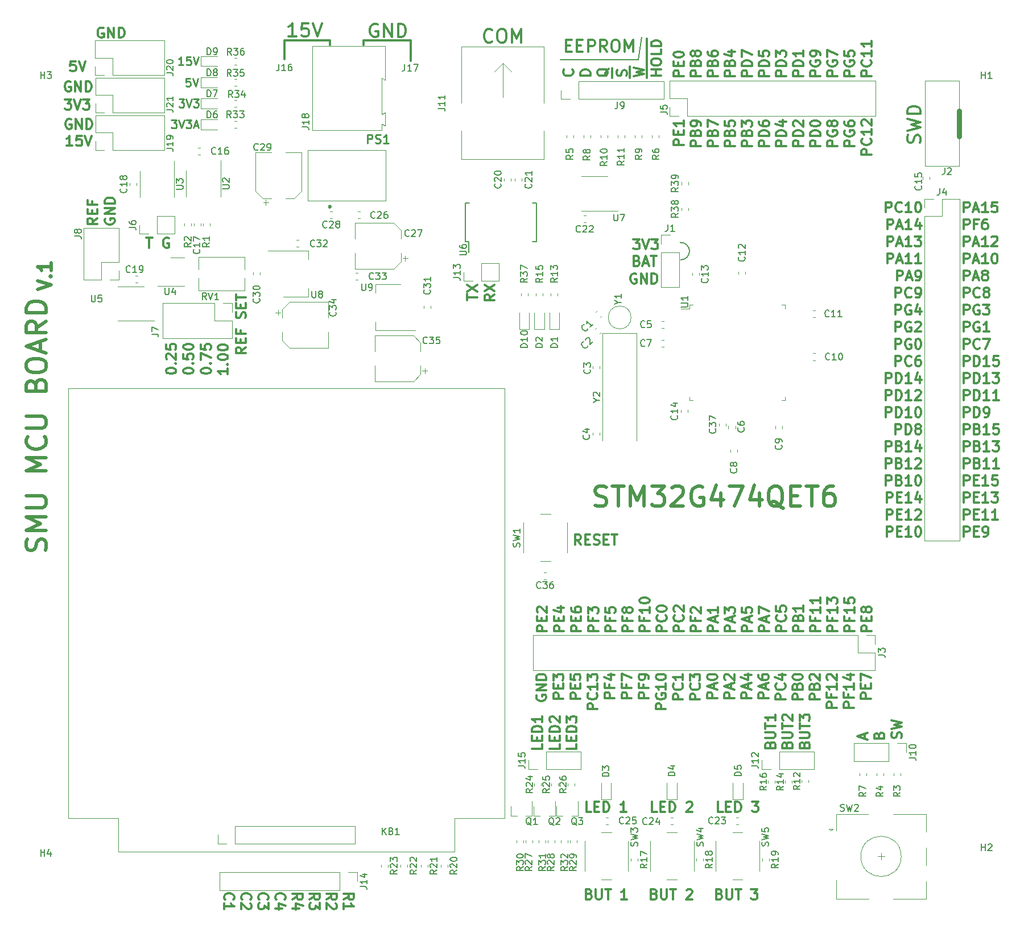
<source format=gbr>
G04 #@! TF.GenerationSoftware,KiCad,Pcbnew,(5.1.5)-3*
G04 #@! TF.CreationDate,2020-11-10T00:06:54+01:00*
G04 #@! TF.ProjectId,mcu_board_1,6d63755f-626f-4617-9264-5f312e6b6963,rev?*
G04 #@! TF.SameCoordinates,Original*
G04 #@! TF.FileFunction,Legend,Top*
G04 #@! TF.FilePolarity,Positive*
%FSLAX46Y46*%
G04 Gerber Fmt 4.6, Leading zero omitted, Abs format (unit mm)*
G04 Created by KiCad (PCBNEW (5.1.5)-3) date 2020-11-10 00:06:54*
%MOMM*%
%LPD*%
G04 APERTURE LIST*
%ADD10C,0.500000*%
%ADD11C,0.300000*%
%ADD12C,0.200000*%
%ADD13C,0.350000*%
%ADD14C,0.250000*%
%ADD15C,0.330000*%
%ADD16C,0.120000*%
%ADD17C,0.150000*%
%ADD18C,0.100000*%
%ADD19C,0.800000*%
%ADD20C,0.254000*%
G04 APERTURE END LIST*
D10*
X78804761Y-59395238D02*
X80804761Y-58728571D01*
X78804761Y-58061904D01*
X80614285Y-57395238D02*
X80709523Y-57300000D01*
X80804761Y-57395238D01*
X80709523Y-57490476D01*
X80614285Y-57395238D01*
X80804761Y-57395238D01*
X80804761Y-55395238D02*
X80804761Y-56538095D01*
X80804761Y-55966666D02*
X78804761Y-55966666D01*
X79090476Y-56157142D01*
X79280952Y-56347619D01*
X79376190Y-56538095D01*
X79914285Y-98271428D02*
X80057142Y-97842857D01*
X80057142Y-97128571D01*
X79914285Y-96842857D01*
X79771428Y-96700000D01*
X79485714Y-96557142D01*
X79200000Y-96557142D01*
X78914285Y-96700000D01*
X78771428Y-96842857D01*
X78628571Y-97128571D01*
X78485714Y-97700000D01*
X78342857Y-97985714D01*
X78200000Y-98128571D01*
X77914285Y-98271428D01*
X77628571Y-98271428D01*
X77342857Y-98128571D01*
X77200000Y-97985714D01*
X77057142Y-97700000D01*
X77057142Y-96985714D01*
X77200000Y-96557142D01*
X80057142Y-95271428D02*
X77057142Y-95271428D01*
X79200000Y-94271428D01*
X77057142Y-93271428D01*
X80057142Y-93271428D01*
X77057142Y-91842857D02*
X79485714Y-91842857D01*
X79771428Y-91700000D01*
X79914285Y-91557142D01*
X80057142Y-91271428D01*
X80057142Y-90700000D01*
X79914285Y-90414285D01*
X79771428Y-90271428D01*
X79485714Y-90128571D01*
X77057142Y-90128571D01*
X80057142Y-86414285D02*
X77057142Y-86414285D01*
X79200000Y-85414285D01*
X77057142Y-84414285D01*
X80057142Y-84414285D01*
X79771428Y-81271428D02*
X79914285Y-81414285D01*
X80057142Y-81842857D01*
X80057142Y-82128571D01*
X79914285Y-82557142D01*
X79628571Y-82842857D01*
X79342857Y-82985714D01*
X78771428Y-83128571D01*
X78342857Y-83128571D01*
X77771428Y-82985714D01*
X77485714Y-82842857D01*
X77200000Y-82557142D01*
X77057142Y-82128571D01*
X77057142Y-81842857D01*
X77200000Y-81414285D01*
X77342857Y-81271428D01*
X77057142Y-79985714D02*
X79485714Y-79985714D01*
X79771428Y-79842857D01*
X79914285Y-79700000D01*
X80057142Y-79414285D01*
X80057142Y-78842857D01*
X79914285Y-78557142D01*
X79771428Y-78414285D01*
X79485714Y-78271428D01*
X77057142Y-78271428D01*
X78485714Y-73557142D02*
X78628571Y-73128571D01*
X78771428Y-72985714D01*
X79057142Y-72842857D01*
X79485714Y-72842857D01*
X79771428Y-72985714D01*
X79914285Y-73128571D01*
X80057142Y-73414285D01*
X80057142Y-74557142D01*
X77057142Y-74557142D01*
X77057142Y-73557142D01*
X77200000Y-73271428D01*
X77342857Y-73128571D01*
X77628571Y-72985714D01*
X77914285Y-72985714D01*
X78200000Y-73128571D01*
X78342857Y-73271428D01*
X78485714Y-73557142D01*
X78485714Y-74557142D01*
X77057142Y-70985714D02*
X77057142Y-70414285D01*
X77200000Y-70128571D01*
X77485714Y-69842857D01*
X78057142Y-69700000D01*
X79057142Y-69700000D01*
X79628571Y-69842857D01*
X79914285Y-70128571D01*
X80057142Y-70414285D01*
X80057142Y-70985714D01*
X79914285Y-71271428D01*
X79628571Y-71557142D01*
X79057142Y-71700000D01*
X78057142Y-71700000D01*
X77485714Y-71557142D01*
X77200000Y-71271428D01*
X77057142Y-70985714D01*
X79200000Y-68557142D02*
X79200000Y-67128571D01*
X80057142Y-68842857D02*
X77057142Y-67842857D01*
X80057142Y-66842857D01*
X80057142Y-64128571D02*
X78628571Y-65128571D01*
X80057142Y-65842857D02*
X77057142Y-65842857D01*
X77057142Y-64700000D01*
X77200000Y-64414285D01*
X77342857Y-64271428D01*
X77628571Y-64128571D01*
X78057142Y-64128571D01*
X78342857Y-64271428D01*
X78485714Y-64414285D01*
X78628571Y-64700000D01*
X78628571Y-65842857D01*
X80057142Y-62842857D02*
X77057142Y-62842857D01*
X77057142Y-62128571D01*
X77200000Y-61700000D01*
X77485714Y-61414285D01*
X77771428Y-61271428D01*
X78342857Y-61128571D01*
X78771428Y-61128571D01*
X79342857Y-61271428D01*
X79628571Y-61414285D01*
X79914285Y-61700000D01*
X80057142Y-62128571D01*
X80057142Y-62842857D01*
X161742857Y-91514285D02*
X162171428Y-91657142D01*
X162885714Y-91657142D01*
X163171428Y-91514285D01*
X163314285Y-91371428D01*
X163457142Y-91085714D01*
X163457142Y-90800000D01*
X163314285Y-90514285D01*
X163171428Y-90371428D01*
X162885714Y-90228571D01*
X162314285Y-90085714D01*
X162028571Y-89942857D01*
X161885714Y-89800000D01*
X161742857Y-89514285D01*
X161742857Y-89228571D01*
X161885714Y-88942857D01*
X162028571Y-88800000D01*
X162314285Y-88657142D01*
X163028571Y-88657142D01*
X163457142Y-88800000D01*
X164314285Y-88657142D02*
X166028571Y-88657142D01*
X165171428Y-91657142D02*
X165171428Y-88657142D01*
X167028571Y-91657142D02*
X167028571Y-88657142D01*
X168028571Y-90800000D01*
X169028571Y-88657142D01*
X169028571Y-91657142D01*
X170171428Y-88657142D02*
X172028571Y-88657142D01*
X171028571Y-89800000D01*
X171457142Y-89800000D01*
X171742857Y-89942857D01*
X171885714Y-90085714D01*
X172028571Y-90371428D01*
X172028571Y-91085714D01*
X171885714Y-91371428D01*
X171742857Y-91514285D01*
X171457142Y-91657142D01*
X170600000Y-91657142D01*
X170314285Y-91514285D01*
X170171428Y-91371428D01*
X173171428Y-88942857D02*
X173314285Y-88800000D01*
X173600000Y-88657142D01*
X174314285Y-88657142D01*
X174600000Y-88800000D01*
X174742857Y-88942857D01*
X174885714Y-89228571D01*
X174885714Y-89514285D01*
X174742857Y-89942857D01*
X173028571Y-91657142D01*
X174885714Y-91657142D01*
X177742857Y-88800000D02*
X177457142Y-88657142D01*
X177028571Y-88657142D01*
X176600000Y-88800000D01*
X176314285Y-89085714D01*
X176171428Y-89371428D01*
X176028571Y-89942857D01*
X176028571Y-90371428D01*
X176171428Y-90942857D01*
X176314285Y-91228571D01*
X176600000Y-91514285D01*
X177028571Y-91657142D01*
X177314285Y-91657142D01*
X177742857Y-91514285D01*
X177885714Y-91371428D01*
X177885714Y-90371428D01*
X177314285Y-90371428D01*
X180457142Y-89657142D02*
X180457142Y-91657142D01*
X179742857Y-88514285D02*
X179028571Y-90657142D01*
X180885714Y-90657142D01*
X181742857Y-88657142D02*
X183742857Y-88657142D01*
X182457142Y-91657142D01*
X186171428Y-89657142D02*
X186171428Y-91657142D01*
X185457142Y-88514285D02*
X184742857Y-90657142D01*
X186600000Y-90657142D01*
X189742857Y-91942857D02*
X189457142Y-91800000D01*
X189171428Y-91514285D01*
X188742857Y-91085714D01*
X188457142Y-90942857D01*
X188171428Y-90942857D01*
X188314285Y-91657142D02*
X188028571Y-91514285D01*
X187742857Y-91228571D01*
X187600000Y-90657142D01*
X187600000Y-89657142D01*
X187742857Y-89085714D01*
X188028571Y-88800000D01*
X188314285Y-88657142D01*
X188885714Y-88657142D01*
X189171428Y-88800000D01*
X189457142Y-89085714D01*
X189600000Y-89657142D01*
X189600000Y-90657142D01*
X189457142Y-91228571D01*
X189171428Y-91514285D01*
X188885714Y-91657142D01*
X188314285Y-91657142D01*
X190885714Y-90085714D02*
X191885714Y-90085714D01*
X192314285Y-91657142D02*
X190885714Y-91657142D01*
X190885714Y-88657142D01*
X192314285Y-88657142D01*
X193171428Y-88657142D02*
X194885714Y-88657142D01*
X194028571Y-91657142D02*
X194028571Y-88657142D01*
X197171428Y-88657142D02*
X196600000Y-88657142D01*
X196314285Y-88800000D01*
X196171428Y-88942857D01*
X195885714Y-89371428D01*
X195742857Y-89942857D01*
X195742857Y-91085714D01*
X195885714Y-91371428D01*
X196028571Y-91514285D01*
X196314285Y-91657142D01*
X196885714Y-91657142D01*
X197171428Y-91514285D01*
X197314285Y-91371428D01*
X197457142Y-91085714D01*
X197457142Y-90371428D01*
X197314285Y-90085714D01*
X197171428Y-89942857D01*
X196885714Y-89800000D01*
X196314285Y-89800000D01*
X196028571Y-89942857D01*
X195885714Y-90085714D01*
X195742857Y-90371428D01*
D11*
X97878571Y-71557142D02*
X97878571Y-71414285D01*
X97950000Y-71271428D01*
X98021428Y-71200000D01*
X98164285Y-71128571D01*
X98450000Y-71057142D01*
X98807142Y-71057142D01*
X99092857Y-71128571D01*
X99235714Y-71200000D01*
X99307142Y-71271428D01*
X99378571Y-71414285D01*
X99378571Y-71557142D01*
X99307142Y-71700000D01*
X99235714Y-71771428D01*
X99092857Y-71842857D01*
X98807142Y-71914285D01*
X98450000Y-71914285D01*
X98164285Y-71842857D01*
X98021428Y-71771428D01*
X97950000Y-71700000D01*
X97878571Y-71557142D01*
X99235714Y-70414285D02*
X99307142Y-70342857D01*
X99378571Y-70414285D01*
X99307142Y-70485714D01*
X99235714Y-70414285D01*
X99378571Y-70414285D01*
X98021428Y-69771428D02*
X97950000Y-69700000D01*
X97878571Y-69557142D01*
X97878571Y-69200000D01*
X97950000Y-69057142D01*
X98021428Y-68985714D01*
X98164285Y-68914285D01*
X98307142Y-68914285D01*
X98521428Y-68985714D01*
X99378571Y-69842857D01*
X99378571Y-68914285D01*
X97878571Y-67557142D02*
X97878571Y-68271428D01*
X98592857Y-68342857D01*
X98521428Y-68271428D01*
X98450000Y-68128571D01*
X98450000Y-67771428D01*
X98521428Y-67628571D01*
X98592857Y-67557142D01*
X98735714Y-67485714D01*
X99092857Y-67485714D01*
X99235714Y-67557142D01*
X99307142Y-67628571D01*
X99378571Y-67771428D01*
X99378571Y-68128571D01*
X99307142Y-68271428D01*
X99235714Y-68342857D01*
X100478571Y-71557142D02*
X100478571Y-71414285D01*
X100550000Y-71271428D01*
X100621428Y-71200000D01*
X100764285Y-71128571D01*
X101050000Y-71057142D01*
X101407142Y-71057142D01*
X101692857Y-71128571D01*
X101835714Y-71200000D01*
X101907142Y-71271428D01*
X101978571Y-71414285D01*
X101978571Y-71557142D01*
X101907142Y-71700000D01*
X101835714Y-71771428D01*
X101692857Y-71842857D01*
X101407142Y-71914285D01*
X101050000Y-71914285D01*
X100764285Y-71842857D01*
X100621428Y-71771428D01*
X100550000Y-71700000D01*
X100478571Y-71557142D01*
X101835714Y-70414285D02*
X101907142Y-70342857D01*
X101978571Y-70414285D01*
X101907142Y-70485714D01*
X101835714Y-70414285D01*
X101978571Y-70414285D01*
X100478571Y-68985714D02*
X100478571Y-69700000D01*
X101192857Y-69771428D01*
X101121428Y-69700000D01*
X101050000Y-69557142D01*
X101050000Y-69200000D01*
X101121428Y-69057142D01*
X101192857Y-68985714D01*
X101335714Y-68914285D01*
X101692857Y-68914285D01*
X101835714Y-68985714D01*
X101907142Y-69057142D01*
X101978571Y-69200000D01*
X101978571Y-69557142D01*
X101907142Y-69700000D01*
X101835714Y-69771428D01*
X100478571Y-67985714D02*
X100478571Y-67842857D01*
X100550000Y-67700000D01*
X100621428Y-67628571D01*
X100764285Y-67557142D01*
X101050000Y-67485714D01*
X101407142Y-67485714D01*
X101692857Y-67557142D01*
X101835714Y-67628571D01*
X101907142Y-67700000D01*
X101978571Y-67842857D01*
X101978571Y-67985714D01*
X101907142Y-68128571D01*
X101835714Y-68200000D01*
X101692857Y-68271428D01*
X101407142Y-68342857D01*
X101050000Y-68342857D01*
X100764285Y-68271428D01*
X100621428Y-68200000D01*
X100550000Y-68128571D01*
X100478571Y-67985714D01*
X103078571Y-71557142D02*
X103078571Y-71414285D01*
X103150000Y-71271428D01*
X103221428Y-71200000D01*
X103364285Y-71128571D01*
X103650000Y-71057142D01*
X104007142Y-71057142D01*
X104292857Y-71128571D01*
X104435714Y-71200000D01*
X104507142Y-71271428D01*
X104578571Y-71414285D01*
X104578571Y-71557142D01*
X104507142Y-71700000D01*
X104435714Y-71771428D01*
X104292857Y-71842857D01*
X104007142Y-71914285D01*
X103650000Y-71914285D01*
X103364285Y-71842857D01*
X103221428Y-71771428D01*
X103150000Y-71700000D01*
X103078571Y-71557142D01*
X104435714Y-70414285D02*
X104507142Y-70342857D01*
X104578571Y-70414285D01*
X104507142Y-70485714D01*
X104435714Y-70414285D01*
X104578571Y-70414285D01*
X103078571Y-69842857D02*
X103078571Y-68842857D01*
X104578571Y-69485714D01*
X103078571Y-67557142D02*
X103078571Y-68271428D01*
X103792857Y-68342857D01*
X103721428Y-68271428D01*
X103650000Y-68128571D01*
X103650000Y-67771428D01*
X103721428Y-67628571D01*
X103792857Y-67557142D01*
X103935714Y-67485714D01*
X104292857Y-67485714D01*
X104435714Y-67557142D01*
X104507142Y-67628571D01*
X104578571Y-67771428D01*
X104578571Y-68128571D01*
X104507142Y-68271428D01*
X104435714Y-68342857D01*
X107078571Y-71157142D02*
X107078571Y-72014285D01*
X107078571Y-71585714D02*
X105578571Y-71585714D01*
X105792857Y-71728571D01*
X105935714Y-71871428D01*
X106007142Y-72014285D01*
X106935714Y-70514285D02*
X107007142Y-70442857D01*
X107078571Y-70514285D01*
X107007142Y-70585714D01*
X106935714Y-70514285D01*
X107078571Y-70514285D01*
X105578571Y-69514285D02*
X105578571Y-69371428D01*
X105650000Y-69228571D01*
X105721428Y-69157142D01*
X105864285Y-69085714D01*
X106150000Y-69014285D01*
X106507142Y-69014285D01*
X106792857Y-69085714D01*
X106935714Y-69157142D01*
X107007142Y-69228571D01*
X107078571Y-69371428D01*
X107078571Y-69514285D01*
X107007142Y-69657142D01*
X106935714Y-69728571D01*
X106792857Y-69800000D01*
X106507142Y-69871428D01*
X106150000Y-69871428D01*
X105864285Y-69800000D01*
X105721428Y-69728571D01*
X105650000Y-69657142D01*
X105578571Y-69514285D01*
X105578571Y-68085714D02*
X105578571Y-67942857D01*
X105650000Y-67800000D01*
X105721428Y-67728571D01*
X105864285Y-67657142D01*
X106150000Y-67585714D01*
X106507142Y-67585714D01*
X106792857Y-67657142D01*
X106935714Y-67728571D01*
X107007142Y-67800000D01*
X107078571Y-67942857D01*
X107078571Y-68085714D01*
X107007142Y-68228571D01*
X106935714Y-68300000D01*
X106792857Y-68371428D01*
X106507142Y-68442857D01*
X106150000Y-68442857D01*
X105864285Y-68371428D01*
X105721428Y-68300000D01*
X105650000Y-68228571D01*
X105578571Y-68085714D01*
X159621428Y-97378571D02*
X159121428Y-96664285D01*
X158764285Y-97378571D02*
X158764285Y-95878571D01*
X159335714Y-95878571D01*
X159478571Y-95950000D01*
X159550000Y-96021428D01*
X159621428Y-96164285D01*
X159621428Y-96378571D01*
X159550000Y-96521428D01*
X159478571Y-96592857D01*
X159335714Y-96664285D01*
X158764285Y-96664285D01*
X160264285Y-96592857D02*
X160764285Y-96592857D01*
X160978571Y-97378571D02*
X160264285Y-97378571D01*
X160264285Y-95878571D01*
X160978571Y-95878571D01*
X161550000Y-97307142D02*
X161764285Y-97378571D01*
X162121428Y-97378571D01*
X162264285Y-97307142D01*
X162335714Y-97235714D01*
X162407142Y-97092857D01*
X162407142Y-96950000D01*
X162335714Y-96807142D01*
X162264285Y-96735714D01*
X162121428Y-96664285D01*
X161835714Y-96592857D01*
X161692857Y-96521428D01*
X161621428Y-96450000D01*
X161550000Y-96307142D01*
X161550000Y-96164285D01*
X161621428Y-96021428D01*
X161692857Y-95950000D01*
X161835714Y-95878571D01*
X162192857Y-95878571D01*
X162407142Y-95950000D01*
X163050000Y-96592857D02*
X163550000Y-96592857D01*
X163764285Y-97378571D02*
X163050000Y-97378571D01*
X163050000Y-95878571D01*
X163764285Y-95878571D01*
X164192857Y-95878571D02*
X165050000Y-95878571D01*
X164621428Y-97378571D02*
X164621428Y-95878571D01*
D12*
X174398241Y-52374421D02*
G75*
G02X174487438Y-54971357I89197J-1296936D01*
G01*
D11*
X167992857Y-55092857D02*
X168207142Y-55164285D01*
X168278571Y-55235714D01*
X168350000Y-55378571D01*
X168350000Y-55592857D01*
X168278571Y-55735714D01*
X168207142Y-55807142D01*
X168064285Y-55878571D01*
X167492857Y-55878571D01*
X167492857Y-54378571D01*
X167992857Y-54378571D01*
X168135714Y-54450000D01*
X168207142Y-54521428D01*
X168278571Y-54664285D01*
X168278571Y-54807142D01*
X168207142Y-54950000D01*
X168135714Y-55021428D01*
X167992857Y-55092857D01*
X167492857Y-55092857D01*
X168921428Y-55450000D02*
X169635714Y-55450000D01*
X168778571Y-55878571D02*
X169278571Y-54378571D01*
X169778571Y-55878571D01*
X170064285Y-54378571D02*
X170921428Y-54378571D01*
X170492857Y-55878571D02*
X170492857Y-54378571D01*
X167857142Y-57050000D02*
X167714285Y-56978571D01*
X167500000Y-56978571D01*
X167285714Y-57050000D01*
X167142857Y-57192857D01*
X167071428Y-57335714D01*
X167000000Y-57621428D01*
X167000000Y-57835714D01*
X167071428Y-58121428D01*
X167142857Y-58264285D01*
X167285714Y-58407142D01*
X167500000Y-58478571D01*
X167642857Y-58478571D01*
X167857142Y-58407142D01*
X167928571Y-58335714D01*
X167928571Y-57835714D01*
X167642857Y-57835714D01*
X168571428Y-58478571D02*
X168571428Y-56978571D01*
X169428571Y-58478571D01*
X169428571Y-56978571D01*
X170142857Y-58478571D02*
X170142857Y-56978571D01*
X170500000Y-56978571D01*
X170714285Y-57050000D01*
X170857142Y-57192857D01*
X170928571Y-57335714D01*
X171000000Y-57621428D01*
X171000000Y-57835714D01*
X170928571Y-58121428D01*
X170857142Y-58264285D01*
X170714285Y-58407142D01*
X170500000Y-58478571D01*
X170142857Y-58478571D01*
X167442857Y-51878571D02*
X168371428Y-51878571D01*
X167871428Y-52450000D01*
X168085714Y-52450000D01*
X168228571Y-52521428D01*
X168300000Y-52592857D01*
X168371428Y-52735714D01*
X168371428Y-53092857D01*
X168300000Y-53235714D01*
X168228571Y-53307142D01*
X168085714Y-53378571D01*
X167657142Y-53378571D01*
X167514285Y-53307142D01*
X167442857Y-53235714D01*
X168800000Y-51878571D02*
X169300000Y-53378571D01*
X169800000Y-51878571D01*
X170157142Y-51878571D02*
X171085714Y-51878571D01*
X170585714Y-52450000D01*
X170800000Y-52450000D01*
X170942857Y-52521428D01*
X171014285Y-52592857D01*
X171085714Y-52735714D01*
X171085714Y-53092857D01*
X171014285Y-53235714D01*
X170942857Y-53307142D01*
X170800000Y-53378571D01*
X170371428Y-53378571D01*
X170228571Y-53307142D01*
X170157142Y-53235714D01*
X146778571Y-60150000D02*
X146064285Y-60650000D01*
X146778571Y-61007142D02*
X145278571Y-61007142D01*
X145278571Y-60435714D01*
X145350000Y-60292857D01*
X145421428Y-60221428D01*
X145564285Y-60150000D01*
X145778571Y-60150000D01*
X145921428Y-60221428D01*
X145992857Y-60292857D01*
X146064285Y-60435714D01*
X146064285Y-61007142D01*
X145278571Y-59650000D02*
X146778571Y-58650000D01*
X145278571Y-58650000D02*
X146778571Y-59650000D01*
X142678571Y-60942857D02*
X142678571Y-60085714D01*
X144178571Y-60514285D02*
X142678571Y-60514285D01*
X142678571Y-59728571D02*
X144178571Y-58728571D01*
X142678571Y-58728571D02*
X144178571Y-59728571D01*
X114292857Y-150250000D02*
X114221429Y-150178571D01*
X114150000Y-149964285D01*
X114150000Y-149821428D01*
X114221429Y-149607142D01*
X114364286Y-149464285D01*
X114507143Y-149392857D01*
X114792857Y-149321428D01*
X115007143Y-149321428D01*
X115292857Y-149392857D01*
X115435714Y-149464285D01*
X115578572Y-149607142D01*
X115650000Y-149821428D01*
X115650000Y-149964285D01*
X115578572Y-150178571D01*
X115507143Y-150250000D01*
X115150000Y-151535714D02*
X114150000Y-151535714D01*
X115721429Y-151178571D02*
X114650000Y-150821428D01*
X114650000Y-151750000D01*
X111750000Y-150250000D02*
X111678572Y-150178571D01*
X111607143Y-149964285D01*
X111607143Y-149821428D01*
X111678572Y-149607142D01*
X111821429Y-149464285D01*
X111964286Y-149392857D01*
X112250000Y-149321428D01*
X112464286Y-149321428D01*
X112750000Y-149392857D01*
X112892857Y-149464285D01*
X113035715Y-149607142D01*
X113107143Y-149821428D01*
X113107143Y-149964285D01*
X113035715Y-150178571D01*
X112964286Y-150250000D01*
X113107143Y-150750000D02*
X113107143Y-151678571D01*
X112535715Y-151178571D01*
X112535715Y-151392857D01*
X112464286Y-151535714D01*
X112392857Y-151607142D01*
X112250000Y-151678571D01*
X111892857Y-151678571D01*
X111750000Y-151607142D01*
X111678572Y-151535714D01*
X111607143Y-151392857D01*
X111607143Y-150964285D01*
X111678572Y-150821428D01*
X111750000Y-150750000D01*
X109207143Y-150250000D02*
X109135715Y-150178571D01*
X109064286Y-149964285D01*
X109064286Y-149821428D01*
X109135715Y-149607142D01*
X109278572Y-149464285D01*
X109421429Y-149392857D01*
X109707143Y-149321428D01*
X109921429Y-149321428D01*
X110207143Y-149392857D01*
X110350000Y-149464285D01*
X110492858Y-149607142D01*
X110564286Y-149821428D01*
X110564286Y-149964285D01*
X110492858Y-150178571D01*
X110421429Y-150250000D01*
X110421429Y-150821428D02*
X110492858Y-150892857D01*
X110564286Y-151035714D01*
X110564286Y-151392857D01*
X110492858Y-151535714D01*
X110421429Y-151607142D01*
X110278572Y-151678571D01*
X110135715Y-151678571D01*
X109921429Y-151607142D01*
X109064286Y-150750000D01*
X109064286Y-151678571D01*
X106664286Y-150250000D02*
X106592858Y-150178571D01*
X106521429Y-149964285D01*
X106521429Y-149821428D01*
X106592858Y-149607142D01*
X106735715Y-149464285D01*
X106878572Y-149392857D01*
X107164286Y-149321428D01*
X107378572Y-149321428D01*
X107664286Y-149392857D01*
X107807143Y-149464285D01*
X107950001Y-149607142D01*
X108021429Y-149821428D01*
X108021429Y-149964285D01*
X107950001Y-150178571D01*
X107878572Y-150250000D01*
X106521429Y-151678571D02*
X106521429Y-150821428D01*
X106521429Y-151250000D02*
X108021429Y-151250000D01*
X107807143Y-151107142D01*
X107664286Y-150964285D01*
X107592858Y-150821428D01*
X116692857Y-150250000D02*
X117407143Y-149750000D01*
X116692857Y-149392857D02*
X118192857Y-149392857D01*
X118192857Y-149964285D01*
X118121429Y-150107142D01*
X118050000Y-150178571D01*
X117907143Y-150250000D01*
X117692857Y-150250000D01*
X117550000Y-150178571D01*
X117478571Y-150107142D01*
X117407143Y-149964285D01*
X117407143Y-149392857D01*
X117692857Y-151535714D02*
X116692857Y-151535714D01*
X118264286Y-151178571D02*
X117192857Y-150821428D01*
X117192857Y-151750000D01*
X119235714Y-150250000D02*
X119950000Y-149750000D01*
X119235714Y-149392857D02*
X120735714Y-149392857D01*
X120735714Y-149964285D01*
X120664286Y-150107142D01*
X120592857Y-150178571D01*
X120450000Y-150250000D01*
X120235714Y-150250000D01*
X120092857Y-150178571D01*
X120021428Y-150107142D01*
X119950000Y-149964285D01*
X119950000Y-149392857D01*
X120735714Y-150750000D02*
X120735714Y-151678571D01*
X120164286Y-151178571D01*
X120164286Y-151392857D01*
X120092857Y-151535714D01*
X120021428Y-151607142D01*
X119878571Y-151678571D01*
X119521428Y-151678571D01*
X119378571Y-151607142D01*
X119307143Y-151535714D01*
X119235714Y-151392857D01*
X119235714Y-150964285D01*
X119307143Y-150821428D01*
X119378571Y-150750000D01*
X121778571Y-150250000D02*
X122492857Y-149750000D01*
X121778571Y-149392857D02*
X123278571Y-149392857D01*
X123278571Y-149964285D01*
X123207143Y-150107142D01*
X123135714Y-150178571D01*
X122992857Y-150250000D01*
X122778571Y-150250000D01*
X122635714Y-150178571D01*
X122564285Y-150107142D01*
X122492857Y-149964285D01*
X122492857Y-149392857D01*
X123135714Y-150821428D02*
X123207143Y-150892857D01*
X123278571Y-151035714D01*
X123278571Y-151392857D01*
X123207143Y-151535714D01*
X123135714Y-151607142D01*
X122992857Y-151678571D01*
X122850000Y-151678571D01*
X122635714Y-151607142D01*
X121778571Y-150750000D01*
X121778571Y-151678571D01*
X124321428Y-150250000D02*
X125035714Y-149750000D01*
X124321428Y-149392857D02*
X125821428Y-149392857D01*
X125821428Y-149964285D01*
X125750000Y-150107142D01*
X125678571Y-150178571D01*
X125535714Y-150250000D01*
X125321428Y-150250000D01*
X125178571Y-150178571D01*
X125107142Y-150107142D01*
X125035714Y-149964285D01*
X125035714Y-149392857D01*
X124321428Y-151678571D02*
X124321428Y-150821428D01*
X124321428Y-151250000D02*
X125821428Y-151250000D01*
X125607142Y-151107142D01*
X125464285Y-150964285D01*
X125392857Y-150821428D01*
D13*
X146428571Y-22414285D02*
X146333333Y-22509523D01*
X146047619Y-22604761D01*
X145857142Y-22604761D01*
X145571428Y-22509523D01*
X145380952Y-22319047D01*
X145285714Y-22128571D01*
X145190476Y-21747619D01*
X145190476Y-21461904D01*
X145285714Y-21080952D01*
X145380952Y-20890476D01*
X145571428Y-20700000D01*
X145857142Y-20604761D01*
X146047619Y-20604761D01*
X146333333Y-20700000D01*
X146428571Y-20795238D01*
X147666666Y-20604761D02*
X148047619Y-20604761D01*
X148238095Y-20700000D01*
X148428571Y-20890476D01*
X148523809Y-21271428D01*
X148523809Y-21938095D01*
X148428571Y-22319047D01*
X148238095Y-22509523D01*
X148047619Y-22604761D01*
X147666666Y-22604761D01*
X147476190Y-22509523D01*
X147285714Y-22319047D01*
X147190476Y-21938095D01*
X147190476Y-21271428D01*
X147285714Y-20890476D01*
X147476190Y-20700000D01*
X147666666Y-20604761D01*
X149380952Y-22604761D02*
X149380952Y-20604761D01*
X150047619Y-22033333D01*
X150714285Y-20604761D01*
X150714285Y-22604761D01*
D11*
X134300000Y-22300000D02*
X134300000Y-25300000D01*
X127300000Y-22300000D02*
X134300000Y-22300000D01*
X127300000Y-23000000D02*
X127300000Y-22300000D01*
X122300000Y-22300000D02*
X122300000Y-23000000D01*
X115500000Y-22300000D02*
X122300000Y-22300000D01*
X115500000Y-25100000D02*
X115500000Y-22300000D01*
D13*
X129376190Y-19900000D02*
X129185714Y-19804761D01*
X128900000Y-19804761D01*
X128614285Y-19900000D01*
X128423809Y-20090476D01*
X128328571Y-20280952D01*
X128233333Y-20661904D01*
X128233333Y-20947619D01*
X128328571Y-21328571D01*
X128423809Y-21519047D01*
X128614285Y-21709523D01*
X128900000Y-21804761D01*
X129090476Y-21804761D01*
X129376190Y-21709523D01*
X129471428Y-21614285D01*
X129471428Y-20947619D01*
X129090476Y-20947619D01*
X130328571Y-21804761D02*
X130328571Y-19804761D01*
X131471428Y-21804761D01*
X131471428Y-19804761D01*
X132423809Y-21804761D02*
X132423809Y-19804761D01*
X132900000Y-19804761D01*
X133185714Y-19900000D01*
X133376190Y-20090476D01*
X133471428Y-20280952D01*
X133566666Y-20661904D01*
X133566666Y-20947619D01*
X133471428Y-21328571D01*
X133376190Y-21519047D01*
X133185714Y-21709523D01*
X132900000Y-21804761D01*
X132423809Y-21804761D01*
X117261904Y-21704761D02*
X116119047Y-21704761D01*
X116690476Y-21704761D02*
X116690476Y-19704761D01*
X116500000Y-19990476D01*
X116309523Y-20180952D01*
X116119047Y-20276190D01*
X119071428Y-19704761D02*
X118119047Y-19704761D01*
X118023809Y-20657142D01*
X118119047Y-20561904D01*
X118309523Y-20466666D01*
X118785714Y-20466666D01*
X118976190Y-20561904D01*
X119071428Y-20657142D01*
X119166666Y-20847619D01*
X119166666Y-21323809D01*
X119071428Y-21514285D01*
X118976190Y-21609523D01*
X118785714Y-21704761D01*
X118309523Y-21704761D01*
X118119047Y-21609523D01*
X118023809Y-21514285D01*
X119738095Y-19704761D02*
X120404761Y-21704761D01*
X121071428Y-19704761D01*
D11*
X201850000Y-126257142D02*
X201850000Y-125542857D01*
X202278571Y-126400000D02*
X200778571Y-125900000D01*
X202278571Y-125400000D01*
X203992857Y-125792857D02*
X204064285Y-125578571D01*
X204135714Y-125507142D01*
X204278571Y-125435714D01*
X204492857Y-125435714D01*
X204635714Y-125507142D01*
X204707142Y-125578571D01*
X204778571Y-125721428D01*
X204778571Y-126292857D01*
X203278571Y-126292857D01*
X203278571Y-125792857D01*
X203350000Y-125650000D01*
X203421428Y-125578571D01*
X203564285Y-125507142D01*
X203707142Y-125507142D01*
X203850000Y-125578571D01*
X203921428Y-125650000D01*
X203992857Y-125792857D01*
X203992857Y-126292857D01*
X207307142Y-126185714D02*
X207378571Y-125971428D01*
X207378571Y-125614285D01*
X207307142Y-125471428D01*
X207235714Y-125400000D01*
X207092857Y-125328571D01*
X206950000Y-125328571D01*
X206807142Y-125400000D01*
X206735714Y-125471428D01*
X206664285Y-125614285D01*
X206592857Y-125900000D01*
X206521428Y-126042857D01*
X206450000Y-126114285D01*
X206307142Y-126185714D01*
X206164285Y-126185714D01*
X206021428Y-126114285D01*
X205950000Y-126042857D01*
X205878571Y-125900000D01*
X205878571Y-125542857D01*
X205950000Y-125328571D01*
X205878571Y-124828571D02*
X207378571Y-124471428D01*
X206307142Y-124185714D01*
X207378571Y-123900000D01*
X205878571Y-123542857D01*
X192892857Y-127164285D02*
X192964285Y-126950000D01*
X193035714Y-126878571D01*
X193178571Y-126807142D01*
X193392857Y-126807142D01*
X193535714Y-126878571D01*
X193607142Y-126950000D01*
X193678571Y-127092857D01*
X193678571Y-127664285D01*
X192178571Y-127664285D01*
X192178571Y-127164285D01*
X192250000Y-127021428D01*
X192321428Y-126950000D01*
X192464285Y-126878571D01*
X192607142Y-126878571D01*
X192750000Y-126950000D01*
X192821428Y-127021428D01*
X192892857Y-127164285D01*
X192892857Y-127664285D01*
X192178571Y-126164285D02*
X193392857Y-126164285D01*
X193535714Y-126092857D01*
X193607142Y-126021428D01*
X193678571Y-125878571D01*
X193678571Y-125592857D01*
X193607142Y-125450000D01*
X193535714Y-125378571D01*
X193392857Y-125307142D01*
X192178571Y-125307142D01*
X192178571Y-124807142D02*
X192178571Y-123950000D01*
X193678571Y-124378571D02*
X192178571Y-124378571D01*
X192178571Y-123592857D02*
X192178571Y-122664285D01*
X192750000Y-123164285D01*
X192750000Y-122950000D01*
X192821428Y-122807142D01*
X192892857Y-122735714D01*
X193035714Y-122664285D01*
X193392857Y-122664285D01*
X193535714Y-122735714D01*
X193607142Y-122807142D01*
X193678571Y-122950000D01*
X193678571Y-123378571D01*
X193607142Y-123521428D01*
X193535714Y-123592857D01*
X190292857Y-127164285D02*
X190364285Y-126950000D01*
X190435714Y-126878571D01*
X190578571Y-126807142D01*
X190792857Y-126807142D01*
X190935714Y-126878571D01*
X191007142Y-126950000D01*
X191078571Y-127092857D01*
X191078571Y-127664285D01*
X189578571Y-127664285D01*
X189578571Y-127164285D01*
X189650000Y-127021428D01*
X189721428Y-126950000D01*
X189864285Y-126878571D01*
X190007142Y-126878571D01*
X190150000Y-126950000D01*
X190221428Y-127021428D01*
X190292857Y-127164285D01*
X190292857Y-127664285D01*
X189578571Y-126164285D02*
X190792857Y-126164285D01*
X190935714Y-126092857D01*
X191007142Y-126021428D01*
X191078571Y-125878571D01*
X191078571Y-125592857D01*
X191007142Y-125450000D01*
X190935714Y-125378571D01*
X190792857Y-125307142D01*
X189578571Y-125307142D01*
X189578571Y-124807142D02*
X189578571Y-123950000D01*
X191078571Y-124378571D02*
X189578571Y-124378571D01*
X189721428Y-123521428D02*
X189650000Y-123450000D01*
X189578571Y-123307142D01*
X189578571Y-122950000D01*
X189650000Y-122807142D01*
X189721428Y-122735714D01*
X189864285Y-122664285D01*
X190007142Y-122664285D01*
X190221428Y-122735714D01*
X191078571Y-123592857D01*
X191078571Y-122664285D01*
X187792857Y-127164285D02*
X187864285Y-126950000D01*
X187935714Y-126878571D01*
X188078571Y-126807142D01*
X188292857Y-126807142D01*
X188435714Y-126878571D01*
X188507142Y-126950000D01*
X188578571Y-127092857D01*
X188578571Y-127664285D01*
X187078571Y-127664285D01*
X187078571Y-127164285D01*
X187150000Y-127021428D01*
X187221428Y-126950000D01*
X187364285Y-126878571D01*
X187507142Y-126878571D01*
X187650000Y-126950000D01*
X187721428Y-127021428D01*
X187792857Y-127164285D01*
X187792857Y-127664285D01*
X187078571Y-126164285D02*
X188292857Y-126164285D01*
X188435714Y-126092857D01*
X188507142Y-126021428D01*
X188578571Y-125878571D01*
X188578571Y-125592857D01*
X188507142Y-125450000D01*
X188435714Y-125378571D01*
X188292857Y-125307142D01*
X187078571Y-125307142D01*
X187078571Y-124807142D02*
X187078571Y-123950000D01*
X188578571Y-124378571D02*
X187078571Y-124378571D01*
X188578571Y-122664285D02*
X188578571Y-123521428D01*
X188578571Y-123092857D02*
X187078571Y-123092857D01*
X187292857Y-123235714D01*
X187435714Y-123378571D01*
X187507142Y-123521428D01*
X158978571Y-127078571D02*
X158978571Y-127792857D01*
X157478571Y-127792857D01*
X158192857Y-126578571D02*
X158192857Y-126078571D01*
X158978571Y-125864285D02*
X158978571Y-126578571D01*
X157478571Y-126578571D01*
X157478571Y-125864285D01*
X158978571Y-125221428D02*
X157478571Y-125221428D01*
X157478571Y-124864285D01*
X157550000Y-124650000D01*
X157692857Y-124507142D01*
X157835714Y-124435714D01*
X158121428Y-124364285D01*
X158335714Y-124364285D01*
X158621428Y-124435714D01*
X158764285Y-124507142D01*
X158907142Y-124650000D01*
X158978571Y-124864285D01*
X158978571Y-125221428D01*
X157478571Y-123864285D02*
X157478571Y-122935714D01*
X158050000Y-123435714D01*
X158050000Y-123221428D01*
X158121428Y-123078571D01*
X158192857Y-123007142D01*
X158335714Y-122935714D01*
X158692857Y-122935714D01*
X158835714Y-123007142D01*
X158907142Y-123078571D01*
X158978571Y-123221428D01*
X158978571Y-123650000D01*
X158907142Y-123792857D01*
X158835714Y-123864285D01*
X156478571Y-127078571D02*
X156478571Y-127792857D01*
X154978571Y-127792857D01*
X155692857Y-126578571D02*
X155692857Y-126078571D01*
X156478571Y-125864285D02*
X156478571Y-126578571D01*
X154978571Y-126578571D01*
X154978571Y-125864285D01*
X156478571Y-125221428D02*
X154978571Y-125221428D01*
X154978571Y-124864285D01*
X155050000Y-124650000D01*
X155192857Y-124507142D01*
X155335714Y-124435714D01*
X155621428Y-124364285D01*
X155835714Y-124364285D01*
X156121428Y-124435714D01*
X156264285Y-124507142D01*
X156407142Y-124650000D01*
X156478571Y-124864285D01*
X156478571Y-125221428D01*
X155121428Y-123792857D02*
X155050000Y-123721428D01*
X154978571Y-123578571D01*
X154978571Y-123221428D01*
X155050000Y-123078571D01*
X155121428Y-123007142D01*
X155264285Y-122935714D01*
X155407142Y-122935714D01*
X155621428Y-123007142D01*
X156478571Y-123864285D01*
X156478571Y-122935714D01*
X153878571Y-127078571D02*
X153878571Y-127792857D01*
X152378571Y-127792857D01*
X153092857Y-126578571D02*
X153092857Y-126078571D01*
X153878571Y-125864285D02*
X153878571Y-126578571D01*
X152378571Y-126578571D01*
X152378571Y-125864285D01*
X153878571Y-125221428D02*
X152378571Y-125221428D01*
X152378571Y-124864285D01*
X152450000Y-124650000D01*
X152592857Y-124507142D01*
X152735714Y-124435714D01*
X153021428Y-124364285D01*
X153235714Y-124364285D01*
X153521428Y-124435714D01*
X153664285Y-124507142D01*
X153807142Y-124650000D01*
X153878571Y-124864285D01*
X153878571Y-125221428D01*
X153878571Y-122935714D02*
X153878571Y-123792857D01*
X153878571Y-123364285D02*
X152378571Y-123364285D01*
X152592857Y-123507142D01*
X152735714Y-123650000D01*
X152807142Y-123792857D01*
D14*
X98700000Y-34142857D02*
X99442857Y-34142857D01*
X99042857Y-34600000D01*
X99214285Y-34600000D01*
X99328571Y-34657142D01*
X99385714Y-34714285D01*
X99442857Y-34828571D01*
X99442857Y-35114285D01*
X99385714Y-35228571D01*
X99328571Y-35285714D01*
X99214285Y-35342857D01*
X98871428Y-35342857D01*
X98757142Y-35285714D01*
X98700000Y-35228571D01*
X99785714Y-34142857D02*
X100185714Y-35342857D01*
X100585714Y-34142857D01*
X100871428Y-34142857D02*
X101614285Y-34142857D01*
X101214285Y-34600000D01*
X101385714Y-34600000D01*
X101500000Y-34657142D01*
X101557142Y-34714285D01*
X101614285Y-34828571D01*
X101614285Y-35114285D01*
X101557142Y-35228571D01*
X101500000Y-35285714D01*
X101385714Y-35342857D01*
X101042857Y-35342857D01*
X100928571Y-35285714D01*
X100871428Y-35228571D01*
X102071428Y-35000000D02*
X102642857Y-35000000D01*
X101957142Y-35342857D02*
X102357142Y-34142857D01*
X102757142Y-35342857D01*
X99814285Y-31042857D02*
X100557142Y-31042857D01*
X100157142Y-31500000D01*
X100328571Y-31500000D01*
X100442857Y-31557142D01*
X100500000Y-31614285D01*
X100557142Y-31728571D01*
X100557142Y-32014285D01*
X100500000Y-32128571D01*
X100442857Y-32185714D01*
X100328571Y-32242857D01*
X99985714Y-32242857D01*
X99871428Y-32185714D01*
X99814285Y-32128571D01*
X100900000Y-31042857D02*
X101300000Y-32242857D01*
X101700000Y-31042857D01*
X101985714Y-31042857D02*
X102728571Y-31042857D01*
X102328571Y-31500000D01*
X102500000Y-31500000D01*
X102614285Y-31557142D01*
X102671428Y-31614285D01*
X102728571Y-31728571D01*
X102728571Y-32014285D01*
X102671428Y-32128571D01*
X102614285Y-32185714D01*
X102500000Y-32242857D01*
X102157142Y-32242857D01*
X102042857Y-32185714D01*
X101985714Y-32128571D01*
X101471428Y-27942857D02*
X100900000Y-27942857D01*
X100842857Y-28514285D01*
X100900000Y-28457142D01*
X101014285Y-28400000D01*
X101300000Y-28400000D01*
X101414285Y-28457142D01*
X101471428Y-28514285D01*
X101528571Y-28628571D01*
X101528571Y-28914285D01*
X101471428Y-29028571D01*
X101414285Y-29085714D01*
X101300000Y-29142857D01*
X101014285Y-29142857D01*
X100900000Y-29085714D01*
X100842857Y-29028571D01*
X101871428Y-27942857D02*
X102271428Y-29142857D01*
X102671428Y-27942857D01*
X100457142Y-25942857D02*
X99771428Y-25942857D01*
X100114285Y-25942857D02*
X100114285Y-24742857D01*
X100000000Y-24914285D01*
X99885714Y-25028571D01*
X99771428Y-25085714D01*
X101542857Y-24742857D02*
X100971428Y-24742857D01*
X100914285Y-25314285D01*
X100971428Y-25257142D01*
X101085714Y-25200000D01*
X101371428Y-25200000D01*
X101485714Y-25257142D01*
X101542857Y-25314285D01*
X101600000Y-25428571D01*
X101600000Y-25714285D01*
X101542857Y-25828571D01*
X101485714Y-25885714D01*
X101371428Y-25942857D01*
X101085714Y-25942857D01*
X100971428Y-25885714D01*
X100914285Y-25828571D01*
X101942857Y-24742857D02*
X102342857Y-25942857D01*
X102742857Y-24742857D01*
D12*
X168200000Y-25200000D02*
X168700000Y-21800000D01*
X156600000Y-25200000D02*
X168200000Y-25200000D01*
D15*
X157428571Y-23071428D02*
X158028571Y-23071428D01*
X158285714Y-24014285D02*
X157428571Y-24014285D01*
X157428571Y-22214285D01*
X158285714Y-22214285D01*
X159057142Y-23071428D02*
X159657142Y-23071428D01*
X159914285Y-24014285D02*
X159057142Y-24014285D01*
X159057142Y-22214285D01*
X159914285Y-22214285D01*
X160685714Y-24014285D02*
X160685714Y-22214285D01*
X161371428Y-22214285D01*
X161542857Y-22300000D01*
X161628571Y-22385714D01*
X161714285Y-22557142D01*
X161714285Y-22814285D01*
X161628571Y-22985714D01*
X161542857Y-23071428D01*
X161371428Y-23157142D01*
X160685714Y-23157142D01*
X163514285Y-24014285D02*
X162914285Y-23157142D01*
X162485714Y-24014285D02*
X162485714Y-22214285D01*
X163171428Y-22214285D01*
X163342857Y-22300000D01*
X163428571Y-22385714D01*
X163514285Y-22557142D01*
X163514285Y-22814285D01*
X163428571Y-22985714D01*
X163342857Y-23071428D01*
X163171428Y-23157142D01*
X162485714Y-23157142D01*
X164628571Y-22214285D02*
X164971428Y-22214285D01*
X165142857Y-22300000D01*
X165314285Y-22471428D01*
X165400000Y-22814285D01*
X165400000Y-23414285D01*
X165314285Y-23757142D01*
X165142857Y-23928571D01*
X164971428Y-24014285D01*
X164628571Y-24014285D01*
X164457142Y-23928571D01*
X164285714Y-23757142D01*
X164200000Y-23414285D01*
X164200000Y-22814285D01*
X164285714Y-22471428D01*
X164457142Y-22300000D01*
X164628571Y-22214285D01*
X166171428Y-24014285D02*
X166171428Y-22214285D01*
X166771428Y-23500000D01*
X167371428Y-22214285D01*
X167371428Y-24014285D01*
D11*
X169430000Y-27850000D02*
X169430000Y-26278571D01*
X171578571Y-27492857D02*
X170078571Y-27492857D01*
X170792857Y-27492857D02*
X170792857Y-26635714D01*
X171578571Y-26635714D02*
X170078571Y-26635714D01*
X169430000Y-26278571D02*
X169430000Y-24707143D01*
X170078571Y-25635714D02*
X170078571Y-25350000D01*
X170150000Y-25207143D01*
X170292857Y-25064286D01*
X170578571Y-24992857D01*
X171078571Y-24992857D01*
X171364285Y-25064286D01*
X171507142Y-25207143D01*
X171578571Y-25350000D01*
X171578571Y-25635714D01*
X171507142Y-25778571D01*
X171364285Y-25921429D01*
X171078571Y-25992857D01*
X170578571Y-25992857D01*
X170292857Y-25921429D01*
X170150000Y-25778571D01*
X170078571Y-25635714D01*
X169430000Y-24707143D02*
X169430000Y-23492857D01*
X171578571Y-23635714D02*
X171578571Y-24350000D01*
X170078571Y-24350000D01*
X169430000Y-23492857D02*
X169430000Y-21992857D01*
X171578571Y-23135714D02*
X170078571Y-23135714D01*
X170078571Y-22778571D01*
X170150000Y-22564286D01*
X170292857Y-22421429D01*
X170435714Y-22350000D01*
X170721428Y-22278571D01*
X170935714Y-22278571D01*
X171221428Y-22350000D01*
X171364285Y-22421429D01*
X171507142Y-22564286D01*
X171578571Y-22778571D01*
X171578571Y-23135714D01*
X166865500Y-27849999D02*
X166865500Y-26135714D01*
X167514071Y-27635714D02*
X169014071Y-27278571D01*
X167942642Y-26992857D01*
X169014071Y-26707142D01*
X167514071Y-26349999D01*
X164301000Y-27850000D02*
X164301000Y-26421429D01*
X166378142Y-27564286D02*
X166449571Y-27350000D01*
X166449571Y-26992857D01*
X166378142Y-26850000D01*
X166306714Y-26778572D01*
X166163857Y-26707143D01*
X166021000Y-26707143D01*
X165878142Y-26778572D01*
X165806714Y-26850000D01*
X165735285Y-26992857D01*
X165663857Y-27278572D01*
X165592428Y-27421429D01*
X165521000Y-27492857D01*
X165378142Y-27564286D01*
X165235285Y-27564286D01*
X165092428Y-27492857D01*
X165021000Y-27421429D01*
X164949571Y-27278572D01*
X164949571Y-26921429D01*
X165021000Y-26707143D01*
X163750428Y-26492857D02*
X163679000Y-26635714D01*
X163536142Y-26778571D01*
X163321857Y-26992857D01*
X163250428Y-27135714D01*
X163250428Y-27278571D01*
X163607571Y-27207143D02*
X163536142Y-27350000D01*
X163393285Y-27492857D01*
X163107571Y-27564286D01*
X162607571Y-27564286D01*
X162321857Y-27492857D01*
X162179000Y-27350000D01*
X162107571Y-27207143D01*
X162107571Y-26921428D01*
X162179000Y-26778571D01*
X162321857Y-26635714D01*
X162607571Y-26564286D01*
X163107571Y-26564286D01*
X163393285Y-26635714D01*
X163536142Y-26778571D01*
X163607571Y-26921428D01*
X163607571Y-27207143D01*
X161043071Y-27492857D02*
X159543071Y-27492857D01*
X159543071Y-27135714D01*
X159614500Y-26921428D01*
X159757357Y-26778571D01*
X159900214Y-26707142D01*
X160185928Y-26635714D01*
X160400214Y-26635714D01*
X160685928Y-26707142D01*
X160828785Y-26778571D01*
X160971642Y-26921428D01*
X161043071Y-27135714D01*
X161043071Y-27492857D01*
X158335714Y-26635714D02*
X158407142Y-26707142D01*
X158478571Y-26921428D01*
X158478571Y-27064285D01*
X158407142Y-27278571D01*
X158264285Y-27421428D01*
X158121428Y-27492857D01*
X157835714Y-27564285D01*
X157621428Y-27564285D01*
X157335714Y-27492857D01*
X157192857Y-27421428D01*
X157050000Y-27278571D01*
X156978571Y-27064285D01*
X156978571Y-26921428D01*
X157050000Y-26707142D01*
X157121428Y-26635714D01*
X109778571Y-67992857D02*
X109064285Y-68492857D01*
X109778571Y-68850000D02*
X108278571Y-68850000D01*
X108278571Y-68278571D01*
X108350000Y-68135714D01*
X108421428Y-68064285D01*
X108564285Y-67992857D01*
X108778571Y-67992857D01*
X108921428Y-68064285D01*
X108992857Y-68135714D01*
X109064285Y-68278571D01*
X109064285Y-68850000D01*
X108992857Y-67350000D02*
X108992857Y-66850000D01*
X109778571Y-66635714D02*
X109778571Y-67350000D01*
X108278571Y-67350000D01*
X108278571Y-66635714D01*
X108992857Y-65492857D02*
X108992857Y-65992857D01*
X109778571Y-65992857D02*
X108278571Y-65992857D01*
X108278571Y-65278571D01*
X109707142Y-63635714D02*
X109778571Y-63421428D01*
X109778571Y-63064285D01*
X109707142Y-62921428D01*
X109635714Y-62850000D01*
X109492857Y-62778571D01*
X109350000Y-62778571D01*
X109207142Y-62850000D01*
X109135714Y-62921428D01*
X109064285Y-63064285D01*
X108992857Y-63350000D01*
X108921428Y-63492857D01*
X108850000Y-63564285D01*
X108707142Y-63635714D01*
X108564285Y-63635714D01*
X108421428Y-63564285D01*
X108350000Y-63492857D01*
X108278571Y-63350000D01*
X108278571Y-62992857D01*
X108350000Y-62778571D01*
X108992857Y-62135714D02*
X108992857Y-61635714D01*
X109778571Y-61421428D02*
X109778571Y-62135714D01*
X108278571Y-62135714D01*
X108278571Y-61421428D01*
X108278571Y-60992857D02*
X108278571Y-60135714D01*
X109778571Y-60564285D02*
X108278571Y-60564285D01*
X83971428Y-37978571D02*
X83114285Y-37978571D01*
X83542857Y-37978571D02*
X83542857Y-36478571D01*
X83400000Y-36692857D01*
X83257142Y-36835714D01*
X83114285Y-36907142D01*
X85328571Y-36478571D02*
X84614285Y-36478571D01*
X84542857Y-37192857D01*
X84614285Y-37121428D01*
X84757142Y-37050000D01*
X85114285Y-37050000D01*
X85257142Y-37121428D01*
X85328571Y-37192857D01*
X85400000Y-37335714D01*
X85400000Y-37692857D01*
X85328571Y-37835714D01*
X85257142Y-37907142D01*
X85114285Y-37978571D01*
X84757142Y-37978571D01*
X84614285Y-37907142D01*
X84542857Y-37835714D01*
X85828571Y-36478571D02*
X86328571Y-37978571D01*
X86828571Y-36478571D01*
X82842857Y-31078571D02*
X83771428Y-31078571D01*
X83271428Y-31650000D01*
X83485714Y-31650000D01*
X83628571Y-31721428D01*
X83700000Y-31792857D01*
X83771428Y-31935714D01*
X83771428Y-32292857D01*
X83700000Y-32435714D01*
X83628571Y-32507142D01*
X83485714Y-32578571D01*
X83057142Y-32578571D01*
X82914285Y-32507142D01*
X82842857Y-32435714D01*
X84200000Y-31078571D02*
X84700000Y-32578571D01*
X85200000Y-31078571D01*
X85557142Y-31078571D02*
X86485714Y-31078571D01*
X85985714Y-31650000D01*
X86200000Y-31650000D01*
X86342857Y-31721428D01*
X86414285Y-31792857D01*
X86485714Y-31935714D01*
X86485714Y-32292857D01*
X86414285Y-32435714D01*
X86342857Y-32507142D01*
X86200000Y-32578571D01*
X85771428Y-32578571D01*
X85628571Y-32507142D01*
X85557142Y-32435714D01*
X84414285Y-25378571D02*
X83700000Y-25378571D01*
X83628571Y-26092857D01*
X83700000Y-26021428D01*
X83842857Y-25950000D01*
X84200000Y-25950000D01*
X84342857Y-26021428D01*
X84414285Y-26092857D01*
X84485714Y-26235714D01*
X84485714Y-26592857D01*
X84414285Y-26735714D01*
X84342857Y-26807142D01*
X84200000Y-26878571D01*
X83842857Y-26878571D01*
X83700000Y-26807142D01*
X83628571Y-26735714D01*
X84914285Y-25378571D02*
X85414285Y-26878571D01*
X85914285Y-25378571D01*
X83757142Y-34050000D02*
X83614285Y-33978571D01*
X83400000Y-33978571D01*
X83185714Y-34050000D01*
X83042857Y-34192857D01*
X82971428Y-34335714D01*
X82900000Y-34621428D01*
X82900000Y-34835714D01*
X82971428Y-35121428D01*
X83042857Y-35264285D01*
X83185714Y-35407142D01*
X83400000Y-35478571D01*
X83542857Y-35478571D01*
X83757142Y-35407142D01*
X83828571Y-35335714D01*
X83828571Y-34835714D01*
X83542857Y-34835714D01*
X84471428Y-35478571D02*
X84471428Y-33978571D01*
X85328571Y-35478571D01*
X85328571Y-33978571D01*
X86042857Y-35478571D02*
X86042857Y-33978571D01*
X86400000Y-33978571D01*
X86614285Y-34050000D01*
X86757142Y-34192857D01*
X86828571Y-34335714D01*
X86900000Y-34621428D01*
X86900000Y-34835714D01*
X86828571Y-35121428D01*
X86757142Y-35264285D01*
X86614285Y-35407142D01*
X86400000Y-35478571D01*
X86042857Y-35478571D01*
X83657142Y-28450000D02*
X83514285Y-28378571D01*
X83300000Y-28378571D01*
X83085714Y-28450000D01*
X82942857Y-28592857D01*
X82871428Y-28735714D01*
X82800000Y-29021428D01*
X82800000Y-29235714D01*
X82871428Y-29521428D01*
X82942857Y-29664285D01*
X83085714Y-29807142D01*
X83300000Y-29878571D01*
X83442857Y-29878571D01*
X83657142Y-29807142D01*
X83728571Y-29735714D01*
X83728571Y-29235714D01*
X83442857Y-29235714D01*
X84371428Y-29878571D02*
X84371428Y-28378571D01*
X85228571Y-29878571D01*
X85228571Y-28378571D01*
X85942857Y-29878571D02*
X85942857Y-28378571D01*
X86300000Y-28378571D01*
X86514285Y-28450000D01*
X86657142Y-28592857D01*
X86728571Y-28735714D01*
X86800000Y-29021428D01*
X86800000Y-29235714D01*
X86728571Y-29521428D01*
X86657142Y-29664285D01*
X86514285Y-29807142D01*
X86300000Y-29878571D01*
X85942857Y-29878571D01*
X88557142Y-20450000D02*
X88414285Y-20378571D01*
X88200000Y-20378571D01*
X87985714Y-20450000D01*
X87842857Y-20592857D01*
X87771428Y-20735714D01*
X87700000Y-21021428D01*
X87700000Y-21235714D01*
X87771428Y-21521428D01*
X87842857Y-21664285D01*
X87985714Y-21807142D01*
X88200000Y-21878571D01*
X88342857Y-21878571D01*
X88557142Y-21807142D01*
X88628571Y-21735714D01*
X88628571Y-21235714D01*
X88342857Y-21235714D01*
X89271428Y-21878571D02*
X89271428Y-20378571D01*
X90128571Y-21878571D01*
X90128571Y-20378571D01*
X90842857Y-21878571D02*
X90842857Y-20378571D01*
X91200000Y-20378571D01*
X91414285Y-20450000D01*
X91557142Y-20592857D01*
X91628571Y-20735714D01*
X91700000Y-21021428D01*
X91700000Y-21235714D01*
X91628571Y-21521428D01*
X91557142Y-21664285D01*
X91414285Y-21807142D01*
X91200000Y-21878571D01*
X90842857Y-21878571D01*
X94971428Y-51678571D02*
X95828571Y-51678571D01*
X95400000Y-53178571D02*
X95400000Y-51678571D01*
X98292857Y-51750000D02*
X98150000Y-51678571D01*
X97935714Y-51678571D01*
X97721428Y-51750000D01*
X97578571Y-51892857D01*
X97507142Y-52035714D01*
X97435714Y-52321428D01*
X97435714Y-52535714D01*
X97507142Y-52821428D01*
X97578571Y-52964285D01*
X97721428Y-53107142D01*
X97935714Y-53178571D01*
X98078571Y-53178571D01*
X98292857Y-53107142D01*
X98364285Y-53035714D01*
X98364285Y-52535714D01*
X98078571Y-52535714D01*
X88850000Y-48842857D02*
X88778571Y-48985714D01*
X88778571Y-49200000D01*
X88850000Y-49414285D01*
X88992857Y-49557142D01*
X89135714Y-49628571D01*
X89421428Y-49700000D01*
X89635714Y-49700000D01*
X89921428Y-49628571D01*
X90064285Y-49557142D01*
X90207142Y-49414285D01*
X90278571Y-49200000D01*
X90278571Y-49057142D01*
X90207142Y-48842857D01*
X90135714Y-48771428D01*
X89635714Y-48771428D01*
X89635714Y-49057142D01*
X90278571Y-48128571D02*
X88778571Y-48128571D01*
X90278571Y-47271428D01*
X88778571Y-47271428D01*
X90278571Y-46557142D02*
X88778571Y-46557142D01*
X88778571Y-46200000D01*
X88850000Y-45985714D01*
X88992857Y-45842857D01*
X89135714Y-45771428D01*
X89421428Y-45700000D01*
X89635714Y-45700000D01*
X89921428Y-45771428D01*
X90064285Y-45842857D01*
X90207142Y-45985714D01*
X90278571Y-46200000D01*
X90278571Y-46557142D01*
X87678571Y-48757142D02*
X86964285Y-49257142D01*
X87678571Y-49614285D02*
X86178571Y-49614285D01*
X86178571Y-49042857D01*
X86250000Y-48900000D01*
X86321428Y-48828571D01*
X86464285Y-48757142D01*
X86678571Y-48757142D01*
X86821428Y-48828571D01*
X86892857Y-48900000D01*
X86964285Y-49042857D01*
X86964285Y-49614285D01*
X86892857Y-48114285D02*
X86892857Y-47614285D01*
X87678571Y-47400000D02*
X87678571Y-48114285D01*
X86178571Y-48114285D01*
X86178571Y-47400000D01*
X86892857Y-46257142D02*
X86892857Y-46757142D01*
X87678571Y-46757142D02*
X86178571Y-46757142D01*
X86178571Y-46042857D01*
X167189096Y-120221428D02*
X165689096Y-120221428D01*
X165689096Y-119649999D01*
X165760525Y-119507142D01*
X165831953Y-119435713D01*
X165974810Y-119364285D01*
X166189096Y-119364285D01*
X166331953Y-119435713D01*
X166403382Y-119507142D01*
X166474810Y-119649999D01*
X166474810Y-120221428D01*
X166403382Y-118221428D02*
X166403382Y-118721428D01*
X167189096Y-118721428D02*
X165689096Y-118721428D01*
X165689096Y-118007142D01*
X165689096Y-117578570D02*
X165689096Y-116578570D01*
X167189096Y-117221428D01*
X164646991Y-120221428D02*
X163146991Y-120221428D01*
X163146991Y-119649999D01*
X163218420Y-119507142D01*
X163289848Y-119435713D01*
X163432705Y-119364285D01*
X163646991Y-119364285D01*
X163789848Y-119435713D01*
X163861277Y-119507142D01*
X163932705Y-119649999D01*
X163932705Y-120221428D01*
X163861277Y-118221428D02*
X163861277Y-118721428D01*
X164646991Y-118721428D02*
X163146991Y-118721428D01*
X163146991Y-118007142D01*
X163646991Y-116792856D02*
X164646991Y-116792856D01*
X163075562Y-117149999D02*
X164146991Y-117507142D01*
X164146991Y-116578570D01*
X177357516Y-120435713D02*
X175857516Y-120435713D01*
X175857516Y-119864285D01*
X175928945Y-119721428D01*
X176000373Y-119649999D01*
X176143230Y-119578571D01*
X176357516Y-119578571D01*
X176500373Y-119649999D01*
X176571802Y-119721428D01*
X176643230Y-119864285D01*
X176643230Y-120435713D01*
X177214659Y-118078571D02*
X177286087Y-118149999D01*
X177357516Y-118364285D01*
X177357516Y-118507142D01*
X177286087Y-118721428D01*
X177143230Y-118864285D01*
X177000373Y-118935713D01*
X176714659Y-119007142D01*
X176500373Y-119007142D01*
X176214659Y-118935713D01*
X176071802Y-118864285D01*
X175928945Y-118721428D01*
X175857516Y-118507142D01*
X175857516Y-118364285D01*
X175928945Y-118149999D01*
X176000373Y-118078571D01*
X175857516Y-117578571D02*
X175857516Y-116649999D01*
X176428945Y-117149999D01*
X176428945Y-116935713D01*
X176500373Y-116792856D01*
X176571802Y-116721428D01*
X176714659Y-116649999D01*
X177071802Y-116649999D01*
X177214659Y-116721428D01*
X177286087Y-116792856D01*
X177357516Y-116935713D01*
X177357516Y-117364285D01*
X177286087Y-117507142D01*
X177214659Y-117578571D01*
X172273306Y-121864285D02*
X170773306Y-121864285D01*
X170773306Y-121292857D01*
X170844735Y-121149999D01*
X170916163Y-121078571D01*
X171059020Y-121007142D01*
X171273306Y-121007142D01*
X171416163Y-121078571D01*
X171487592Y-121149999D01*
X171559020Y-121292857D01*
X171559020Y-121864285D01*
X170844735Y-119578571D02*
X170773306Y-119721428D01*
X170773306Y-119935714D01*
X170844735Y-120149999D01*
X170987592Y-120292857D01*
X171130449Y-120364285D01*
X171416163Y-120435714D01*
X171630449Y-120435714D01*
X171916163Y-120364285D01*
X172059020Y-120292857D01*
X172201877Y-120149999D01*
X172273306Y-119935714D01*
X172273306Y-119792857D01*
X172201877Y-119578571D01*
X172130449Y-119507142D01*
X171630449Y-119507142D01*
X171630449Y-119792857D01*
X172273306Y-118078571D02*
X172273306Y-118935714D01*
X172273306Y-118507142D02*
X170773306Y-118507142D01*
X170987592Y-118649999D01*
X171130449Y-118792857D01*
X171201877Y-118935714D01*
X170773306Y-117149999D02*
X170773306Y-117007142D01*
X170844735Y-116864285D01*
X170916163Y-116792857D01*
X171059020Y-116721428D01*
X171344735Y-116649999D01*
X171701877Y-116649999D01*
X171987592Y-116721428D01*
X172130449Y-116792857D01*
X172201877Y-116864285D01*
X172273306Y-117007142D01*
X172273306Y-117149999D01*
X172201877Y-117292857D01*
X172130449Y-117364285D01*
X171987592Y-117435714D01*
X171701877Y-117507142D01*
X171344735Y-117507142D01*
X171059020Y-117435714D01*
X170916163Y-117364285D01*
X170844735Y-117292857D01*
X170773306Y-117149999D01*
X162104886Y-121864285D02*
X160604886Y-121864285D01*
X160604886Y-121292857D01*
X160676315Y-121149999D01*
X160747743Y-121078571D01*
X160890600Y-121007142D01*
X161104886Y-121007142D01*
X161247743Y-121078571D01*
X161319172Y-121149999D01*
X161390600Y-121292857D01*
X161390600Y-121864285D01*
X161962029Y-119507142D02*
X162033457Y-119578571D01*
X162104886Y-119792857D01*
X162104886Y-119935714D01*
X162033457Y-120149999D01*
X161890600Y-120292857D01*
X161747743Y-120364285D01*
X161462029Y-120435714D01*
X161247743Y-120435714D01*
X160962029Y-120364285D01*
X160819172Y-120292857D01*
X160676315Y-120149999D01*
X160604886Y-119935714D01*
X160604886Y-119792857D01*
X160676315Y-119578571D01*
X160747743Y-119507142D01*
X162104886Y-118078571D02*
X162104886Y-118935714D01*
X162104886Y-118507142D02*
X160604886Y-118507142D01*
X160819172Y-118649999D01*
X160962029Y-118792857D01*
X161033457Y-118935714D01*
X160604886Y-117578571D02*
X160604886Y-116649999D01*
X161176315Y-117149999D01*
X161176315Y-116935714D01*
X161247743Y-116792857D01*
X161319172Y-116721428D01*
X161462029Y-116649999D01*
X161819172Y-116649999D01*
X161962029Y-116721428D01*
X162033457Y-116792857D01*
X162104886Y-116935714D01*
X162104886Y-117364285D01*
X162033457Y-117507142D01*
X161962029Y-117578571D01*
X153050000Y-119792857D02*
X152978571Y-119935714D01*
X152978571Y-120150000D01*
X153050000Y-120364285D01*
X153192857Y-120507142D01*
X153335714Y-120578571D01*
X153621428Y-120650000D01*
X153835714Y-120650000D01*
X154121428Y-120578571D01*
X154264285Y-120507142D01*
X154407142Y-120364285D01*
X154478571Y-120150000D01*
X154478571Y-120007142D01*
X154407142Y-119792857D01*
X154335714Y-119721428D01*
X153835714Y-119721428D01*
X153835714Y-120007142D01*
X154478571Y-119078571D02*
X152978571Y-119078571D01*
X154478571Y-118221428D01*
X152978571Y-118221428D01*
X154478571Y-117507142D02*
X152978571Y-117507142D01*
X152978571Y-117150000D01*
X153050000Y-116935714D01*
X153192857Y-116792857D01*
X153335714Y-116721428D01*
X153621428Y-116650000D01*
X153835714Y-116650000D01*
X154121428Y-116721428D01*
X154264285Y-116792857D01*
X154407142Y-116935714D01*
X154478571Y-117150000D01*
X154478571Y-117507142D01*
X200236461Y-121649999D02*
X198736461Y-121649999D01*
X198736461Y-121078571D01*
X198807890Y-120935714D01*
X198879318Y-120864285D01*
X199022175Y-120792856D01*
X199236461Y-120792856D01*
X199379318Y-120864285D01*
X199450747Y-120935714D01*
X199522175Y-121078571D01*
X199522175Y-121649999D01*
X199450747Y-119649999D02*
X199450747Y-120149999D01*
X200236461Y-120149999D02*
X198736461Y-120149999D01*
X198736461Y-119435714D01*
X200236461Y-118078571D02*
X200236461Y-118935714D01*
X200236461Y-118507142D02*
X198736461Y-118507142D01*
X198950747Y-118649999D01*
X199093604Y-118792856D01*
X199165032Y-118935714D01*
X199236461Y-116792856D02*
X200236461Y-116792856D01*
X198665032Y-117149999D02*
X199736461Y-117507142D01*
X199736461Y-116578571D01*
X192610146Y-120435713D02*
X191110146Y-120435713D01*
X191110146Y-119864285D01*
X191181575Y-119721428D01*
X191253003Y-119649999D01*
X191395860Y-119578571D01*
X191610146Y-119578571D01*
X191753003Y-119649999D01*
X191824432Y-119721428D01*
X191895860Y-119864285D01*
X191895860Y-120435713D01*
X191824432Y-118435713D02*
X191895860Y-118221428D01*
X191967289Y-118149999D01*
X192110146Y-118078571D01*
X192324432Y-118078571D01*
X192467289Y-118149999D01*
X192538717Y-118221428D01*
X192610146Y-118364285D01*
X192610146Y-118935713D01*
X191110146Y-118935713D01*
X191110146Y-118435713D01*
X191181575Y-118292856D01*
X191253003Y-118221428D01*
X191395860Y-118149999D01*
X191538717Y-118149999D01*
X191681575Y-118221428D01*
X191753003Y-118292856D01*
X191824432Y-118435713D01*
X191824432Y-118935713D01*
X191110146Y-117149999D02*
X191110146Y-117007142D01*
X191181575Y-116864285D01*
X191253003Y-116792856D01*
X191395860Y-116721428D01*
X191681575Y-116649999D01*
X192038717Y-116649999D01*
X192324432Y-116721428D01*
X192467289Y-116792856D01*
X192538717Y-116864285D01*
X192610146Y-117007142D01*
X192610146Y-117149999D01*
X192538717Y-117292856D01*
X192467289Y-117364285D01*
X192324432Y-117435713D01*
X192038717Y-117507142D01*
X191681575Y-117507142D01*
X191395860Y-117435713D01*
X191253003Y-117364285D01*
X191181575Y-117292856D01*
X191110146Y-117149999D01*
X202778566Y-120292856D02*
X201278566Y-120292856D01*
X201278566Y-119721427D01*
X201349995Y-119578570D01*
X201421423Y-119507142D01*
X201564280Y-119435713D01*
X201778566Y-119435713D01*
X201921423Y-119507142D01*
X201992852Y-119578570D01*
X202064280Y-119721427D01*
X202064280Y-120292856D01*
X201992852Y-118792856D02*
X201992852Y-118292856D01*
X202778566Y-118078570D02*
X202778566Y-118792856D01*
X201278566Y-118792856D01*
X201278566Y-118078570D01*
X201278566Y-117578570D02*
X201278566Y-116578570D01*
X202778566Y-117221427D01*
X159562781Y-120292856D02*
X158062781Y-120292856D01*
X158062781Y-119721427D01*
X158134210Y-119578570D01*
X158205638Y-119507142D01*
X158348495Y-119435713D01*
X158562781Y-119435713D01*
X158705638Y-119507142D01*
X158777067Y-119578570D01*
X158848495Y-119721427D01*
X158848495Y-120292856D01*
X158777067Y-118792856D02*
X158777067Y-118292856D01*
X159562781Y-118078570D02*
X159562781Y-118792856D01*
X158062781Y-118792856D01*
X158062781Y-118078570D01*
X158062781Y-116721427D02*
X158062781Y-117435713D01*
X158777067Y-117507142D01*
X158705638Y-117435713D01*
X158634210Y-117292856D01*
X158634210Y-116935713D01*
X158705638Y-116792856D01*
X158777067Y-116721427D01*
X158919924Y-116649999D01*
X159277067Y-116649999D01*
X159419924Y-116721427D01*
X159491352Y-116792856D01*
X159562781Y-116935713D01*
X159562781Y-117292856D01*
X159491352Y-117435713D01*
X159419924Y-117507142D01*
X157020676Y-120292856D02*
X155520676Y-120292856D01*
X155520676Y-119721427D01*
X155592105Y-119578570D01*
X155663533Y-119507142D01*
X155806390Y-119435713D01*
X156020676Y-119435713D01*
X156163533Y-119507142D01*
X156234962Y-119578570D01*
X156306390Y-119721427D01*
X156306390Y-120292856D01*
X156234962Y-118792856D02*
X156234962Y-118292856D01*
X157020676Y-118078570D02*
X157020676Y-118792856D01*
X155520676Y-118792856D01*
X155520676Y-118078570D01*
X155520676Y-117578570D02*
X155520676Y-116649999D01*
X156092105Y-117149999D01*
X156092105Y-116935713D01*
X156163533Y-116792856D01*
X156234962Y-116721427D01*
X156377819Y-116649999D01*
X156734962Y-116649999D01*
X156877819Y-116721427D01*
X156949247Y-116792856D01*
X157020676Y-116935713D01*
X157020676Y-117364284D01*
X156949247Y-117507142D01*
X156877819Y-117578570D01*
X174815411Y-120435713D02*
X173315411Y-120435713D01*
X173315411Y-119864285D01*
X173386840Y-119721428D01*
X173458268Y-119649999D01*
X173601125Y-119578571D01*
X173815411Y-119578571D01*
X173958268Y-119649999D01*
X174029697Y-119721428D01*
X174101125Y-119864285D01*
X174101125Y-120435713D01*
X174672554Y-118078571D02*
X174743982Y-118149999D01*
X174815411Y-118364285D01*
X174815411Y-118507142D01*
X174743982Y-118721428D01*
X174601125Y-118864285D01*
X174458268Y-118935713D01*
X174172554Y-119007142D01*
X173958268Y-119007142D01*
X173672554Y-118935713D01*
X173529697Y-118864285D01*
X173386840Y-118721428D01*
X173315411Y-118507142D01*
X173315411Y-118364285D01*
X173386840Y-118149999D01*
X173458268Y-118078571D01*
X174815411Y-116649999D02*
X174815411Y-117507142D01*
X174815411Y-117078571D02*
X173315411Y-117078571D01*
X173529697Y-117221428D01*
X173672554Y-117364285D01*
X173743982Y-117507142D01*
X169731201Y-120221428D02*
X168231201Y-120221428D01*
X168231201Y-119649999D01*
X168302630Y-119507142D01*
X168374058Y-119435713D01*
X168516915Y-119364285D01*
X168731201Y-119364285D01*
X168874058Y-119435713D01*
X168945487Y-119507142D01*
X169016915Y-119649999D01*
X169016915Y-120221428D01*
X168945487Y-118221428D02*
X168945487Y-118721428D01*
X169731201Y-118721428D02*
X168231201Y-118721428D01*
X168231201Y-118007142D01*
X169731201Y-117364285D02*
X169731201Y-117078570D01*
X169659772Y-116935713D01*
X169588344Y-116864285D01*
X169374058Y-116721428D01*
X169088344Y-116649999D01*
X168516915Y-116649999D01*
X168374058Y-116721428D01*
X168302630Y-116792856D01*
X168231201Y-116935713D01*
X168231201Y-117221428D01*
X168302630Y-117364285D01*
X168374058Y-117435713D01*
X168516915Y-117507142D01*
X168874058Y-117507142D01*
X169016915Y-117435713D01*
X169088344Y-117364285D01*
X169159772Y-117221428D01*
X169159772Y-116935713D01*
X169088344Y-116792856D01*
X169016915Y-116721428D01*
X168874058Y-116649999D01*
X179899621Y-120221428D02*
X178399621Y-120221428D01*
X178399621Y-119649999D01*
X178471050Y-119507142D01*
X178542478Y-119435713D01*
X178685335Y-119364285D01*
X178899621Y-119364285D01*
X179042478Y-119435713D01*
X179113907Y-119507142D01*
X179185335Y-119649999D01*
X179185335Y-120221428D01*
X179471050Y-118792856D02*
X179471050Y-118078570D01*
X179899621Y-118935713D02*
X178399621Y-118435713D01*
X179899621Y-117935713D01*
X178399621Y-117149999D02*
X178399621Y-117007142D01*
X178471050Y-116864285D01*
X178542478Y-116792856D01*
X178685335Y-116721428D01*
X178971050Y-116649999D01*
X179328192Y-116649999D01*
X179613907Y-116721428D01*
X179756764Y-116792856D01*
X179828192Y-116864285D01*
X179899621Y-117007142D01*
X179899621Y-117149999D01*
X179828192Y-117292856D01*
X179756764Y-117364285D01*
X179613907Y-117435713D01*
X179328192Y-117507142D01*
X178971050Y-117507142D01*
X178685335Y-117435713D01*
X178542478Y-117364285D01*
X178471050Y-117292856D01*
X178399621Y-117149999D01*
X195152251Y-120435713D02*
X193652251Y-120435713D01*
X193652251Y-119864285D01*
X193723680Y-119721428D01*
X193795108Y-119649999D01*
X193937965Y-119578571D01*
X194152251Y-119578571D01*
X194295108Y-119649999D01*
X194366537Y-119721428D01*
X194437965Y-119864285D01*
X194437965Y-120435713D01*
X194366537Y-118435713D02*
X194437965Y-118221428D01*
X194509394Y-118149999D01*
X194652251Y-118078571D01*
X194866537Y-118078571D01*
X195009394Y-118149999D01*
X195080822Y-118221428D01*
X195152251Y-118364285D01*
X195152251Y-118935713D01*
X193652251Y-118935713D01*
X193652251Y-118435713D01*
X193723680Y-118292856D01*
X193795108Y-118221428D01*
X193937965Y-118149999D01*
X194080822Y-118149999D01*
X194223680Y-118221428D01*
X194295108Y-118292856D01*
X194366537Y-118435713D01*
X194366537Y-118935713D01*
X193795108Y-117507142D02*
X193723680Y-117435713D01*
X193652251Y-117292856D01*
X193652251Y-116935713D01*
X193723680Y-116792856D01*
X193795108Y-116721428D01*
X193937965Y-116649999D01*
X194080822Y-116649999D01*
X194295108Y-116721428D01*
X195152251Y-117578571D01*
X195152251Y-116649999D01*
X197694356Y-121649999D02*
X196194356Y-121649999D01*
X196194356Y-121078571D01*
X196265785Y-120935714D01*
X196337213Y-120864285D01*
X196480070Y-120792856D01*
X196694356Y-120792856D01*
X196837213Y-120864285D01*
X196908642Y-120935714D01*
X196980070Y-121078571D01*
X196980070Y-121649999D01*
X196908642Y-119649999D02*
X196908642Y-120149999D01*
X197694356Y-120149999D02*
X196194356Y-120149999D01*
X196194356Y-119435714D01*
X197694356Y-118078571D02*
X197694356Y-118935714D01*
X197694356Y-118507142D02*
X196194356Y-118507142D01*
X196408642Y-118649999D01*
X196551499Y-118792856D01*
X196622927Y-118935714D01*
X196337213Y-117507142D02*
X196265785Y-117435714D01*
X196194356Y-117292856D01*
X196194356Y-116935714D01*
X196265785Y-116792856D01*
X196337213Y-116721428D01*
X196480070Y-116649999D01*
X196622927Y-116649999D01*
X196837213Y-116721428D01*
X197694356Y-117578571D01*
X197694356Y-116649999D01*
X187525936Y-120221428D02*
X186025936Y-120221428D01*
X186025936Y-119649999D01*
X186097365Y-119507142D01*
X186168793Y-119435713D01*
X186311650Y-119364285D01*
X186525936Y-119364285D01*
X186668793Y-119435713D01*
X186740222Y-119507142D01*
X186811650Y-119649999D01*
X186811650Y-120221428D01*
X187097365Y-118792856D02*
X187097365Y-118078570D01*
X187525936Y-118935713D02*
X186025936Y-118435713D01*
X187525936Y-117935713D01*
X186025936Y-116792856D02*
X186025936Y-117078570D01*
X186097365Y-117221428D01*
X186168793Y-117292856D01*
X186383079Y-117435713D01*
X186668793Y-117507142D01*
X187240222Y-117507142D01*
X187383079Y-117435713D01*
X187454507Y-117364285D01*
X187525936Y-117221428D01*
X187525936Y-116935713D01*
X187454507Y-116792856D01*
X187383079Y-116721428D01*
X187240222Y-116649999D01*
X186883079Y-116649999D01*
X186740222Y-116721428D01*
X186668793Y-116792856D01*
X186597365Y-116935713D01*
X186597365Y-117221428D01*
X186668793Y-117364285D01*
X186740222Y-117435713D01*
X186883079Y-117507142D01*
X182441726Y-120221428D02*
X180941726Y-120221428D01*
X180941726Y-119649999D01*
X181013155Y-119507142D01*
X181084583Y-119435713D01*
X181227440Y-119364285D01*
X181441726Y-119364285D01*
X181584583Y-119435713D01*
X181656012Y-119507142D01*
X181727440Y-119649999D01*
X181727440Y-120221428D01*
X182013155Y-118792856D02*
X182013155Y-118078570D01*
X182441726Y-118935713D02*
X180941726Y-118435713D01*
X182441726Y-117935713D01*
X181084583Y-117507142D02*
X181013155Y-117435713D01*
X180941726Y-117292856D01*
X180941726Y-116935713D01*
X181013155Y-116792856D01*
X181084583Y-116721428D01*
X181227440Y-116649999D01*
X181370297Y-116649999D01*
X181584583Y-116721428D01*
X182441726Y-117578570D01*
X182441726Y-116649999D01*
X184983831Y-120221428D02*
X183483831Y-120221428D01*
X183483831Y-119649999D01*
X183555260Y-119507142D01*
X183626688Y-119435713D01*
X183769545Y-119364285D01*
X183983831Y-119364285D01*
X184126688Y-119435713D01*
X184198117Y-119507142D01*
X184269545Y-119649999D01*
X184269545Y-120221428D01*
X184555260Y-118792856D02*
X184555260Y-118078570D01*
X184983831Y-118935713D02*
X183483831Y-118435713D01*
X184983831Y-117935713D01*
X183983831Y-116792856D02*
X184983831Y-116792856D01*
X183412402Y-117149999D02*
X184483831Y-117507142D01*
X184483831Y-116578570D01*
X190068041Y-120435713D02*
X188568041Y-120435713D01*
X188568041Y-119864285D01*
X188639470Y-119721428D01*
X188710898Y-119649999D01*
X188853755Y-119578571D01*
X189068041Y-119578571D01*
X189210898Y-119649999D01*
X189282327Y-119721428D01*
X189353755Y-119864285D01*
X189353755Y-120435713D01*
X189925184Y-118078571D02*
X189996612Y-118149999D01*
X190068041Y-118364285D01*
X190068041Y-118507142D01*
X189996612Y-118721428D01*
X189853755Y-118864285D01*
X189710898Y-118935713D01*
X189425184Y-119007142D01*
X189210898Y-119007142D01*
X188925184Y-118935713D01*
X188782327Y-118864285D01*
X188639470Y-118721428D01*
X188568041Y-118507142D01*
X188568041Y-118364285D01*
X188639470Y-118149999D01*
X188710898Y-118078571D01*
X189068041Y-116792856D02*
X190068041Y-116792856D01*
X188496612Y-117149999D02*
X189568041Y-117507142D01*
X189568041Y-116578571D01*
X197794356Y-110264285D02*
X196294356Y-110264285D01*
X196294356Y-109692857D01*
X196365785Y-109550000D01*
X196437213Y-109478571D01*
X196580070Y-109407142D01*
X196794356Y-109407142D01*
X196937213Y-109478571D01*
X197008642Y-109550000D01*
X197080070Y-109692857D01*
X197080070Y-110264285D01*
X197008642Y-108264285D02*
X197008642Y-108764285D01*
X197794356Y-108764285D02*
X196294356Y-108764285D01*
X196294356Y-108050000D01*
X197794356Y-106692857D02*
X197794356Y-107550000D01*
X197794356Y-107121428D02*
X196294356Y-107121428D01*
X196508642Y-107264285D01*
X196651499Y-107407142D01*
X196722927Y-107550000D01*
X196294356Y-106192857D02*
X196294356Y-105264285D01*
X196865785Y-105764285D01*
X196865785Y-105550000D01*
X196937213Y-105407142D01*
X197008642Y-105335714D01*
X197151499Y-105264285D01*
X197508642Y-105264285D01*
X197651499Y-105335714D01*
X197722927Y-105407142D01*
X197794356Y-105550000D01*
X197794356Y-105978571D01*
X197722927Y-106121428D01*
X197651499Y-106192857D01*
X195252251Y-110264285D02*
X193752251Y-110264285D01*
X193752251Y-109692857D01*
X193823680Y-109550000D01*
X193895108Y-109478571D01*
X194037965Y-109407142D01*
X194252251Y-109407142D01*
X194395108Y-109478571D01*
X194466537Y-109550000D01*
X194537965Y-109692857D01*
X194537965Y-110264285D01*
X194466537Y-108264285D02*
X194466537Y-108764285D01*
X195252251Y-108764285D02*
X193752251Y-108764285D01*
X193752251Y-108050000D01*
X195252251Y-106692857D02*
X195252251Y-107550000D01*
X195252251Y-107121428D02*
X193752251Y-107121428D01*
X193966537Y-107264285D01*
X194109394Y-107407142D01*
X194180822Y-107550000D01*
X195252251Y-105264285D02*
X195252251Y-106121428D01*
X195252251Y-105692857D02*
X193752251Y-105692857D01*
X193966537Y-105835714D01*
X194109394Y-105978571D01*
X194180822Y-106121428D01*
X190168041Y-110264285D02*
X188668041Y-110264285D01*
X188668041Y-109692857D01*
X188739470Y-109550000D01*
X188810898Y-109478571D01*
X188953755Y-109407143D01*
X189168041Y-109407143D01*
X189310898Y-109478571D01*
X189382327Y-109550000D01*
X189453755Y-109692857D01*
X189453755Y-110264285D01*
X190025184Y-107907143D02*
X190096612Y-107978571D01*
X190168041Y-108192857D01*
X190168041Y-108335714D01*
X190096612Y-108550000D01*
X189953755Y-108692857D01*
X189810898Y-108764285D01*
X189525184Y-108835714D01*
X189310898Y-108835714D01*
X189025184Y-108764285D01*
X188882327Y-108692857D01*
X188739470Y-108550000D01*
X188668041Y-108335714D01*
X188668041Y-108192857D01*
X188739470Y-107978571D01*
X188810898Y-107907143D01*
X188668041Y-106550000D02*
X188668041Y-107264285D01*
X189382327Y-107335714D01*
X189310898Y-107264285D01*
X189239470Y-107121428D01*
X189239470Y-106764285D01*
X189310898Y-106621428D01*
X189382327Y-106550000D01*
X189525184Y-106478571D01*
X189882327Y-106478571D01*
X190025184Y-106550000D01*
X190096612Y-106621428D01*
X190168041Y-106764285D01*
X190168041Y-107121428D01*
X190096612Y-107264285D01*
X190025184Y-107335714D01*
X187625936Y-110264285D02*
X186125936Y-110264285D01*
X186125936Y-109692856D01*
X186197365Y-109549999D01*
X186268793Y-109478570D01*
X186411650Y-109407142D01*
X186625936Y-109407142D01*
X186768793Y-109478570D01*
X186840222Y-109549999D01*
X186911650Y-109692856D01*
X186911650Y-110264285D01*
X187197365Y-108835713D02*
X187197365Y-108121427D01*
X187625936Y-108978570D02*
X186125936Y-108478570D01*
X187625936Y-107978570D01*
X186125936Y-107621427D02*
X186125936Y-106621427D01*
X187625936Y-107264285D01*
X185083831Y-110264285D02*
X183583831Y-110264285D01*
X183583831Y-109692856D01*
X183655260Y-109549999D01*
X183726688Y-109478570D01*
X183869545Y-109407142D01*
X184083831Y-109407142D01*
X184226688Y-109478570D01*
X184298117Y-109549999D01*
X184369545Y-109692856D01*
X184369545Y-110264285D01*
X184655260Y-108835713D02*
X184655260Y-108121427D01*
X185083831Y-108978570D02*
X183583831Y-108478570D01*
X185083831Y-107978570D01*
X183583831Y-106764285D02*
X183583831Y-107478570D01*
X184298117Y-107549999D01*
X184226688Y-107478570D01*
X184155260Y-107335713D01*
X184155260Y-106978570D01*
X184226688Y-106835713D01*
X184298117Y-106764285D01*
X184440974Y-106692856D01*
X184798117Y-106692856D01*
X184940974Y-106764285D01*
X185012402Y-106835713D01*
X185083831Y-106978570D01*
X185083831Y-107335713D01*
X185012402Y-107478570D01*
X184940974Y-107549999D01*
X182541726Y-110264285D02*
X181041726Y-110264285D01*
X181041726Y-109692856D01*
X181113155Y-109549999D01*
X181184583Y-109478570D01*
X181327440Y-109407142D01*
X181541726Y-109407142D01*
X181684583Y-109478570D01*
X181756012Y-109549999D01*
X181827440Y-109692856D01*
X181827440Y-110264285D01*
X182113155Y-108835713D02*
X182113155Y-108121427D01*
X182541726Y-108978570D02*
X181041726Y-108478570D01*
X182541726Y-107978570D01*
X181041726Y-107621427D02*
X181041726Y-106692856D01*
X181613155Y-107192856D01*
X181613155Y-106978570D01*
X181684583Y-106835713D01*
X181756012Y-106764285D01*
X181898869Y-106692856D01*
X182256012Y-106692856D01*
X182398869Y-106764285D01*
X182470297Y-106835713D01*
X182541726Y-106978570D01*
X182541726Y-107407142D01*
X182470297Y-107549999D01*
X182398869Y-107621427D01*
X200336461Y-110264285D02*
X198836461Y-110264285D01*
X198836461Y-109692857D01*
X198907890Y-109550000D01*
X198979318Y-109478571D01*
X199122175Y-109407142D01*
X199336461Y-109407142D01*
X199479318Y-109478571D01*
X199550747Y-109550000D01*
X199622175Y-109692857D01*
X199622175Y-110264285D01*
X199550747Y-108264285D02*
X199550747Y-108764285D01*
X200336461Y-108764285D02*
X198836461Y-108764285D01*
X198836461Y-108050000D01*
X200336461Y-106692857D02*
X200336461Y-107550000D01*
X200336461Y-107121428D02*
X198836461Y-107121428D01*
X199050747Y-107264285D01*
X199193604Y-107407142D01*
X199265032Y-107550000D01*
X198836461Y-105335714D02*
X198836461Y-106050000D01*
X199550747Y-106121428D01*
X199479318Y-106050000D01*
X199407890Y-105907142D01*
X199407890Y-105550000D01*
X199479318Y-105407142D01*
X199550747Y-105335714D01*
X199693604Y-105264285D01*
X200050747Y-105264285D01*
X200193604Y-105335714D01*
X200265032Y-105407142D01*
X200336461Y-105550000D01*
X200336461Y-105907142D01*
X200265032Y-106050000D01*
X200193604Y-106121428D01*
X192710146Y-110264285D02*
X191210146Y-110264285D01*
X191210146Y-109692857D01*
X191281575Y-109550000D01*
X191353003Y-109478571D01*
X191495860Y-109407143D01*
X191710146Y-109407143D01*
X191853003Y-109478571D01*
X191924432Y-109550000D01*
X191995860Y-109692857D01*
X191995860Y-110264285D01*
X191924432Y-108264285D02*
X191995860Y-108050000D01*
X192067289Y-107978571D01*
X192210146Y-107907143D01*
X192424432Y-107907143D01*
X192567289Y-107978571D01*
X192638717Y-108050000D01*
X192710146Y-108192857D01*
X192710146Y-108764285D01*
X191210146Y-108764285D01*
X191210146Y-108264285D01*
X191281575Y-108121428D01*
X191353003Y-108050000D01*
X191495860Y-107978571D01*
X191638717Y-107978571D01*
X191781575Y-108050000D01*
X191853003Y-108121428D01*
X191924432Y-108264285D01*
X191924432Y-108764285D01*
X192710146Y-106478571D02*
X192710146Y-107335714D01*
X192710146Y-106907143D02*
X191210146Y-106907143D01*
X191424432Y-107050000D01*
X191567289Y-107192857D01*
X191638717Y-107335714D01*
X202878566Y-110264285D02*
X201378566Y-110264285D01*
X201378566Y-109692856D01*
X201449995Y-109549999D01*
X201521423Y-109478571D01*
X201664280Y-109407142D01*
X201878566Y-109407142D01*
X202021423Y-109478571D01*
X202092852Y-109549999D01*
X202164280Y-109692856D01*
X202164280Y-110264285D01*
X202092852Y-108764285D02*
X202092852Y-108264285D01*
X202878566Y-108049999D02*
X202878566Y-108764285D01*
X201378566Y-108764285D01*
X201378566Y-108049999D01*
X202021423Y-107192856D02*
X201949995Y-107335713D01*
X201878566Y-107407142D01*
X201735709Y-107478571D01*
X201664280Y-107478571D01*
X201521423Y-107407142D01*
X201449995Y-107335713D01*
X201378566Y-107192856D01*
X201378566Y-106907142D01*
X201449995Y-106764285D01*
X201521423Y-106692856D01*
X201664280Y-106621428D01*
X201735709Y-106621428D01*
X201878566Y-106692856D01*
X201949995Y-106764285D01*
X202021423Y-106907142D01*
X202021423Y-107192856D01*
X202092852Y-107335713D01*
X202164280Y-107407142D01*
X202307137Y-107478571D01*
X202592852Y-107478571D01*
X202735709Y-107407142D01*
X202807137Y-107335713D01*
X202878566Y-107192856D01*
X202878566Y-106907142D01*
X202807137Y-106764285D01*
X202735709Y-106692856D01*
X202592852Y-106621428D01*
X202307137Y-106621428D01*
X202164280Y-106692856D01*
X202092852Y-106764285D01*
X202021423Y-106907142D01*
X154578571Y-110264285D02*
X153078571Y-110264285D01*
X153078571Y-109692856D01*
X153150000Y-109549999D01*
X153221428Y-109478571D01*
X153364285Y-109407142D01*
X153578571Y-109407142D01*
X153721428Y-109478571D01*
X153792857Y-109549999D01*
X153864285Y-109692856D01*
X153864285Y-110264285D01*
X153792857Y-108764285D02*
X153792857Y-108264285D01*
X154578571Y-108049999D02*
X154578571Y-108764285D01*
X153078571Y-108764285D01*
X153078571Y-108049999D01*
X153221428Y-107478571D02*
X153150000Y-107407142D01*
X153078571Y-107264285D01*
X153078571Y-106907142D01*
X153150000Y-106764285D01*
X153221428Y-106692856D01*
X153364285Y-106621428D01*
X153507142Y-106621428D01*
X153721428Y-106692856D01*
X154578571Y-107549999D01*
X154578571Y-106621428D01*
X157120676Y-110264285D02*
X155620676Y-110264285D01*
X155620676Y-109692856D01*
X155692105Y-109549999D01*
X155763533Y-109478571D01*
X155906390Y-109407142D01*
X156120676Y-109407142D01*
X156263533Y-109478571D01*
X156334962Y-109549999D01*
X156406390Y-109692856D01*
X156406390Y-110264285D01*
X156334962Y-108764285D02*
X156334962Y-108264285D01*
X157120676Y-108049999D02*
X157120676Y-108764285D01*
X155620676Y-108764285D01*
X155620676Y-108049999D01*
X156120676Y-106764285D02*
X157120676Y-106764285D01*
X155549247Y-107121428D02*
X156620676Y-107478571D01*
X156620676Y-106549999D01*
X174915411Y-110264285D02*
X173415411Y-110264285D01*
X173415411Y-109692857D01*
X173486840Y-109550000D01*
X173558268Y-109478571D01*
X173701125Y-109407143D01*
X173915411Y-109407143D01*
X174058268Y-109478571D01*
X174129697Y-109550000D01*
X174201125Y-109692857D01*
X174201125Y-110264285D01*
X174772554Y-107907143D02*
X174843982Y-107978571D01*
X174915411Y-108192857D01*
X174915411Y-108335714D01*
X174843982Y-108550000D01*
X174701125Y-108692857D01*
X174558268Y-108764285D01*
X174272554Y-108835714D01*
X174058268Y-108835714D01*
X173772554Y-108764285D01*
X173629697Y-108692857D01*
X173486840Y-108550000D01*
X173415411Y-108335714D01*
X173415411Y-108192857D01*
X173486840Y-107978571D01*
X173558268Y-107907143D01*
X173558268Y-107335714D02*
X173486840Y-107264285D01*
X173415411Y-107121428D01*
X173415411Y-106764285D01*
X173486840Y-106621428D01*
X173558268Y-106550000D01*
X173701125Y-106478571D01*
X173843982Y-106478571D01*
X174058268Y-106550000D01*
X174915411Y-107407143D01*
X174915411Y-106478571D01*
X177457516Y-110264285D02*
X175957516Y-110264285D01*
X175957516Y-109692856D01*
X176028945Y-109549999D01*
X176100373Y-109478570D01*
X176243230Y-109407142D01*
X176457516Y-109407142D01*
X176600373Y-109478570D01*
X176671802Y-109549999D01*
X176743230Y-109692856D01*
X176743230Y-110264285D01*
X176671802Y-108264285D02*
X176671802Y-108764285D01*
X177457516Y-108764285D02*
X175957516Y-108764285D01*
X175957516Y-108049999D01*
X176100373Y-107549999D02*
X176028945Y-107478570D01*
X175957516Y-107335713D01*
X175957516Y-106978570D01*
X176028945Y-106835713D01*
X176100373Y-106764285D01*
X176243230Y-106692856D01*
X176386087Y-106692856D01*
X176600373Y-106764285D01*
X177457516Y-107621427D01*
X177457516Y-106692856D01*
X167289096Y-110264285D02*
X165789096Y-110264285D01*
X165789096Y-109692856D01*
X165860525Y-109549999D01*
X165931953Y-109478570D01*
X166074810Y-109407142D01*
X166289096Y-109407142D01*
X166431953Y-109478570D01*
X166503382Y-109549999D01*
X166574810Y-109692856D01*
X166574810Y-110264285D01*
X166503382Y-108264285D02*
X166503382Y-108764285D01*
X167289096Y-108764285D02*
X165789096Y-108764285D01*
X165789096Y-108049999D01*
X166431953Y-107264285D02*
X166360525Y-107407142D01*
X166289096Y-107478570D01*
X166146239Y-107549999D01*
X166074810Y-107549999D01*
X165931953Y-107478570D01*
X165860525Y-107407142D01*
X165789096Y-107264285D01*
X165789096Y-106978570D01*
X165860525Y-106835713D01*
X165931953Y-106764285D01*
X166074810Y-106692856D01*
X166146239Y-106692856D01*
X166289096Y-106764285D01*
X166360525Y-106835713D01*
X166431953Y-106978570D01*
X166431953Y-107264285D01*
X166503382Y-107407142D01*
X166574810Y-107478570D01*
X166717667Y-107549999D01*
X167003382Y-107549999D01*
X167146239Y-107478570D01*
X167217667Y-107407142D01*
X167289096Y-107264285D01*
X167289096Y-106978570D01*
X167217667Y-106835713D01*
X167146239Y-106764285D01*
X167003382Y-106692856D01*
X166717667Y-106692856D01*
X166574810Y-106764285D01*
X166503382Y-106835713D01*
X166431953Y-106978570D01*
X164746991Y-110264285D02*
X163246991Y-110264285D01*
X163246991Y-109692856D01*
X163318420Y-109549999D01*
X163389848Y-109478570D01*
X163532705Y-109407142D01*
X163746991Y-109407142D01*
X163889848Y-109478570D01*
X163961277Y-109549999D01*
X164032705Y-109692856D01*
X164032705Y-110264285D01*
X163961277Y-108264285D02*
X163961277Y-108764285D01*
X164746991Y-108764285D02*
X163246991Y-108764285D01*
X163246991Y-108049999D01*
X163246991Y-106764285D02*
X163246991Y-107478570D01*
X163961277Y-107549999D01*
X163889848Y-107478570D01*
X163818420Y-107335713D01*
X163818420Y-106978570D01*
X163889848Y-106835713D01*
X163961277Y-106764285D01*
X164104134Y-106692856D01*
X164461277Y-106692856D01*
X164604134Y-106764285D01*
X164675562Y-106835713D01*
X164746991Y-106978570D01*
X164746991Y-107335713D01*
X164675562Y-107478570D01*
X164604134Y-107549999D01*
X159662781Y-110264285D02*
X158162781Y-110264285D01*
X158162781Y-109692856D01*
X158234210Y-109549999D01*
X158305638Y-109478571D01*
X158448495Y-109407142D01*
X158662781Y-109407142D01*
X158805638Y-109478571D01*
X158877067Y-109549999D01*
X158948495Y-109692856D01*
X158948495Y-110264285D01*
X158877067Y-108764285D02*
X158877067Y-108264285D01*
X159662781Y-108049999D02*
X159662781Y-108764285D01*
X158162781Y-108764285D01*
X158162781Y-108049999D01*
X158162781Y-106764285D02*
X158162781Y-107049999D01*
X158234210Y-107192856D01*
X158305638Y-107264285D01*
X158519924Y-107407142D01*
X158805638Y-107478571D01*
X159377067Y-107478571D01*
X159519924Y-107407142D01*
X159591352Y-107335713D01*
X159662781Y-107192856D01*
X159662781Y-106907142D01*
X159591352Y-106764285D01*
X159519924Y-106692856D01*
X159377067Y-106621428D01*
X159019924Y-106621428D01*
X158877067Y-106692856D01*
X158805638Y-106764285D01*
X158734210Y-106907142D01*
X158734210Y-107192856D01*
X158805638Y-107335713D01*
X158877067Y-107407142D01*
X159019924Y-107478571D01*
X172373306Y-110264285D02*
X170873306Y-110264285D01*
X170873306Y-109692857D01*
X170944735Y-109550000D01*
X171016163Y-109478571D01*
X171159020Y-109407143D01*
X171373306Y-109407143D01*
X171516163Y-109478571D01*
X171587592Y-109550000D01*
X171659020Y-109692857D01*
X171659020Y-110264285D01*
X172230449Y-107907143D02*
X172301877Y-107978571D01*
X172373306Y-108192857D01*
X172373306Y-108335714D01*
X172301877Y-108550000D01*
X172159020Y-108692857D01*
X172016163Y-108764285D01*
X171730449Y-108835714D01*
X171516163Y-108835714D01*
X171230449Y-108764285D01*
X171087592Y-108692857D01*
X170944735Y-108550000D01*
X170873306Y-108335714D01*
X170873306Y-108192857D01*
X170944735Y-107978571D01*
X171016163Y-107907143D01*
X170873306Y-106978571D02*
X170873306Y-106835714D01*
X170944735Y-106692857D01*
X171016163Y-106621428D01*
X171159020Y-106550000D01*
X171444735Y-106478571D01*
X171801877Y-106478571D01*
X172087592Y-106550000D01*
X172230449Y-106621428D01*
X172301877Y-106692857D01*
X172373306Y-106835714D01*
X172373306Y-106978571D01*
X172301877Y-107121428D01*
X172230449Y-107192857D01*
X172087592Y-107264285D01*
X171801877Y-107335714D01*
X171444735Y-107335714D01*
X171159020Y-107264285D01*
X171016163Y-107192857D01*
X170944735Y-107121428D01*
X170873306Y-106978571D01*
X169831201Y-110264285D02*
X168331201Y-110264285D01*
X168331201Y-109692857D01*
X168402630Y-109550000D01*
X168474058Y-109478571D01*
X168616915Y-109407142D01*
X168831201Y-109407142D01*
X168974058Y-109478571D01*
X169045487Y-109550000D01*
X169116915Y-109692857D01*
X169116915Y-110264285D01*
X169045487Y-108264285D02*
X169045487Y-108764285D01*
X169831201Y-108764285D02*
X168331201Y-108764285D01*
X168331201Y-108050000D01*
X169831201Y-106692857D02*
X169831201Y-107550000D01*
X169831201Y-107121428D02*
X168331201Y-107121428D01*
X168545487Y-107264285D01*
X168688344Y-107407142D01*
X168759772Y-107550000D01*
X168331201Y-105764285D02*
X168331201Y-105621428D01*
X168402630Y-105478571D01*
X168474058Y-105407142D01*
X168616915Y-105335714D01*
X168902630Y-105264285D01*
X169259772Y-105264285D01*
X169545487Y-105335714D01*
X169688344Y-105407142D01*
X169759772Y-105478571D01*
X169831201Y-105621428D01*
X169831201Y-105764285D01*
X169759772Y-105907142D01*
X169688344Y-105978571D01*
X169545487Y-106050000D01*
X169259772Y-106121428D01*
X168902630Y-106121428D01*
X168616915Y-106050000D01*
X168474058Y-105978571D01*
X168402630Y-105907142D01*
X168331201Y-105764285D01*
X162204886Y-110264285D02*
X160704886Y-110264285D01*
X160704886Y-109692856D01*
X160776315Y-109549999D01*
X160847743Y-109478570D01*
X160990600Y-109407142D01*
X161204886Y-109407142D01*
X161347743Y-109478570D01*
X161419172Y-109549999D01*
X161490600Y-109692856D01*
X161490600Y-110264285D01*
X161419172Y-108264285D02*
X161419172Y-108764285D01*
X162204886Y-108764285D02*
X160704886Y-108764285D01*
X160704886Y-108049999D01*
X160704886Y-107621427D02*
X160704886Y-106692856D01*
X161276315Y-107192856D01*
X161276315Y-106978570D01*
X161347743Y-106835713D01*
X161419172Y-106764285D01*
X161562029Y-106692856D01*
X161919172Y-106692856D01*
X162062029Y-106764285D01*
X162133457Y-106835713D01*
X162204886Y-106978570D01*
X162204886Y-107407142D01*
X162133457Y-107549999D01*
X162062029Y-107621427D01*
X179999621Y-110264285D02*
X178499621Y-110264285D01*
X178499621Y-109692856D01*
X178571050Y-109549999D01*
X178642478Y-109478570D01*
X178785335Y-109407142D01*
X178999621Y-109407142D01*
X179142478Y-109478570D01*
X179213907Y-109549999D01*
X179285335Y-109692856D01*
X179285335Y-110264285D01*
X179571050Y-108835713D02*
X179571050Y-108121427D01*
X179999621Y-108978570D02*
X178499621Y-108478570D01*
X179999621Y-107978570D01*
X179999621Y-106692856D02*
X179999621Y-107549999D01*
X179999621Y-107121427D02*
X178499621Y-107121427D01*
X178713907Y-107264285D01*
X178856764Y-107407142D01*
X178928192Y-107549999D01*
D13*
X210109523Y-37514285D02*
X210204761Y-37228571D01*
X210204761Y-36752380D01*
X210109523Y-36561904D01*
X210014285Y-36466666D01*
X209823809Y-36371428D01*
X209633333Y-36371428D01*
X209442857Y-36466666D01*
X209347619Y-36561904D01*
X209252380Y-36752380D01*
X209157142Y-37133333D01*
X209061904Y-37323809D01*
X208966666Y-37419047D01*
X208776190Y-37514285D01*
X208585714Y-37514285D01*
X208395238Y-37419047D01*
X208300000Y-37323809D01*
X208204761Y-37133333D01*
X208204761Y-36657142D01*
X208300000Y-36371428D01*
X208204761Y-35704761D02*
X210204761Y-35228571D01*
X208776190Y-34847619D01*
X210204761Y-34466666D01*
X208204761Y-33990476D01*
X210204761Y-33228571D02*
X208204761Y-33228571D01*
X208204761Y-32752380D01*
X208300000Y-32466666D01*
X208490476Y-32276190D01*
X208680952Y-32180952D01*
X209061904Y-32085714D01*
X209347619Y-32085714D01*
X209728571Y-32180952D01*
X209919047Y-32276190D01*
X210109523Y-32466666D01*
X210204761Y-32752380D01*
X210204761Y-33228571D01*
D11*
X177457516Y-38014285D02*
X175957516Y-38014285D01*
X175957516Y-37442857D01*
X176028945Y-37300000D01*
X176100373Y-37228571D01*
X176243230Y-37157143D01*
X176457516Y-37157143D01*
X176600373Y-37228571D01*
X176671802Y-37300000D01*
X176743230Y-37442857D01*
X176743230Y-38014285D01*
X176671802Y-36014285D02*
X176743230Y-35800000D01*
X176814659Y-35728571D01*
X176957516Y-35657143D01*
X177171802Y-35657143D01*
X177314659Y-35728571D01*
X177386087Y-35800000D01*
X177457516Y-35942857D01*
X177457516Y-36514285D01*
X175957516Y-36514285D01*
X175957516Y-36014285D01*
X176028945Y-35871428D01*
X176100373Y-35800000D01*
X176243230Y-35728571D01*
X176386087Y-35728571D01*
X176528945Y-35800000D01*
X176600373Y-35871428D01*
X176671802Y-36014285D01*
X176671802Y-36514285D01*
X177457516Y-34942857D02*
X177457516Y-34657143D01*
X177386087Y-34514285D01*
X177314659Y-34442857D01*
X177100373Y-34300000D01*
X176814659Y-34228571D01*
X176243230Y-34228571D01*
X176100373Y-34300000D01*
X176028945Y-34371428D01*
X175957516Y-34514285D01*
X175957516Y-34800000D01*
X176028945Y-34942857D01*
X176100373Y-35014285D01*
X176243230Y-35085714D01*
X176600373Y-35085714D01*
X176743230Y-35014285D01*
X176814659Y-34942857D01*
X176886087Y-34800000D01*
X176886087Y-34514285D01*
X176814659Y-34371428D01*
X176743230Y-34300000D01*
X176600373Y-34228571D01*
X200336461Y-38014285D02*
X198836461Y-38014285D01*
X198836461Y-37442857D01*
X198907890Y-37300000D01*
X198979318Y-37228571D01*
X199122175Y-37157143D01*
X199336461Y-37157143D01*
X199479318Y-37228571D01*
X199550747Y-37300000D01*
X199622175Y-37442857D01*
X199622175Y-38014285D01*
X198907890Y-35728571D02*
X198836461Y-35871428D01*
X198836461Y-36085714D01*
X198907890Y-36300000D01*
X199050747Y-36442857D01*
X199193604Y-36514285D01*
X199479318Y-36585714D01*
X199693604Y-36585714D01*
X199979318Y-36514285D01*
X200122175Y-36442857D01*
X200265032Y-36300000D01*
X200336461Y-36085714D01*
X200336461Y-35942857D01*
X200265032Y-35728571D01*
X200193604Y-35657143D01*
X199693604Y-35657143D01*
X199693604Y-35942857D01*
X198836461Y-34371428D02*
X198836461Y-34657143D01*
X198907890Y-34800000D01*
X198979318Y-34871428D01*
X199193604Y-35014285D01*
X199479318Y-35085714D01*
X200050747Y-35085714D01*
X200193604Y-35014285D01*
X200265032Y-34942857D01*
X200336461Y-34800000D01*
X200336461Y-34514285D01*
X200265032Y-34371428D01*
X200193604Y-34300000D01*
X200050747Y-34228571D01*
X199693604Y-34228571D01*
X199550747Y-34300000D01*
X199479318Y-34371428D01*
X199407890Y-34514285D01*
X199407890Y-34800000D01*
X199479318Y-34942857D01*
X199550747Y-35014285D01*
X199693604Y-35085714D01*
X192710146Y-38014285D02*
X191210146Y-38014285D01*
X191210146Y-37442857D01*
X191281575Y-37300000D01*
X191353003Y-37228571D01*
X191495860Y-37157143D01*
X191710146Y-37157143D01*
X191853003Y-37228571D01*
X191924432Y-37300000D01*
X191995860Y-37442857D01*
X191995860Y-38014285D01*
X192710146Y-36514285D02*
X191210146Y-36514285D01*
X191210146Y-36157143D01*
X191281575Y-35942857D01*
X191424432Y-35800000D01*
X191567289Y-35728571D01*
X191853003Y-35657143D01*
X192067289Y-35657143D01*
X192353003Y-35728571D01*
X192495860Y-35800000D01*
X192638717Y-35942857D01*
X192710146Y-36157143D01*
X192710146Y-36514285D01*
X191353003Y-35085714D02*
X191281575Y-35014285D01*
X191210146Y-34871428D01*
X191210146Y-34514285D01*
X191281575Y-34371428D01*
X191353003Y-34300000D01*
X191495860Y-34228571D01*
X191638717Y-34228571D01*
X191853003Y-34300000D01*
X192710146Y-35157143D01*
X192710146Y-34228571D01*
X202878566Y-39299999D02*
X201378566Y-39299999D01*
X201378566Y-38728571D01*
X201449995Y-38585713D01*
X201521423Y-38514285D01*
X201664280Y-38442856D01*
X201878566Y-38442856D01*
X202021423Y-38514285D01*
X202092852Y-38585713D01*
X202164280Y-38728571D01*
X202164280Y-39299999D01*
X202735709Y-36942856D02*
X202807137Y-37014285D01*
X202878566Y-37228571D01*
X202878566Y-37371428D01*
X202807137Y-37585713D01*
X202664280Y-37728571D01*
X202521423Y-37799999D01*
X202235709Y-37871428D01*
X202021423Y-37871428D01*
X201735709Y-37799999D01*
X201592852Y-37728571D01*
X201449995Y-37585713D01*
X201378566Y-37371428D01*
X201378566Y-37228571D01*
X201449995Y-37014285D01*
X201521423Y-36942856D01*
X202878566Y-35514285D02*
X202878566Y-36371428D01*
X202878566Y-35942856D02*
X201378566Y-35942856D01*
X201592852Y-36085713D01*
X201735709Y-36228571D01*
X201807137Y-36371428D01*
X201521423Y-34942856D02*
X201449995Y-34871428D01*
X201378566Y-34728571D01*
X201378566Y-34371428D01*
X201449995Y-34228571D01*
X201521423Y-34157142D01*
X201664280Y-34085713D01*
X201807137Y-34085713D01*
X202021423Y-34157142D01*
X202878566Y-35014285D01*
X202878566Y-34085713D01*
X174915411Y-37871428D02*
X173415411Y-37871428D01*
X173415411Y-37299999D01*
X173486840Y-37157142D01*
X173558268Y-37085714D01*
X173701125Y-37014285D01*
X173915411Y-37014285D01*
X174058268Y-37085714D01*
X174129697Y-37157142D01*
X174201125Y-37299999D01*
X174201125Y-37871428D01*
X174129697Y-36371428D02*
X174129697Y-35871428D01*
X174915411Y-35657142D02*
X174915411Y-36371428D01*
X173415411Y-36371428D01*
X173415411Y-35657142D01*
X174915411Y-34228571D02*
X174915411Y-35085714D01*
X174915411Y-34657142D02*
X173415411Y-34657142D01*
X173629697Y-34799999D01*
X173772554Y-34942856D01*
X173843982Y-35085714D01*
X179999621Y-38014285D02*
X178499621Y-38014285D01*
X178499621Y-37442857D01*
X178571050Y-37300000D01*
X178642478Y-37228571D01*
X178785335Y-37157143D01*
X178999621Y-37157143D01*
X179142478Y-37228571D01*
X179213907Y-37300000D01*
X179285335Y-37442857D01*
X179285335Y-38014285D01*
X179213907Y-36014285D02*
X179285335Y-35800000D01*
X179356764Y-35728571D01*
X179499621Y-35657143D01*
X179713907Y-35657143D01*
X179856764Y-35728571D01*
X179928192Y-35800000D01*
X179999621Y-35942857D01*
X179999621Y-36514285D01*
X178499621Y-36514285D01*
X178499621Y-36014285D01*
X178571050Y-35871428D01*
X178642478Y-35800000D01*
X178785335Y-35728571D01*
X178928192Y-35728571D01*
X179071050Y-35800000D01*
X179142478Y-35871428D01*
X179213907Y-36014285D01*
X179213907Y-36514285D01*
X178499621Y-35157143D02*
X178499621Y-34157143D01*
X179999621Y-34800000D01*
X195252251Y-38014285D02*
X193752251Y-38014285D01*
X193752251Y-37442857D01*
X193823680Y-37300000D01*
X193895108Y-37228571D01*
X194037965Y-37157143D01*
X194252251Y-37157143D01*
X194395108Y-37228571D01*
X194466537Y-37300000D01*
X194537965Y-37442857D01*
X194537965Y-38014285D01*
X195252251Y-36514285D02*
X193752251Y-36514285D01*
X193752251Y-36157143D01*
X193823680Y-35942857D01*
X193966537Y-35800000D01*
X194109394Y-35728571D01*
X194395108Y-35657143D01*
X194609394Y-35657143D01*
X194895108Y-35728571D01*
X195037965Y-35800000D01*
X195180822Y-35942857D01*
X195252251Y-36157143D01*
X195252251Y-36514285D01*
X193752251Y-34728571D02*
X193752251Y-34585714D01*
X193823680Y-34442857D01*
X193895108Y-34371428D01*
X194037965Y-34300000D01*
X194323680Y-34228571D01*
X194680822Y-34228571D01*
X194966537Y-34300000D01*
X195109394Y-34371428D01*
X195180822Y-34442857D01*
X195252251Y-34585714D01*
X195252251Y-34728571D01*
X195180822Y-34871428D01*
X195109394Y-34942857D01*
X194966537Y-35014285D01*
X194680822Y-35085714D01*
X194323680Y-35085714D01*
X194037965Y-35014285D01*
X193895108Y-34942857D01*
X193823680Y-34871428D01*
X193752251Y-34728571D01*
X197794356Y-38014285D02*
X196294356Y-38014285D01*
X196294356Y-37442857D01*
X196365785Y-37300000D01*
X196437213Y-37228571D01*
X196580070Y-37157143D01*
X196794356Y-37157143D01*
X196937213Y-37228571D01*
X197008642Y-37300000D01*
X197080070Y-37442857D01*
X197080070Y-38014285D01*
X196365785Y-35728571D02*
X196294356Y-35871428D01*
X196294356Y-36085714D01*
X196365785Y-36300000D01*
X196508642Y-36442857D01*
X196651499Y-36514285D01*
X196937213Y-36585714D01*
X197151499Y-36585714D01*
X197437213Y-36514285D01*
X197580070Y-36442857D01*
X197722927Y-36300000D01*
X197794356Y-36085714D01*
X197794356Y-35942857D01*
X197722927Y-35728571D01*
X197651499Y-35657143D01*
X197151499Y-35657143D01*
X197151499Y-35942857D01*
X196937213Y-34800000D02*
X196865785Y-34942857D01*
X196794356Y-35014285D01*
X196651499Y-35085714D01*
X196580070Y-35085714D01*
X196437213Y-35014285D01*
X196365785Y-34942857D01*
X196294356Y-34800000D01*
X196294356Y-34514285D01*
X196365785Y-34371428D01*
X196437213Y-34300000D01*
X196580070Y-34228571D01*
X196651499Y-34228571D01*
X196794356Y-34300000D01*
X196865785Y-34371428D01*
X196937213Y-34514285D01*
X196937213Y-34800000D01*
X197008642Y-34942857D01*
X197080070Y-35014285D01*
X197222927Y-35085714D01*
X197508642Y-35085714D01*
X197651499Y-35014285D01*
X197722927Y-34942857D01*
X197794356Y-34800000D01*
X197794356Y-34514285D01*
X197722927Y-34371428D01*
X197651499Y-34300000D01*
X197508642Y-34228571D01*
X197222927Y-34228571D01*
X197080070Y-34300000D01*
X197008642Y-34371428D01*
X196937213Y-34514285D01*
X187625936Y-38014285D02*
X186125936Y-38014285D01*
X186125936Y-37442857D01*
X186197365Y-37300000D01*
X186268793Y-37228571D01*
X186411650Y-37157143D01*
X186625936Y-37157143D01*
X186768793Y-37228571D01*
X186840222Y-37300000D01*
X186911650Y-37442857D01*
X186911650Y-38014285D01*
X187625936Y-36514285D02*
X186125936Y-36514285D01*
X186125936Y-36157143D01*
X186197365Y-35942857D01*
X186340222Y-35800000D01*
X186483079Y-35728571D01*
X186768793Y-35657143D01*
X186983079Y-35657143D01*
X187268793Y-35728571D01*
X187411650Y-35800000D01*
X187554507Y-35942857D01*
X187625936Y-36157143D01*
X187625936Y-36514285D01*
X186125936Y-34371428D02*
X186125936Y-34657143D01*
X186197365Y-34800000D01*
X186268793Y-34871428D01*
X186483079Y-35014285D01*
X186768793Y-35085714D01*
X187340222Y-35085714D01*
X187483079Y-35014285D01*
X187554507Y-34942857D01*
X187625936Y-34800000D01*
X187625936Y-34514285D01*
X187554507Y-34371428D01*
X187483079Y-34300000D01*
X187340222Y-34228571D01*
X186983079Y-34228571D01*
X186840222Y-34300000D01*
X186768793Y-34371428D01*
X186697365Y-34514285D01*
X186697365Y-34800000D01*
X186768793Y-34942857D01*
X186840222Y-35014285D01*
X186983079Y-35085714D01*
X182541726Y-38014285D02*
X181041726Y-38014285D01*
X181041726Y-37442857D01*
X181113155Y-37300000D01*
X181184583Y-37228571D01*
X181327440Y-37157143D01*
X181541726Y-37157143D01*
X181684583Y-37228571D01*
X181756012Y-37300000D01*
X181827440Y-37442857D01*
X181827440Y-38014285D01*
X181756012Y-36014285D02*
X181827440Y-35800000D01*
X181898869Y-35728571D01*
X182041726Y-35657143D01*
X182256012Y-35657143D01*
X182398869Y-35728571D01*
X182470297Y-35800000D01*
X182541726Y-35942857D01*
X182541726Y-36514285D01*
X181041726Y-36514285D01*
X181041726Y-36014285D01*
X181113155Y-35871428D01*
X181184583Y-35800000D01*
X181327440Y-35728571D01*
X181470297Y-35728571D01*
X181613155Y-35800000D01*
X181684583Y-35871428D01*
X181756012Y-36014285D01*
X181756012Y-36514285D01*
X181041726Y-34300000D02*
X181041726Y-35014285D01*
X181756012Y-35085714D01*
X181684583Y-35014285D01*
X181613155Y-34871428D01*
X181613155Y-34514285D01*
X181684583Y-34371428D01*
X181756012Y-34300000D01*
X181898869Y-34228571D01*
X182256012Y-34228571D01*
X182398869Y-34300000D01*
X182470297Y-34371428D01*
X182541726Y-34514285D01*
X182541726Y-34871428D01*
X182470297Y-35014285D01*
X182398869Y-35085714D01*
X185083831Y-38014285D02*
X183583831Y-38014285D01*
X183583831Y-37442857D01*
X183655260Y-37300000D01*
X183726688Y-37228571D01*
X183869545Y-37157143D01*
X184083831Y-37157143D01*
X184226688Y-37228571D01*
X184298117Y-37300000D01*
X184369545Y-37442857D01*
X184369545Y-38014285D01*
X184298117Y-36014285D02*
X184369545Y-35800000D01*
X184440974Y-35728571D01*
X184583831Y-35657143D01*
X184798117Y-35657143D01*
X184940974Y-35728571D01*
X185012402Y-35800000D01*
X185083831Y-35942857D01*
X185083831Y-36514285D01*
X183583831Y-36514285D01*
X183583831Y-36014285D01*
X183655260Y-35871428D01*
X183726688Y-35800000D01*
X183869545Y-35728571D01*
X184012402Y-35728571D01*
X184155260Y-35800000D01*
X184226688Y-35871428D01*
X184298117Y-36014285D01*
X184298117Y-36514285D01*
X183583831Y-35157143D02*
X183583831Y-34228571D01*
X184155260Y-34728571D01*
X184155260Y-34514285D01*
X184226688Y-34371428D01*
X184298117Y-34300000D01*
X184440974Y-34228571D01*
X184798117Y-34228571D01*
X184940974Y-34300000D01*
X185012402Y-34371428D01*
X185083831Y-34514285D01*
X185083831Y-34942857D01*
X185012402Y-35085714D01*
X184940974Y-35157143D01*
X190168041Y-38014285D02*
X188668041Y-38014285D01*
X188668041Y-37442857D01*
X188739470Y-37300000D01*
X188810898Y-37228571D01*
X188953755Y-37157143D01*
X189168041Y-37157143D01*
X189310898Y-37228571D01*
X189382327Y-37300000D01*
X189453755Y-37442857D01*
X189453755Y-38014285D01*
X190168041Y-36514285D02*
X188668041Y-36514285D01*
X188668041Y-36157143D01*
X188739470Y-35942857D01*
X188882327Y-35800000D01*
X189025184Y-35728571D01*
X189310898Y-35657143D01*
X189525184Y-35657143D01*
X189810898Y-35728571D01*
X189953755Y-35800000D01*
X190096612Y-35942857D01*
X190168041Y-36157143D01*
X190168041Y-36514285D01*
X189168041Y-34371428D02*
X190168041Y-34371428D01*
X188596612Y-34728571D02*
X189668041Y-35085714D01*
X189668041Y-34157143D01*
X197794356Y-27592857D02*
X196294356Y-27592857D01*
X196294356Y-27021429D01*
X196365785Y-26878572D01*
X196437213Y-26807143D01*
X196580070Y-26735715D01*
X196794356Y-26735715D01*
X196937213Y-26807143D01*
X197008642Y-26878572D01*
X197080070Y-27021429D01*
X197080070Y-27592857D01*
X196365785Y-25307143D02*
X196294356Y-25450000D01*
X196294356Y-25664286D01*
X196365785Y-25878572D01*
X196508642Y-26021429D01*
X196651499Y-26092857D01*
X196937213Y-26164286D01*
X197151499Y-26164286D01*
X197437213Y-26092857D01*
X197580070Y-26021429D01*
X197722927Y-25878572D01*
X197794356Y-25664286D01*
X197794356Y-25521429D01*
X197722927Y-25307143D01*
X197651499Y-25235715D01*
X197151499Y-25235715D01*
X197151499Y-25521429D01*
X196294356Y-24735715D02*
X196294356Y-23735715D01*
X197794356Y-24378572D01*
X195252251Y-27592857D02*
X193752251Y-27592857D01*
X193752251Y-27021429D01*
X193823680Y-26878572D01*
X193895108Y-26807143D01*
X194037965Y-26735715D01*
X194252251Y-26735715D01*
X194395108Y-26807143D01*
X194466537Y-26878572D01*
X194537965Y-27021429D01*
X194537965Y-27592857D01*
X193823680Y-25307143D02*
X193752251Y-25450000D01*
X193752251Y-25664286D01*
X193823680Y-25878572D01*
X193966537Y-26021429D01*
X194109394Y-26092857D01*
X194395108Y-26164286D01*
X194609394Y-26164286D01*
X194895108Y-26092857D01*
X195037965Y-26021429D01*
X195180822Y-25878572D01*
X195252251Y-25664286D01*
X195252251Y-25521429D01*
X195180822Y-25307143D01*
X195109394Y-25235715D01*
X194609394Y-25235715D01*
X194609394Y-25521429D01*
X195252251Y-24521429D02*
X195252251Y-24235715D01*
X195180822Y-24092857D01*
X195109394Y-24021429D01*
X194895108Y-23878572D01*
X194609394Y-23807143D01*
X194037965Y-23807143D01*
X193895108Y-23878572D01*
X193823680Y-23950000D01*
X193752251Y-24092857D01*
X193752251Y-24378572D01*
X193823680Y-24521429D01*
X193895108Y-24592857D01*
X194037965Y-24664286D01*
X194395108Y-24664286D01*
X194537965Y-24592857D01*
X194609394Y-24521429D01*
X194680822Y-24378572D01*
X194680822Y-24092857D01*
X194609394Y-23950000D01*
X194537965Y-23878572D01*
X194395108Y-23807143D01*
X190168041Y-27592857D02*
X188668041Y-27592857D01*
X188668041Y-27021429D01*
X188739470Y-26878572D01*
X188810898Y-26807143D01*
X188953755Y-26735715D01*
X189168041Y-26735715D01*
X189310898Y-26807143D01*
X189382327Y-26878572D01*
X189453755Y-27021429D01*
X189453755Y-27592857D01*
X190168041Y-26092857D02*
X188668041Y-26092857D01*
X188668041Y-25735715D01*
X188739470Y-25521429D01*
X188882327Y-25378572D01*
X189025184Y-25307143D01*
X189310898Y-25235715D01*
X189525184Y-25235715D01*
X189810898Y-25307143D01*
X189953755Y-25378572D01*
X190096612Y-25521429D01*
X190168041Y-25735715D01*
X190168041Y-26092857D01*
X188668041Y-24735715D02*
X188668041Y-23807143D01*
X189239470Y-24307143D01*
X189239470Y-24092857D01*
X189310898Y-23950000D01*
X189382327Y-23878572D01*
X189525184Y-23807143D01*
X189882327Y-23807143D01*
X190025184Y-23878572D01*
X190096612Y-23950000D01*
X190168041Y-24092857D01*
X190168041Y-24521429D01*
X190096612Y-24664286D01*
X190025184Y-24735715D01*
X187625936Y-27592857D02*
X186125936Y-27592857D01*
X186125936Y-27021429D01*
X186197365Y-26878572D01*
X186268793Y-26807143D01*
X186411650Y-26735715D01*
X186625936Y-26735715D01*
X186768793Y-26807143D01*
X186840222Y-26878572D01*
X186911650Y-27021429D01*
X186911650Y-27592857D01*
X187625936Y-26092857D02*
X186125936Y-26092857D01*
X186125936Y-25735715D01*
X186197365Y-25521429D01*
X186340222Y-25378572D01*
X186483079Y-25307143D01*
X186768793Y-25235715D01*
X186983079Y-25235715D01*
X187268793Y-25307143D01*
X187411650Y-25378572D01*
X187554507Y-25521429D01*
X187625936Y-25735715D01*
X187625936Y-26092857D01*
X186125936Y-23878572D02*
X186125936Y-24592857D01*
X186840222Y-24664286D01*
X186768793Y-24592857D01*
X186697365Y-24450000D01*
X186697365Y-24092857D01*
X186768793Y-23950000D01*
X186840222Y-23878572D01*
X186983079Y-23807143D01*
X187340222Y-23807143D01*
X187483079Y-23878572D01*
X187554507Y-23950000D01*
X187625936Y-24092857D01*
X187625936Y-24450000D01*
X187554507Y-24592857D01*
X187483079Y-24664286D01*
X185083831Y-27592857D02*
X183583831Y-27592857D01*
X183583831Y-27021429D01*
X183655260Y-26878572D01*
X183726688Y-26807143D01*
X183869545Y-26735715D01*
X184083831Y-26735715D01*
X184226688Y-26807143D01*
X184298117Y-26878572D01*
X184369545Y-27021429D01*
X184369545Y-27592857D01*
X185083831Y-26092857D02*
X183583831Y-26092857D01*
X183583831Y-25735715D01*
X183655260Y-25521429D01*
X183798117Y-25378572D01*
X183940974Y-25307143D01*
X184226688Y-25235715D01*
X184440974Y-25235715D01*
X184726688Y-25307143D01*
X184869545Y-25378572D01*
X185012402Y-25521429D01*
X185083831Y-25735715D01*
X185083831Y-26092857D01*
X183583831Y-24735715D02*
X183583831Y-23735715D01*
X185083831Y-24378572D01*
X182541726Y-27592857D02*
X181041726Y-27592857D01*
X181041726Y-27021429D01*
X181113155Y-26878572D01*
X181184583Y-26807143D01*
X181327440Y-26735715D01*
X181541726Y-26735715D01*
X181684583Y-26807143D01*
X181756012Y-26878572D01*
X181827440Y-27021429D01*
X181827440Y-27592857D01*
X181756012Y-25592857D02*
X181827440Y-25378572D01*
X181898869Y-25307143D01*
X182041726Y-25235715D01*
X182256012Y-25235715D01*
X182398869Y-25307143D01*
X182470297Y-25378572D01*
X182541726Y-25521429D01*
X182541726Y-26092857D01*
X181041726Y-26092857D01*
X181041726Y-25592857D01*
X181113155Y-25450000D01*
X181184583Y-25378572D01*
X181327440Y-25307143D01*
X181470297Y-25307143D01*
X181613155Y-25378572D01*
X181684583Y-25450000D01*
X181756012Y-25592857D01*
X181756012Y-26092857D01*
X181541726Y-23950000D02*
X182541726Y-23950000D01*
X180970297Y-24307143D02*
X182041726Y-24664286D01*
X182041726Y-23735715D01*
X200336461Y-27592857D02*
X198836461Y-27592857D01*
X198836461Y-27021429D01*
X198907890Y-26878572D01*
X198979318Y-26807143D01*
X199122175Y-26735715D01*
X199336461Y-26735715D01*
X199479318Y-26807143D01*
X199550747Y-26878572D01*
X199622175Y-27021429D01*
X199622175Y-27592857D01*
X198907890Y-25307143D02*
X198836461Y-25450000D01*
X198836461Y-25664286D01*
X198907890Y-25878572D01*
X199050747Y-26021429D01*
X199193604Y-26092857D01*
X199479318Y-26164286D01*
X199693604Y-26164286D01*
X199979318Y-26092857D01*
X200122175Y-26021429D01*
X200265032Y-25878572D01*
X200336461Y-25664286D01*
X200336461Y-25521429D01*
X200265032Y-25307143D01*
X200193604Y-25235715D01*
X199693604Y-25235715D01*
X199693604Y-25521429D01*
X198836461Y-23878572D02*
X198836461Y-24592857D01*
X199550747Y-24664286D01*
X199479318Y-24592857D01*
X199407890Y-24450000D01*
X199407890Y-24092857D01*
X199479318Y-23950000D01*
X199550747Y-23878572D01*
X199693604Y-23807143D01*
X200050747Y-23807143D01*
X200193604Y-23878572D01*
X200265032Y-23950000D01*
X200336461Y-24092857D01*
X200336461Y-24450000D01*
X200265032Y-24592857D01*
X200193604Y-24664286D01*
X192710146Y-27592857D02*
X191210146Y-27592857D01*
X191210146Y-27021429D01*
X191281575Y-26878572D01*
X191353003Y-26807143D01*
X191495860Y-26735715D01*
X191710146Y-26735715D01*
X191853003Y-26807143D01*
X191924432Y-26878572D01*
X191995860Y-27021429D01*
X191995860Y-27592857D01*
X192710146Y-26092857D02*
X191210146Y-26092857D01*
X191210146Y-25735715D01*
X191281575Y-25521429D01*
X191424432Y-25378572D01*
X191567289Y-25307143D01*
X191853003Y-25235715D01*
X192067289Y-25235715D01*
X192353003Y-25307143D01*
X192495860Y-25378572D01*
X192638717Y-25521429D01*
X192710146Y-25735715D01*
X192710146Y-26092857D01*
X192710146Y-23807143D02*
X192710146Y-24664286D01*
X192710146Y-24235715D02*
X191210146Y-24235715D01*
X191424432Y-24378572D01*
X191567289Y-24521429D01*
X191638717Y-24664286D01*
X202878566Y-27592857D02*
X201378566Y-27592857D01*
X201378566Y-27021429D01*
X201449995Y-26878571D01*
X201521423Y-26807143D01*
X201664280Y-26735714D01*
X201878566Y-26735714D01*
X202021423Y-26807143D01*
X202092852Y-26878571D01*
X202164280Y-27021429D01*
X202164280Y-27592857D01*
X202735709Y-25235714D02*
X202807137Y-25307143D01*
X202878566Y-25521429D01*
X202878566Y-25664286D01*
X202807137Y-25878571D01*
X202664280Y-26021429D01*
X202521423Y-26092857D01*
X202235709Y-26164286D01*
X202021423Y-26164286D01*
X201735709Y-26092857D01*
X201592852Y-26021429D01*
X201449995Y-25878571D01*
X201378566Y-25664286D01*
X201378566Y-25521429D01*
X201449995Y-25307143D01*
X201521423Y-25235714D01*
X202878566Y-23807143D02*
X202878566Y-24664286D01*
X202878566Y-24235714D02*
X201378566Y-24235714D01*
X201592852Y-24378571D01*
X201735709Y-24521429D01*
X201807137Y-24664286D01*
X202878566Y-22378571D02*
X202878566Y-23235714D01*
X202878566Y-22807143D02*
X201378566Y-22807143D01*
X201592852Y-22950000D01*
X201735709Y-23092857D01*
X201807137Y-23235714D01*
X174915411Y-27592857D02*
X173415411Y-27592857D01*
X173415411Y-27021428D01*
X173486840Y-26878571D01*
X173558268Y-26807143D01*
X173701125Y-26735714D01*
X173915411Y-26735714D01*
X174058268Y-26807143D01*
X174129697Y-26878571D01*
X174201125Y-27021428D01*
X174201125Y-27592857D01*
X174129697Y-26092857D02*
X174129697Y-25592857D01*
X174915411Y-25378571D02*
X174915411Y-26092857D01*
X173415411Y-26092857D01*
X173415411Y-25378571D01*
X173415411Y-24450000D02*
X173415411Y-24307143D01*
X173486840Y-24164285D01*
X173558268Y-24092857D01*
X173701125Y-24021428D01*
X173986840Y-23950000D01*
X174343982Y-23950000D01*
X174629697Y-24021428D01*
X174772554Y-24092857D01*
X174843982Y-24164285D01*
X174915411Y-24307143D01*
X174915411Y-24450000D01*
X174843982Y-24592857D01*
X174772554Y-24664285D01*
X174629697Y-24735714D01*
X174343982Y-24807143D01*
X173986840Y-24807143D01*
X173701125Y-24735714D01*
X173558268Y-24664285D01*
X173486840Y-24592857D01*
X173415411Y-24450000D01*
X177457516Y-27592857D02*
X175957516Y-27592857D01*
X175957516Y-27021429D01*
X176028945Y-26878572D01*
X176100373Y-26807143D01*
X176243230Y-26735715D01*
X176457516Y-26735715D01*
X176600373Y-26807143D01*
X176671802Y-26878572D01*
X176743230Y-27021429D01*
X176743230Y-27592857D01*
X176671802Y-25592857D02*
X176743230Y-25378572D01*
X176814659Y-25307143D01*
X176957516Y-25235715D01*
X177171802Y-25235715D01*
X177314659Y-25307143D01*
X177386087Y-25378572D01*
X177457516Y-25521429D01*
X177457516Y-26092857D01*
X175957516Y-26092857D01*
X175957516Y-25592857D01*
X176028945Y-25450000D01*
X176100373Y-25378572D01*
X176243230Y-25307143D01*
X176386087Y-25307143D01*
X176528945Y-25378572D01*
X176600373Y-25450000D01*
X176671802Y-25592857D01*
X176671802Y-26092857D01*
X176600373Y-24378572D02*
X176528945Y-24521429D01*
X176457516Y-24592857D01*
X176314659Y-24664286D01*
X176243230Y-24664286D01*
X176100373Y-24592857D01*
X176028945Y-24521429D01*
X175957516Y-24378572D01*
X175957516Y-24092857D01*
X176028945Y-23950000D01*
X176100373Y-23878572D01*
X176243230Y-23807143D01*
X176314659Y-23807143D01*
X176457516Y-23878572D01*
X176528945Y-23950000D01*
X176600373Y-24092857D01*
X176600373Y-24378572D01*
X176671802Y-24521429D01*
X176743230Y-24592857D01*
X176886087Y-24664286D01*
X177171802Y-24664286D01*
X177314659Y-24592857D01*
X177386087Y-24521429D01*
X177457516Y-24378572D01*
X177457516Y-24092857D01*
X177386087Y-23950000D01*
X177314659Y-23878572D01*
X177171802Y-23807143D01*
X176886087Y-23807143D01*
X176743230Y-23878572D01*
X176671802Y-23950000D01*
X176600373Y-24092857D01*
X179999621Y-27592857D02*
X178499621Y-27592857D01*
X178499621Y-27021429D01*
X178571050Y-26878572D01*
X178642478Y-26807143D01*
X178785335Y-26735715D01*
X178999621Y-26735715D01*
X179142478Y-26807143D01*
X179213907Y-26878572D01*
X179285335Y-27021429D01*
X179285335Y-27592857D01*
X179213907Y-25592857D02*
X179285335Y-25378572D01*
X179356764Y-25307143D01*
X179499621Y-25235715D01*
X179713907Y-25235715D01*
X179856764Y-25307143D01*
X179928192Y-25378572D01*
X179999621Y-25521429D01*
X179999621Y-26092857D01*
X178499621Y-26092857D01*
X178499621Y-25592857D01*
X178571050Y-25450000D01*
X178642478Y-25378572D01*
X178785335Y-25307143D01*
X178928192Y-25307143D01*
X179071050Y-25378572D01*
X179142478Y-25450000D01*
X179213907Y-25592857D01*
X179213907Y-26092857D01*
X178499621Y-23950000D02*
X178499621Y-24235715D01*
X178571050Y-24378572D01*
X178642478Y-24450000D01*
X178856764Y-24592857D01*
X179142478Y-24664286D01*
X179713907Y-24664286D01*
X179856764Y-24592857D01*
X179928192Y-24521429D01*
X179999621Y-24378572D01*
X179999621Y-24092857D01*
X179928192Y-23950000D01*
X179856764Y-23878572D01*
X179713907Y-23807143D01*
X179356764Y-23807143D01*
X179213907Y-23878572D01*
X179142478Y-23950000D01*
X179071050Y-24092857D01*
X179071050Y-24378572D01*
X179142478Y-24521429D01*
X179213907Y-24592857D01*
X179356764Y-24664286D01*
X205171429Y-91094356D02*
X205171429Y-89594356D01*
X205742857Y-89594356D01*
X205885714Y-89665785D01*
X205957143Y-89737213D01*
X206028571Y-89880070D01*
X206028571Y-90094356D01*
X205957143Y-90237213D01*
X205885714Y-90308642D01*
X205742857Y-90380070D01*
X205171429Y-90380070D01*
X206671429Y-90308642D02*
X207171429Y-90308642D01*
X207385714Y-91094356D02*
X206671429Y-91094356D01*
X206671429Y-89594356D01*
X207385714Y-89594356D01*
X208814286Y-91094356D02*
X207957143Y-91094356D01*
X208385714Y-91094356D02*
X208385714Y-89594356D01*
X208242857Y-89808642D01*
X208100000Y-89951499D01*
X207957143Y-90022927D01*
X210100000Y-90094356D02*
X210100000Y-91094356D01*
X209742857Y-89522927D02*
X209385714Y-90594356D01*
X210314286Y-90594356D01*
X205028571Y-88552251D02*
X205028571Y-87052251D01*
X205600000Y-87052251D01*
X205742857Y-87123680D01*
X205814285Y-87195108D01*
X205885714Y-87337965D01*
X205885714Y-87552251D01*
X205814285Y-87695108D01*
X205742857Y-87766537D01*
X205600000Y-87837965D01*
X205028571Y-87837965D01*
X207028571Y-87766537D02*
X207242857Y-87837965D01*
X207314285Y-87909394D01*
X207385714Y-88052251D01*
X207385714Y-88266537D01*
X207314285Y-88409394D01*
X207242857Y-88480822D01*
X207100000Y-88552251D01*
X206528571Y-88552251D01*
X206528571Y-87052251D01*
X207028571Y-87052251D01*
X207171428Y-87123680D01*
X207242857Y-87195108D01*
X207314285Y-87337965D01*
X207314285Y-87480822D01*
X207242857Y-87623680D01*
X207171428Y-87695108D01*
X207028571Y-87766537D01*
X206528571Y-87766537D01*
X208814285Y-88552251D02*
X207957142Y-88552251D01*
X208385714Y-88552251D02*
X208385714Y-87052251D01*
X208242857Y-87266537D01*
X208100000Y-87409394D01*
X207957142Y-87480822D01*
X209742857Y-87052251D02*
X209885714Y-87052251D01*
X210028571Y-87123680D01*
X210100000Y-87195108D01*
X210171428Y-87337965D01*
X210242857Y-87623680D01*
X210242857Y-87980822D01*
X210171428Y-88266537D01*
X210100000Y-88409394D01*
X210028571Y-88480822D01*
X209885714Y-88552251D01*
X209742857Y-88552251D01*
X209600000Y-88480822D01*
X209528571Y-88409394D01*
X209457142Y-88266537D01*
X209385714Y-87980822D01*
X209385714Y-87623680D01*
X209457142Y-87337965D01*
X209528571Y-87195108D01*
X209600000Y-87123680D01*
X209742857Y-87052251D01*
X205028571Y-83468041D02*
X205028571Y-81968041D01*
X205600000Y-81968041D01*
X205742857Y-82039470D01*
X205814285Y-82110898D01*
X205885714Y-82253755D01*
X205885714Y-82468041D01*
X205814285Y-82610898D01*
X205742857Y-82682327D01*
X205600000Y-82753755D01*
X205028571Y-82753755D01*
X207028571Y-82682327D02*
X207242857Y-82753755D01*
X207314285Y-82825184D01*
X207385714Y-82968041D01*
X207385714Y-83182327D01*
X207314285Y-83325184D01*
X207242857Y-83396612D01*
X207100000Y-83468041D01*
X206528571Y-83468041D01*
X206528571Y-81968041D01*
X207028571Y-81968041D01*
X207171428Y-82039470D01*
X207242857Y-82110898D01*
X207314285Y-82253755D01*
X207314285Y-82396612D01*
X207242857Y-82539470D01*
X207171428Y-82610898D01*
X207028571Y-82682327D01*
X206528571Y-82682327D01*
X208814285Y-83468041D02*
X207957142Y-83468041D01*
X208385714Y-83468041D02*
X208385714Y-81968041D01*
X208242857Y-82182327D01*
X208100000Y-82325184D01*
X207957142Y-82396612D01*
X210100000Y-82468041D02*
X210100000Y-83468041D01*
X209742857Y-81896612D02*
X209385714Y-82968041D01*
X210314285Y-82968041D01*
X206457143Y-80925936D02*
X206457143Y-79425936D01*
X207028571Y-79425936D01*
X207171428Y-79497365D01*
X207242857Y-79568793D01*
X207314286Y-79711650D01*
X207314286Y-79925936D01*
X207242857Y-80068793D01*
X207171428Y-80140222D01*
X207028571Y-80211650D01*
X206457143Y-80211650D01*
X207957143Y-80925936D02*
X207957143Y-79425936D01*
X208314286Y-79425936D01*
X208528571Y-79497365D01*
X208671428Y-79640222D01*
X208742857Y-79783079D01*
X208814286Y-80068793D01*
X208814286Y-80283079D01*
X208742857Y-80568793D01*
X208671428Y-80711650D01*
X208528571Y-80854507D01*
X208314286Y-80925936D01*
X207957143Y-80925936D01*
X209671428Y-80068793D02*
X209528571Y-79997365D01*
X209457143Y-79925936D01*
X209385714Y-79783079D01*
X209385714Y-79711650D01*
X209457143Y-79568793D01*
X209528571Y-79497365D01*
X209671428Y-79425936D01*
X209957143Y-79425936D01*
X210100000Y-79497365D01*
X210171428Y-79568793D01*
X210242857Y-79711650D01*
X210242857Y-79783079D01*
X210171428Y-79925936D01*
X210100000Y-79997365D01*
X209957143Y-80068793D01*
X209671428Y-80068793D01*
X209528571Y-80140222D01*
X209457143Y-80211650D01*
X209385714Y-80354507D01*
X209385714Y-80640222D01*
X209457143Y-80783079D01*
X209528571Y-80854507D01*
X209671428Y-80925936D01*
X209957143Y-80925936D01*
X210100000Y-80854507D01*
X210171428Y-80783079D01*
X210242857Y-80640222D01*
X210242857Y-80354507D01*
X210171428Y-80211650D01*
X210100000Y-80140222D01*
X209957143Y-80068793D01*
X205028571Y-78383831D02*
X205028571Y-76883831D01*
X205600000Y-76883831D01*
X205742857Y-76955260D01*
X205814285Y-77026688D01*
X205885714Y-77169545D01*
X205885714Y-77383831D01*
X205814285Y-77526688D01*
X205742857Y-77598117D01*
X205600000Y-77669545D01*
X205028571Y-77669545D01*
X206528571Y-78383831D02*
X206528571Y-76883831D01*
X206885714Y-76883831D01*
X207100000Y-76955260D01*
X207242857Y-77098117D01*
X207314285Y-77240974D01*
X207385714Y-77526688D01*
X207385714Y-77740974D01*
X207314285Y-78026688D01*
X207242857Y-78169545D01*
X207100000Y-78312402D01*
X206885714Y-78383831D01*
X206528571Y-78383831D01*
X208814285Y-78383831D02*
X207957142Y-78383831D01*
X208385714Y-78383831D02*
X208385714Y-76883831D01*
X208242857Y-77098117D01*
X208100000Y-77240974D01*
X207957142Y-77312402D01*
X209742857Y-76883831D02*
X209885714Y-76883831D01*
X210028571Y-76955260D01*
X210100000Y-77026688D01*
X210171428Y-77169545D01*
X210242857Y-77455260D01*
X210242857Y-77812402D01*
X210171428Y-78098117D01*
X210100000Y-78240974D01*
X210028571Y-78312402D01*
X209885714Y-78383831D01*
X209742857Y-78383831D01*
X209600000Y-78312402D01*
X209528571Y-78240974D01*
X209457142Y-78098117D01*
X209385714Y-77812402D01*
X209385714Y-77455260D01*
X209457142Y-77169545D01*
X209528571Y-77026688D01*
X209600000Y-76955260D01*
X209742857Y-76883831D01*
X205028571Y-75841726D02*
X205028571Y-74341726D01*
X205600000Y-74341726D01*
X205742857Y-74413155D01*
X205814285Y-74484583D01*
X205885714Y-74627440D01*
X205885714Y-74841726D01*
X205814285Y-74984583D01*
X205742857Y-75056012D01*
X205600000Y-75127440D01*
X205028571Y-75127440D01*
X206528571Y-75841726D02*
X206528571Y-74341726D01*
X206885714Y-74341726D01*
X207100000Y-74413155D01*
X207242857Y-74556012D01*
X207314285Y-74698869D01*
X207385714Y-74984583D01*
X207385714Y-75198869D01*
X207314285Y-75484583D01*
X207242857Y-75627440D01*
X207100000Y-75770297D01*
X206885714Y-75841726D01*
X206528571Y-75841726D01*
X208814285Y-75841726D02*
X207957142Y-75841726D01*
X208385714Y-75841726D02*
X208385714Y-74341726D01*
X208242857Y-74556012D01*
X208100000Y-74698869D01*
X207957142Y-74770297D01*
X209385714Y-74484583D02*
X209457142Y-74413155D01*
X209600000Y-74341726D01*
X209957142Y-74341726D01*
X210100000Y-74413155D01*
X210171428Y-74484583D01*
X210242857Y-74627440D01*
X210242857Y-74770297D01*
X210171428Y-74984583D01*
X209314285Y-75841726D01*
X210242857Y-75841726D01*
X205171429Y-93636461D02*
X205171429Y-92136461D01*
X205742857Y-92136461D01*
X205885714Y-92207890D01*
X205957143Y-92279318D01*
X206028571Y-92422175D01*
X206028571Y-92636461D01*
X205957143Y-92779318D01*
X205885714Y-92850747D01*
X205742857Y-92922175D01*
X205171429Y-92922175D01*
X206671429Y-92850747D02*
X207171429Y-92850747D01*
X207385714Y-93636461D02*
X206671429Y-93636461D01*
X206671429Y-92136461D01*
X207385714Y-92136461D01*
X208814286Y-93636461D02*
X207957143Y-93636461D01*
X208385714Y-93636461D02*
X208385714Y-92136461D01*
X208242857Y-92350747D01*
X208100000Y-92493604D01*
X207957143Y-92565032D01*
X209385714Y-92279318D02*
X209457143Y-92207890D01*
X209600000Y-92136461D01*
X209957143Y-92136461D01*
X210100000Y-92207890D01*
X210171429Y-92279318D01*
X210242857Y-92422175D01*
X210242857Y-92565032D01*
X210171429Y-92779318D01*
X209314286Y-93636461D01*
X210242857Y-93636461D01*
X205028571Y-86010146D02*
X205028571Y-84510146D01*
X205600000Y-84510146D01*
X205742857Y-84581575D01*
X205814285Y-84653003D01*
X205885714Y-84795860D01*
X205885714Y-85010146D01*
X205814285Y-85153003D01*
X205742857Y-85224432D01*
X205600000Y-85295860D01*
X205028571Y-85295860D01*
X207028571Y-85224432D02*
X207242857Y-85295860D01*
X207314285Y-85367289D01*
X207385714Y-85510146D01*
X207385714Y-85724432D01*
X207314285Y-85867289D01*
X207242857Y-85938717D01*
X207100000Y-86010146D01*
X206528571Y-86010146D01*
X206528571Y-84510146D01*
X207028571Y-84510146D01*
X207171428Y-84581575D01*
X207242857Y-84653003D01*
X207314285Y-84795860D01*
X207314285Y-84938717D01*
X207242857Y-85081575D01*
X207171428Y-85153003D01*
X207028571Y-85224432D01*
X206528571Y-85224432D01*
X208814285Y-86010146D02*
X207957142Y-86010146D01*
X208385714Y-86010146D02*
X208385714Y-84510146D01*
X208242857Y-84724432D01*
X208100000Y-84867289D01*
X207957142Y-84938717D01*
X209385714Y-84653003D02*
X209457142Y-84581575D01*
X209600000Y-84510146D01*
X209957142Y-84510146D01*
X210100000Y-84581575D01*
X210171428Y-84653003D01*
X210242857Y-84795860D01*
X210242857Y-84938717D01*
X210171428Y-85153003D01*
X209314285Y-86010146D01*
X210242857Y-86010146D01*
X205171429Y-96178566D02*
X205171429Y-94678566D01*
X205742857Y-94678566D01*
X205885714Y-94749995D01*
X205957143Y-94821423D01*
X206028571Y-94964280D01*
X206028571Y-95178566D01*
X205957143Y-95321423D01*
X205885714Y-95392852D01*
X205742857Y-95464280D01*
X205171429Y-95464280D01*
X206671429Y-95392852D02*
X207171429Y-95392852D01*
X207385714Y-96178566D02*
X206671429Y-96178566D01*
X206671429Y-94678566D01*
X207385714Y-94678566D01*
X208814286Y-96178566D02*
X207957143Y-96178566D01*
X208385714Y-96178566D02*
X208385714Y-94678566D01*
X208242857Y-94892852D01*
X208100000Y-95035709D01*
X207957143Y-95107137D01*
X209742857Y-94678566D02*
X209885714Y-94678566D01*
X210028571Y-94749995D01*
X210100000Y-94821423D01*
X210171429Y-94964280D01*
X210242857Y-95249995D01*
X210242857Y-95607137D01*
X210171429Y-95892852D01*
X210100000Y-96035709D01*
X210028571Y-96107137D01*
X209885714Y-96178566D01*
X209742857Y-96178566D01*
X209600000Y-96107137D01*
X209528571Y-96035709D01*
X209457143Y-95892852D01*
X209385714Y-95607137D01*
X209385714Y-95249995D01*
X209457143Y-94964280D01*
X209528571Y-94821423D01*
X209600000Y-94749995D01*
X209742857Y-94678566D01*
X205028571Y-47878571D02*
X205028571Y-46378571D01*
X205600000Y-46378571D01*
X205742857Y-46450000D01*
X205814285Y-46521428D01*
X205885714Y-46664285D01*
X205885714Y-46878571D01*
X205814285Y-47021428D01*
X205742857Y-47092857D01*
X205600000Y-47164285D01*
X205028571Y-47164285D01*
X207385714Y-47735714D02*
X207314285Y-47807142D01*
X207100000Y-47878571D01*
X206957142Y-47878571D01*
X206742857Y-47807142D01*
X206600000Y-47664285D01*
X206528571Y-47521428D01*
X206457142Y-47235714D01*
X206457142Y-47021428D01*
X206528571Y-46735714D01*
X206600000Y-46592857D01*
X206742857Y-46450000D01*
X206957142Y-46378571D01*
X207100000Y-46378571D01*
X207314285Y-46450000D01*
X207385714Y-46521428D01*
X208814285Y-47878571D02*
X207957142Y-47878571D01*
X208385714Y-47878571D02*
X208385714Y-46378571D01*
X208242857Y-46592857D01*
X208100000Y-46735714D01*
X207957142Y-46807142D01*
X209742857Y-46378571D02*
X209885714Y-46378571D01*
X210028571Y-46450000D01*
X210100000Y-46521428D01*
X210171428Y-46664285D01*
X210242857Y-46950000D01*
X210242857Y-47307142D01*
X210171428Y-47592857D01*
X210100000Y-47735714D01*
X210028571Y-47807142D01*
X209885714Y-47878571D01*
X209742857Y-47878571D01*
X209600000Y-47807142D01*
X209528571Y-47735714D01*
X209457142Y-47592857D01*
X209385714Y-47307142D01*
X209385714Y-46950000D01*
X209457142Y-46664285D01*
X209528571Y-46521428D01*
X209600000Y-46450000D01*
X209742857Y-46378571D01*
X205242857Y-50420676D02*
X205242857Y-48920676D01*
X205814285Y-48920676D01*
X205957143Y-48992105D01*
X206028571Y-49063533D01*
X206100000Y-49206390D01*
X206100000Y-49420676D01*
X206028571Y-49563533D01*
X205957143Y-49634962D01*
X205814285Y-49706390D01*
X205242857Y-49706390D01*
X206671428Y-49992105D02*
X207385714Y-49992105D01*
X206528571Y-50420676D02*
X207028571Y-48920676D01*
X207528571Y-50420676D01*
X208814285Y-50420676D02*
X207957143Y-50420676D01*
X208385714Y-50420676D02*
X208385714Y-48920676D01*
X208242857Y-49134962D01*
X208100000Y-49277819D01*
X207957143Y-49349247D01*
X210100000Y-49420676D02*
X210100000Y-50420676D01*
X209742857Y-48849247D02*
X209385714Y-49920676D01*
X210314285Y-49920676D01*
X206457143Y-68215411D02*
X206457143Y-66715411D01*
X207028571Y-66715411D01*
X207171428Y-66786840D01*
X207242857Y-66858268D01*
X207314286Y-67001125D01*
X207314286Y-67215411D01*
X207242857Y-67358268D01*
X207171428Y-67429697D01*
X207028571Y-67501125D01*
X206457143Y-67501125D01*
X208742857Y-66786840D02*
X208600000Y-66715411D01*
X208385714Y-66715411D01*
X208171428Y-66786840D01*
X208028571Y-66929697D01*
X207957143Y-67072554D01*
X207885714Y-67358268D01*
X207885714Y-67572554D01*
X207957143Y-67858268D01*
X208028571Y-68001125D01*
X208171428Y-68143982D01*
X208385714Y-68215411D01*
X208528571Y-68215411D01*
X208742857Y-68143982D01*
X208814286Y-68072554D01*
X208814286Y-67572554D01*
X208528571Y-67572554D01*
X209742857Y-66715411D02*
X209885714Y-66715411D01*
X210028571Y-66786840D01*
X210100000Y-66858268D01*
X210171428Y-67001125D01*
X210242857Y-67286840D01*
X210242857Y-67643982D01*
X210171428Y-67929697D01*
X210100000Y-68072554D01*
X210028571Y-68143982D01*
X209885714Y-68215411D01*
X209742857Y-68215411D01*
X209600000Y-68143982D01*
X209528571Y-68072554D01*
X209457143Y-67929697D01*
X209385714Y-67643982D01*
X209385714Y-67286840D01*
X209457143Y-67001125D01*
X209528571Y-66858268D01*
X209600000Y-66786840D01*
X209742857Y-66715411D01*
X206457143Y-70757516D02*
X206457143Y-69257516D01*
X207028571Y-69257516D01*
X207171428Y-69328945D01*
X207242857Y-69400373D01*
X207314286Y-69543230D01*
X207314286Y-69757516D01*
X207242857Y-69900373D01*
X207171428Y-69971802D01*
X207028571Y-70043230D01*
X206457143Y-70043230D01*
X208814286Y-70614659D02*
X208742857Y-70686087D01*
X208528571Y-70757516D01*
X208385714Y-70757516D01*
X208171428Y-70686087D01*
X208028571Y-70543230D01*
X207957143Y-70400373D01*
X207885714Y-70114659D01*
X207885714Y-69900373D01*
X207957143Y-69614659D01*
X208028571Y-69471802D01*
X208171428Y-69328945D01*
X208385714Y-69257516D01*
X208528571Y-69257516D01*
X208742857Y-69328945D01*
X208814286Y-69400373D01*
X210100000Y-69257516D02*
X209814286Y-69257516D01*
X209671428Y-69328945D01*
X209600000Y-69400373D01*
X209457143Y-69614659D01*
X209385714Y-69900373D01*
X209385714Y-70471802D01*
X209457143Y-70614659D01*
X209528571Y-70686087D01*
X209671428Y-70757516D01*
X209957143Y-70757516D01*
X210100000Y-70686087D01*
X210171428Y-70614659D01*
X210242857Y-70471802D01*
X210242857Y-70114659D01*
X210171428Y-69971802D01*
X210100000Y-69900373D01*
X209957143Y-69828945D01*
X209671428Y-69828945D01*
X209528571Y-69900373D01*
X209457143Y-69971802D01*
X209385714Y-70114659D01*
X206457143Y-60589096D02*
X206457143Y-59089096D01*
X207028571Y-59089096D01*
X207171428Y-59160525D01*
X207242857Y-59231953D01*
X207314286Y-59374810D01*
X207314286Y-59589096D01*
X207242857Y-59731953D01*
X207171428Y-59803382D01*
X207028571Y-59874810D01*
X206457143Y-59874810D01*
X208814286Y-60446239D02*
X208742857Y-60517667D01*
X208528571Y-60589096D01*
X208385714Y-60589096D01*
X208171428Y-60517667D01*
X208028571Y-60374810D01*
X207957143Y-60231953D01*
X207885714Y-59946239D01*
X207885714Y-59731953D01*
X207957143Y-59446239D01*
X208028571Y-59303382D01*
X208171428Y-59160525D01*
X208385714Y-59089096D01*
X208528571Y-59089096D01*
X208742857Y-59160525D01*
X208814286Y-59231953D01*
X209528571Y-60589096D02*
X209814286Y-60589096D01*
X209957143Y-60517667D01*
X210028571Y-60446239D01*
X210171428Y-60231953D01*
X210242857Y-59946239D01*
X210242857Y-59374810D01*
X210171428Y-59231953D01*
X210100000Y-59160525D01*
X209957143Y-59089096D01*
X209671428Y-59089096D01*
X209528571Y-59160525D01*
X209457143Y-59231953D01*
X209385714Y-59374810D01*
X209385714Y-59731953D01*
X209457143Y-59874810D01*
X209528571Y-59946239D01*
X209671428Y-60017667D01*
X209957143Y-60017667D01*
X210100000Y-59946239D01*
X210171428Y-59874810D01*
X210242857Y-59731953D01*
X206671429Y-58046991D02*
X206671429Y-56546991D01*
X207242857Y-56546991D01*
X207385714Y-56618420D01*
X207457143Y-56689848D01*
X207528571Y-56832705D01*
X207528571Y-57046991D01*
X207457143Y-57189848D01*
X207385714Y-57261277D01*
X207242857Y-57332705D01*
X206671429Y-57332705D01*
X208100000Y-57618420D02*
X208814286Y-57618420D01*
X207957143Y-58046991D02*
X208457143Y-56546991D01*
X208957143Y-58046991D01*
X209528571Y-58046991D02*
X209814286Y-58046991D01*
X209957143Y-57975562D01*
X210028571Y-57904134D01*
X210171429Y-57689848D01*
X210242857Y-57404134D01*
X210242857Y-56832705D01*
X210171429Y-56689848D01*
X210100000Y-56618420D01*
X209957143Y-56546991D01*
X209671429Y-56546991D01*
X209528571Y-56618420D01*
X209457143Y-56689848D01*
X209385714Y-56832705D01*
X209385714Y-57189848D01*
X209457143Y-57332705D01*
X209528571Y-57404134D01*
X209671429Y-57475562D01*
X209957143Y-57475562D01*
X210100000Y-57404134D01*
X210171429Y-57332705D01*
X210242857Y-57189848D01*
X205242857Y-52962781D02*
X205242857Y-51462781D01*
X205814285Y-51462781D01*
X205957143Y-51534210D01*
X206028571Y-51605638D01*
X206100000Y-51748495D01*
X206100000Y-51962781D01*
X206028571Y-52105638D01*
X205957143Y-52177067D01*
X205814285Y-52248495D01*
X205242857Y-52248495D01*
X206671428Y-52534210D02*
X207385714Y-52534210D01*
X206528571Y-52962781D02*
X207028571Y-51462781D01*
X207528571Y-52962781D01*
X208814285Y-52962781D02*
X207957143Y-52962781D01*
X208385714Y-52962781D02*
X208385714Y-51462781D01*
X208242857Y-51677067D01*
X208100000Y-51819924D01*
X207957143Y-51891352D01*
X209314285Y-51462781D02*
X210242857Y-51462781D01*
X209742857Y-52034210D01*
X209957143Y-52034210D01*
X210100000Y-52105638D01*
X210171428Y-52177067D01*
X210242857Y-52319924D01*
X210242857Y-52677067D01*
X210171428Y-52819924D01*
X210100000Y-52891352D01*
X209957143Y-52962781D01*
X209528571Y-52962781D01*
X209385714Y-52891352D01*
X209314285Y-52819924D01*
X206457143Y-65673306D02*
X206457143Y-64173306D01*
X207028571Y-64173306D01*
X207171428Y-64244735D01*
X207242857Y-64316163D01*
X207314286Y-64459020D01*
X207314286Y-64673306D01*
X207242857Y-64816163D01*
X207171428Y-64887592D01*
X207028571Y-64959020D01*
X206457143Y-64959020D01*
X208742857Y-64244735D02*
X208600000Y-64173306D01*
X208385714Y-64173306D01*
X208171428Y-64244735D01*
X208028571Y-64387592D01*
X207957143Y-64530449D01*
X207885714Y-64816163D01*
X207885714Y-65030449D01*
X207957143Y-65316163D01*
X208028571Y-65459020D01*
X208171428Y-65601877D01*
X208385714Y-65673306D01*
X208528571Y-65673306D01*
X208742857Y-65601877D01*
X208814286Y-65530449D01*
X208814286Y-65030449D01*
X208528571Y-65030449D01*
X209385714Y-64316163D02*
X209457143Y-64244735D01*
X209600000Y-64173306D01*
X209957143Y-64173306D01*
X210100000Y-64244735D01*
X210171428Y-64316163D01*
X210242857Y-64459020D01*
X210242857Y-64601877D01*
X210171428Y-64816163D01*
X209314286Y-65673306D01*
X210242857Y-65673306D01*
X206457143Y-63131201D02*
X206457143Y-61631201D01*
X207028571Y-61631201D01*
X207171428Y-61702630D01*
X207242857Y-61774058D01*
X207314286Y-61916915D01*
X207314286Y-62131201D01*
X207242857Y-62274058D01*
X207171428Y-62345487D01*
X207028571Y-62416915D01*
X206457143Y-62416915D01*
X208742857Y-61702630D02*
X208600000Y-61631201D01*
X208385714Y-61631201D01*
X208171428Y-61702630D01*
X208028571Y-61845487D01*
X207957143Y-61988344D01*
X207885714Y-62274058D01*
X207885714Y-62488344D01*
X207957143Y-62774058D01*
X208028571Y-62916915D01*
X208171428Y-63059772D01*
X208385714Y-63131201D01*
X208528571Y-63131201D01*
X208742857Y-63059772D01*
X208814286Y-62988344D01*
X208814286Y-62488344D01*
X208528571Y-62488344D01*
X210100000Y-62131201D02*
X210100000Y-63131201D01*
X209742857Y-61559772D02*
X209385714Y-62631201D01*
X210314286Y-62631201D01*
X205242857Y-55504886D02*
X205242857Y-54004886D01*
X205814285Y-54004886D01*
X205957143Y-54076315D01*
X206028571Y-54147743D01*
X206100000Y-54290600D01*
X206100000Y-54504886D01*
X206028571Y-54647743D01*
X205957143Y-54719172D01*
X205814285Y-54790600D01*
X205242857Y-54790600D01*
X206671428Y-55076315D02*
X207385714Y-55076315D01*
X206528571Y-55504886D02*
X207028571Y-54004886D01*
X207528571Y-55504886D01*
X208814285Y-55504886D02*
X207957143Y-55504886D01*
X208385714Y-55504886D02*
X208385714Y-54004886D01*
X208242857Y-54219172D01*
X208100000Y-54362029D01*
X207957143Y-54433457D01*
X210242857Y-55504886D02*
X209385714Y-55504886D01*
X209814285Y-55504886D02*
X209814285Y-54004886D01*
X209671428Y-54219172D01*
X209528571Y-54362029D01*
X209385714Y-54433457D01*
X205028571Y-73299621D02*
X205028571Y-71799621D01*
X205600000Y-71799621D01*
X205742857Y-71871050D01*
X205814285Y-71942478D01*
X205885714Y-72085335D01*
X205885714Y-72299621D01*
X205814285Y-72442478D01*
X205742857Y-72513907D01*
X205600000Y-72585335D01*
X205028571Y-72585335D01*
X206528571Y-73299621D02*
X206528571Y-71799621D01*
X206885714Y-71799621D01*
X207100000Y-71871050D01*
X207242857Y-72013907D01*
X207314285Y-72156764D01*
X207385714Y-72442478D01*
X207385714Y-72656764D01*
X207314285Y-72942478D01*
X207242857Y-73085335D01*
X207100000Y-73228192D01*
X206885714Y-73299621D01*
X206528571Y-73299621D01*
X208814285Y-73299621D02*
X207957142Y-73299621D01*
X208385714Y-73299621D02*
X208385714Y-71799621D01*
X208242857Y-72013907D01*
X208100000Y-72156764D01*
X207957142Y-72228192D01*
X210100000Y-72299621D02*
X210100000Y-73299621D01*
X209742857Y-71728192D02*
X209385714Y-72799621D01*
X210314285Y-72799621D01*
X216635714Y-96178566D02*
X216635714Y-94678566D01*
X217207143Y-94678566D01*
X217350000Y-94749995D01*
X217421429Y-94821423D01*
X217492857Y-94964280D01*
X217492857Y-95178566D01*
X217421429Y-95321423D01*
X217350000Y-95392852D01*
X217207143Y-95464280D01*
X216635714Y-95464280D01*
X218135714Y-95392852D02*
X218635714Y-95392852D01*
X218850000Y-96178566D02*
X218135714Y-96178566D01*
X218135714Y-94678566D01*
X218850000Y-94678566D01*
X219564286Y-96178566D02*
X219850000Y-96178566D01*
X219992857Y-96107137D01*
X220064286Y-96035709D01*
X220207143Y-95821423D01*
X220278571Y-95535709D01*
X220278571Y-94964280D01*
X220207143Y-94821423D01*
X220135714Y-94749995D01*
X219992857Y-94678566D01*
X219707143Y-94678566D01*
X219564286Y-94749995D01*
X219492857Y-94821423D01*
X219421429Y-94964280D01*
X219421429Y-95321423D01*
X219492857Y-95464280D01*
X219564286Y-95535709D01*
X219707143Y-95607137D01*
X219992857Y-95607137D01*
X220135714Y-95535709D01*
X220207143Y-95464280D01*
X220278571Y-95321423D01*
X216635715Y-93636461D02*
X216635715Y-92136461D01*
X217207143Y-92136461D01*
X217350000Y-92207890D01*
X217421429Y-92279318D01*
X217492857Y-92422175D01*
X217492857Y-92636461D01*
X217421429Y-92779318D01*
X217350000Y-92850747D01*
X217207143Y-92922175D01*
X216635715Y-92922175D01*
X218135715Y-92850747D02*
X218635715Y-92850747D01*
X218850000Y-93636461D02*
X218135715Y-93636461D01*
X218135715Y-92136461D01*
X218850000Y-92136461D01*
X220278572Y-93636461D02*
X219421429Y-93636461D01*
X219850000Y-93636461D02*
X219850000Y-92136461D01*
X219707143Y-92350747D01*
X219564286Y-92493604D01*
X219421429Y-92565032D01*
X221707143Y-93636461D02*
X220850000Y-93636461D01*
X221278572Y-93636461D02*
X221278572Y-92136461D01*
X221135715Y-92350747D01*
X220992857Y-92493604D01*
X220850000Y-92565032D01*
X216635715Y-91094356D02*
X216635715Y-89594356D01*
X217207143Y-89594356D01*
X217350000Y-89665785D01*
X217421429Y-89737213D01*
X217492857Y-89880070D01*
X217492857Y-90094356D01*
X217421429Y-90237213D01*
X217350000Y-90308642D01*
X217207143Y-90380070D01*
X216635715Y-90380070D01*
X218135715Y-90308642D02*
X218635715Y-90308642D01*
X218850000Y-91094356D02*
X218135715Y-91094356D01*
X218135715Y-89594356D01*
X218850000Y-89594356D01*
X220278572Y-91094356D02*
X219421429Y-91094356D01*
X219850000Y-91094356D02*
X219850000Y-89594356D01*
X219707143Y-89808642D01*
X219564286Y-89951499D01*
X219421429Y-90022927D01*
X220778572Y-89594356D02*
X221707143Y-89594356D01*
X221207143Y-90165785D01*
X221421429Y-90165785D01*
X221564286Y-90237213D01*
X221635715Y-90308642D01*
X221707143Y-90451499D01*
X221707143Y-90808642D01*
X221635715Y-90951499D01*
X221564286Y-91022927D01*
X221421429Y-91094356D01*
X220992857Y-91094356D01*
X220850000Y-91022927D01*
X220778572Y-90951499D01*
X216635715Y-88552251D02*
X216635715Y-87052251D01*
X217207143Y-87052251D01*
X217350000Y-87123680D01*
X217421429Y-87195108D01*
X217492857Y-87337965D01*
X217492857Y-87552251D01*
X217421429Y-87695108D01*
X217350000Y-87766537D01*
X217207143Y-87837965D01*
X216635715Y-87837965D01*
X218135715Y-87766537D02*
X218635715Y-87766537D01*
X218850000Y-88552251D02*
X218135715Y-88552251D01*
X218135715Y-87052251D01*
X218850000Y-87052251D01*
X220278572Y-88552251D02*
X219421429Y-88552251D01*
X219850000Y-88552251D02*
X219850000Y-87052251D01*
X219707143Y-87266537D01*
X219564286Y-87409394D01*
X219421429Y-87480822D01*
X221635715Y-87052251D02*
X220921429Y-87052251D01*
X220850000Y-87766537D01*
X220921429Y-87695108D01*
X221064286Y-87623680D01*
X221421429Y-87623680D01*
X221564286Y-87695108D01*
X221635715Y-87766537D01*
X221707143Y-87909394D01*
X221707143Y-88266537D01*
X221635715Y-88409394D01*
X221564286Y-88480822D01*
X221421429Y-88552251D01*
X221064286Y-88552251D01*
X220921429Y-88480822D01*
X220850000Y-88409394D01*
X216635714Y-86010146D02*
X216635714Y-84510146D01*
X217207143Y-84510146D01*
X217350000Y-84581575D01*
X217421428Y-84653003D01*
X217492857Y-84795860D01*
X217492857Y-85010146D01*
X217421428Y-85153003D01*
X217350000Y-85224432D01*
X217207143Y-85295860D01*
X216635714Y-85295860D01*
X218635714Y-85224432D02*
X218850000Y-85295860D01*
X218921428Y-85367289D01*
X218992857Y-85510146D01*
X218992857Y-85724432D01*
X218921428Y-85867289D01*
X218850000Y-85938717D01*
X218707143Y-86010146D01*
X218135714Y-86010146D01*
X218135714Y-84510146D01*
X218635714Y-84510146D01*
X218778571Y-84581575D01*
X218850000Y-84653003D01*
X218921428Y-84795860D01*
X218921428Y-84938717D01*
X218850000Y-85081575D01*
X218778571Y-85153003D01*
X218635714Y-85224432D01*
X218135714Y-85224432D01*
X220421428Y-86010146D02*
X219564285Y-86010146D01*
X219992857Y-86010146D02*
X219992857Y-84510146D01*
X219850000Y-84724432D01*
X219707143Y-84867289D01*
X219564285Y-84938717D01*
X221850000Y-86010146D02*
X220992857Y-86010146D01*
X221421428Y-86010146D02*
X221421428Y-84510146D01*
X221278571Y-84724432D01*
X221135714Y-84867289D01*
X220992857Y-84938717D01*
X216635714Y-83468041D02*
X216635714Y-81968041D01*
X217207143Y-81968041D01*
X217350000Y-82039470D01*
X217421428Y-82110898D01*
X217492857Y-82253755D01*
X217492857Y-82468041D01*
X217421428Y-82610898D01*
X217350000Y-82682327D01*
X217207143Y-82753755D01*
X216635714Y-82753755D01*
X218635714Y-82682327D02*
X218850000Y-82753755D01*
X218921428Y-82825184D01*
X218992857Y-82968041D01*
X218992857Y-83182327D01*
X218921428Y-83325184D01*
X218850000Y-83396612D01*
X218707143Y-83468041D01*
X218135714Y-83468041D01*
X218135714Y-81968041D01*
X218635714Y-81968041D01*
X218778571Y-82039470D01*
X218850000Y-82110898D01*
X218921428Y-82253755D01*
X218921428Y-82396612D01*
X218850000Y-82539470D01*
X218778571Y-82610898D01*
X218635714Y-82682327D01*
X218135714Y-82682327D01*
X220421428Y-83468041D02*
X219564285Y-83468041D01*
X219992857Y-83468041D02*
X219992857Y-81968041D01*
X219850000Y-82182327D01*
X219707143Y-82325184D01*
X219564285Y-82396612D01*
X220921428Y-81968041D02*
X221850000Y-81968041D01*
X221350000Y-82539470D01*
X221564285Y-82539470D01*
X221707143Y-82610898D01*
X221778571Y-82682327D01*
X221850000Y-82825184D01*
X221850000Y-83182327D01*
X221778571Y-83325184D01*
X221707143Y-83396612D01*
X221564285Y-83468041D01*
X221135714Y-83468041D01*
X220992857Y-83396612D01*
X220921428Y-83325184D01*
X216635714Y-80925936D02*
X216635714Y-79425936D01*
X217207143Y-79425936D01*
X217350000Y-79497365D01*
X217421428Y-79568793D01*
X217492857Y-79711650D01*
X217492857Y-79925936D01*
X217421428Y-80068793D01*
X217350000Y-80140222D01*
X217207143Y-80211650D01*
X216635714Y-80211650D01*
X218635714Y-80140222D02*
X218850000Y-80211650D01*
X218921428Y-80283079D01*
X218992857Y-80425936D01*
X218992857Y-80640222D01*
X218921428Y-80783079D01*
X218850000Y-80854507D01*
X218707143Y-80925936D01*
X218135714Y-80925936D01*
X218135714Y-79425936D01*
X218635714Y-79425936D01*
X218778571Y-79497365D01*
X218850000Y-79568793D01*
X218921428Y-79711650D01*
X218921428Y-79854507D01*
X218850000Y-79997365D01*
X218778571Y-80068793D01*
X218635714Y-80140222D01*
X218135714Y-80140222D01*
X220421428Y-80925936D02*
X219564285Y-80925936D01*
X219992857Y-80925936D02*
X219992857Y-79425936D01*
X219850000Y-79640222D01*
X219707143Y-79783079D01*
X219564285Y-79854507D01*
X221778571Y-79425936D02*
X221064285Y-79425936D01*
X220992857Y-80140222D01*
X221064285Y-80068793D01*
X221207143Y-79997365D01*
X221564285Y-79997365D01*
X221707143Y-80068793D01*
X221778571Y-80140222D01*
X221850000Y-80283079D01*
X221850000Y-80640222D01*
X221778571Y-80783079D01*
X221707143Y-80854507D01*
X221564285Y-80925936D01*
X221207143Y-80925936D01*
X221064285Y-80854507D01*
X220992857Y-80783079D01*
X216635714Y-78383831D02*
X216635714Y-76883831D01*
X217207142Y-76883831D01*
X217349999Y-76955260D01*
X217421428Y-77026688D01*
X217492857Y-77169545D01*
X217492857Y-77383831D01*
X217421428Y-77526688D01*
X217349999Y-77598117D01*
X217207142Y-77669545D01*
X216635714Y-77669545D01*
X218135714Y-78383831D02*
X218135714Y-76883831D01*
X218492857Y-76883831D01*
X218707142Y-76955260D01*
X218849999Y-77098117D01*
X218921428Y-77240974D01*
X218992857Y-77526688D01*
X218992857Y-77740974D01*
X218921428Y-78026688D01*
X218849999Y-78169545D01*
X218707142Y-78312402D01*
X218492857Y-78383831D01*
X218135714Y-78383831D01*
X219707142Y-78383831D02*
X219992857Y-78383831D01*
X220135714Y-78312402D01*
X220207142Y-78240974D01*
X220349999Y-78026688D01*
X220421428Y-77740974D01*
X220421428Y-77169545D01*
X220349999Y-77026688D01*
X220278571Y-76955260D01*
X220135714Y-76883831D01*
X219849999Y-76883831D01*
X219707142Y-76955260D01*
X219635714Y-77026688D01*
X219564285Y-77169545D01*
X219564285Y-77526688D01*
X219635714Y-77669545D01*
X219707142Y-77740974D01*
X219849999Y-77812402D01*
X220135714Y-77812402D01*
X220278571Y-77740974D01*
X220349999Y-77669545D01*
X220421428Y-77526688D01*
X216635714Y-75841726D02*
X216635714Y-74341726D01*
X217207143Y-74341726D01*
X217350000Y-74413155D01*
X217421428Y-74484583D01*
X217492857Y-74627440D01*
X217492857Y-74841726D01*
X217421428Y-74984583D01*
X217350000Y-75056012D01*
X217207143Y-75127440D01*
X216635714Y-75127440D01*
X218135714Y-75841726D02*
X218135714Y-74341726D01*
X218492857Y-74341726D01*
X218707143Y-74413155D01*
X218850000Y-74556012D01*
X218921428Y-74698869D01*
X218992857Y-74984583D01*
X218992857Y-75198869D01*
X218921428Y-75484583D01*
X218850000Y-75627440D01*
X218707143Y-75770297D01*
X218492857Y-75841726D01*
X218135714Y-75841726D01*
X220421428Y-75841726D02*
X219564285Y-75841726D01*
X219992857Y-75841726D02*
X219992857Y-74341726D01*
X219850000Y-74556012D01*
X219707143Y-74698869D01*
X219564285Y-74770297D01*
X221850000Y-75841726D02*
X220992857Y-75841726D01*
X221421428Y-75841726D02*
X221421428Y-74341726D01*
X221278571Y-74556012D01*
X221135714Y-74698869D01*
X220992857Y-74770297D01*
X216635714Y-73299621D02*
X216635714Y-71799621D01*
X217207143Y-71799621D01*
X217350000Y-71871050D01*
X217421428Y-71942478D01*
X217492857Y-72085335D01*
X217492857Y-72299621D01*
X217421428Y-72442478D01*
X217350000Y-72513907D01*
X217207143Y-72585335D01*
X216635714Y-72585335D01*
X218135714Y-73299621D02*
X218135714Y-71799621D01*
X218492857Y-71799621D01*
X218707143Y-71871050D01*
X218850000Y-72013907D01*
X218921428Y-72156764D01*
X218992857Y-72442478D01*
X218992857Y-72656764D01*
X218921428Y-72942478D01*
X218850000Y-73085335D01*
X218707143Y-73228192D01*
X218492857Y-73299621D01*
X218135714Y-73299621D01*
X220421428Y-73299621D02*
X219564285Y-73299621D01*
X219992857Y-73299621D02*
X219992857Y-71799621D01*
X219850000Y-72013907D01*
X219707143Y-72156764D01*
X219564285Y-72228192D01*
X220921428Y-71799621D02*
X221850000Y-71799621D01*
X221350000Y-72371050D01*
X221564285Y-72371050D01*
X221707143Y-72442478D01*
X221778571Y-72513907D01*
X221850000Y-72656764D01*
X221850000Y-73013907D01*
X221778571Y-73156764D01*
X221707143Y-73228192D01*
X221564285Y-73299621D01*
X221135714Y-73299621D01*
X220992857Y-73228192D01*
X220921428Y-73156764D01*
X216635714Y-70757516D02*
X216635714Y-69257516D01*
X217207143Y-69257516D01*
X217350000Y-69328945D01*
X217421428Y-69400373D01*
X217492857Y-69543230D01*
X217492857Y-69757516D01*
X217421428Y-69900373D01*
X217350000Y-69971802D01*
X217207143Y-70043230D01*
X216635714Y-70043230D01*
X218135714Y-70757516D02*
X218135714Y-69257516D01*
X218492857Y-69257516D01*
X218707143Y-69328945D01*
X218850000Y-69471802D01*
X218921428Y-69614659D01*
X218992857Y-69900373D01*
X218992857Y-70114659D01*
X218921428Y-70400373D01*
X218850000Y-70543230D01*
X218707143Y-70686087D01*
X218492857Y-70757516D01*
X218135714Y-70757516D01*
X220421428Y-70757516D02*
X219564285Y-70757516D01*
X219992857Y-70757516D02*
X219992857Y-69257516D01*
X219850000Y-69471802D01*
X219707143Y-69614659D01*
X219564285Y-69686087D01*
X221778571Y-69257516D02*
X221064285Y-69257516D01*
X220992857Y-69971802D01*
X221064285Y-69900373D01*
X221207143Y-69828945D01*
X221564285Y-69828945D01*
X221707143Y-69900373D01*
X221778571Y-69971802D01*
X221850000Y-70114659D01*
X221850000Y-70471802D01*
X221778571Y-70614659D01*
X221707143Y-70686087D01*
X221564285Y-70757516D01*
X221207143Y-70757516D01*
X221064285Y-70686087D01*
X220992857Y-70614659D01*
X216635714Y-68215411D02*
X216635714Y-66715411D01*
X217207142Y-66715411D01*
X217349999Y-66786840D01*
X217421428Y-66858268D01*
X217492857Y-67001125D01*
X217492857Y-67215411D01*
X217421428Y-67358268D01*
X217349999Y-67429697D01*
X217207142Y-67501125D01*
X216635714Y-67501125D01*
X218992857Y-68072554D02*
X218921428Y-68143982D01*
X218707142Y-68215411D01*
X218564285Y-68215411D01*
X218349999Y-68143982D01*
X218207142Y-68001125D01*
X218135714Y-67858268D01*
X218064285Y-67572554D01*
X218064285Y-67358268D01*
X218135714Y-67072554D01*
X218207142Y-66929697D01*
X218349999Y-66786840D01*
X218564285Y-66715411D01*
X218707142Y-66715411D01*
X218921428Y-66786840D01*
X218992857Y-66858268D01*
X219492857Y-66715411D02*
X220492857Y-66715411D01*
X219849999Y-68215411D01*
X216635714Y-65673306D02*
X216635714Y-64173306D01*
X217207142Y-64173306D01*
X217349999Y-64244735D01*
X217421428Y-64316163D01*
X217492857Y-64459020D01*
X217492857Y-64673306D01*
X217421428Y-64816163D01*
X217349999Y-64887592D01*
X217207142Y-64959020D01*
X216635714Y-64959020D01*
X218921428Y-64244735D02*
X218778571Y-64173306D01*
X218564285Y-64173306D01*
X218349999Y-64244735D01*
X218207142Y-64387592D01*
X218135714Y-64530449D01*
X218064285Y-64816163D01*
X218064285Y-65030449D01*
X218135714Y-65316163D01*
X218207142Y-65459020D01*
X218349999Y-65601877D01*
X218564285Y-65673306D01*
X218707142Y-65673306D01*
X218921428Y-65601877D01*
X218992857Y-65530449D01*
X218992857Y-65030449D01*
X218707142Y-65030449D01*
X220421428Y-65673306D02*
X219564285Y-65673306D01*
X219992857Y-65673306D02*
X219992857Y-64173306D01*
X219849999Y-64387592D01*
X219707142Y-64530449D01*
X219564285Y-64601877D01*
X216635714Y-63131201D02*
X216635714Y-61631201D01*
X217207142Y-61631201D01*
X217349999Y-61702630D01*
X217421428Y-61774058D01*
X217492857Y-61916915D01*
X217492857Y-62131201D01*
X217421428Y-62274058D01*
X217349999Y-62345487D01*
X217207142Y-62416915D01*
X216635714Y-62416915D01*
X218921428Y-61702630D02*
X218778571Y-61631201D01*
X218564285Y-61631201D01*
X218349999Y-61702630D01*
X218207142Y-61845487D01*
X218135714Y-61988344D01*
X218064285Y-62274058D01*
X218064285Y-62488344D01*
X218135714Y-62774058D01*
X218207142Y-62916915D01*
X218349999Y-63059772D01*
X218564285Y-63131201D01*
X218707142Y-63131201D01*
X218921428Y-63059772D01*
X218992857Y-62988344D01*
X218992857Y-62488344D01*
X218707142Y-62488344D01*
X219492857Y-61631201D02*
X220421428Y-61631201D01*
X219921428Y-62202630D01*
X220135714Y-62202630D01*
X220278571Y-62274058D01*
X220349999Y-62345487D01*
X220421428Y-62488344D01*
X220421428Y-62845487D01*
X220349999Y-62988344D01*
X220278571Y-63059772D01*
X220135714Y-63131201D01*
X219707142Y-63131201D01*
X219564285Y-63059772D01*
X219492857Y-62988344D01*
X216635714Y-60589096D02*
X216635714Y-59089096D01*
X217207142Y-59089096D01*
X217349999Y-59160525D01*
X217421428Y-59231953D01*
X217492857Y-59374810D01*
X217492857Y-59589096D01*
X217421428Y-59731953D01*
X217349999Y-59803382D01*
X217207142Y-59874810D01*
X216635714Y-59874810D01*
X218992857Y-60446239D02*
X218921428Y-60517667D01*
X218707142Y-60589096D01*
X218564285Y-60589096D01*
X218349999Y-60517667D01*
X218207142Y-60374810D01*
X218135714Y-60231953D01*
X218064285Y-59946239D01*
X218064285Y-59731953D01*
X218135714Y-59446239D01*
X218207142Y-59303382D01*
X218349999Y-59160525D01*
X218564285Y-59089096D01*
X218707142Y-59089096D01*
X218921428Y-59160525D01*
X218992857Y-59231953D01*
X219849999Y-59731953D02*
X219707142Y-59660525D01*
X219635714Y-59589096D01*
X219564285Y-59446239D01*
X219564285Y-59374810D01*
X219635714Y-59231953D01*
X219707142Y-59160525D01*
X219849999Y-59089096D01*
X220135714Y-59089096D01*
X220278571Y-59160525D01*
X220349999Y-59231953D01*
X220421428Y-59374810D01*
X220421428Y-59446239D01*
X220349999Y-59589096D01*
X220278571Y-59660525D01*
X220135714Y-59731953D01*
X219849999Y-59731953D01*
X219707142Y-59803382D01*
X219635714Y-59874810D01*
X219564285Y-60017667D01*
X219564285Y-60303382D01*
X219635714Y-60446239D01*
X219707142Y-60517667D01*
X219849999Y-60589096D01*
X220135714Y-60589096D01*
X220278571Y-60517667D01*
X220349999Y-60446239D01*
X220421428Y-60303382D01*
X220421428Y-60017667D01*
X220349999Y-59874810D01*
X220278571Y-59803382D01*
X220135714Y-59731953D01*
X216635715Y-58046991D02*
X216635715Y-56546991D01*
X217207143Y-56546991D01*
X217350000Y-56618420D01*
X217421429Y-56689848D01*
X217492857Y-56832705D01*
X217492857Y-57046991D01*
X217421429Y-57189848D01*
X217350000Y-57261277D01*
X217207143Y-57332705D01*
X216635715Y-57332705D01*
X218064286Y-57618420D02*
X218778572Y-57618420D01*
X217921429Y-58046991D02*
X218421429Y-56546991D01*
X218921429Y-58046991D01*
X219635715Y-57189848D02*
X219492857Y-57118420D01*
X219421429Y-57046991D01*
X219350000Y-56904134D01*
X219350000Y-56832705D01*
X219421429Y-56689848D01*
X219492857Y-56618420D01*
X219635715Y-56546991D01*
X219921429Y-56546991D01*
X220064286Y-56618420D01*
X220135715Y-56689848D01*
X220207143Y-56832705D01*
X220207143Y-56904134D01*
X220135715Y-57046991D01*
X220064286Y-57118420D01*
X219921429Y-57189848D01*
X219635715Y-57189848D01*
X219492857Y-57261277D01*
X219421429Y-57332705D01*
X219350000Y-57475562D01*
X219350000Y-57761277D01*
X219421429Y-57904134D01*
X219492857Y-57975562D01*
X219635715Y-58046991D01*
X219921429Y-58046991D01*
X220064286Y-57975562D01*
X220135715Y-57904134D01*
X220207143Y-57761277D01*
X220207143Y-57475562D01*
X220135715Y-57332705D01*
X220064286Y-57261277D01*
X219921429Y-57189848D01*
X216635714Y-55504886D02*
X216635714Y-54004886D01*
X217207142Y-54004886D01*
X217350000Y-54076315D01*
X217421428Y-54147743D01*
X217492857Y-54290600D01*
X217492857Y-54504886D01*
X217421428Y-54647743D01*
X217350000Y-54719172D01*
X217207142Y-54790600D01*
X216635714Y-54790600D01*
X218064285Y-55076315D02*
X218778571Y-55076315D01*
X217921428Y-55504886D02*
X218421428Y-54004886D01*
X218921428Y-55504886D01*
X220207142Y-55504886D02*
X219350000Y-55504886D01*
X219778571Y-55504886D02*
X219778571Y-54004886D01*
X219635714Y-54219172D01*
X219492857Y-54362029D01*
X219350000Y-54433457D01*
X221135714Y-54004886D02*
X221278571Y-54004886D01*
X221421428Y-54076315D01*
X221492857Y-54147743D01*
X221564285Y-54290600D01*
X221635714Y-54576315D01*
X221635714Y-54933457D01*
X221564285Y-55219172D01*
X221492857Y-55362029D01*
X221421428Y-55433457D01*
X221278571Y-55504886D01*
X221135714Y-55504886D01*
X220992857Y-55433457D01*
X220921428Y-55362029D01*
X220850000Y-55219172D01*
X220778571Y-54933457D01*
X220778571Y-54576315D01*
X220850000Y-54290600D01*
X220921428Y-54147743D01*
X220992857Y-54076315D01*
X221135714Y-54004886D01*
X216635714Y-52962781D02*
X216635714Y-51462781D01*
X217207142Y-51462781D01*
X217350000Y-51534210D01*
X217421428Y-51605638D01*
X217492857Y-51748495D01*
X217492857Y-51962781D01*
X217421428Y-52105638D01*
X217350000Y-52177067D01*
X217207142Y-52248495D01*
X216635714Y-52248495D01*
X218064285Y-52534210D02*
X218778571Y-52534210D01*
X217921428Y-52962781D02*
X218421428Y-51462781D01*
X218921428Y-52962781D01*
X220207142Y-52962781D02*
X219350000Y-52962781D01*
X219778571Y-52962781D02*
X219778571Y-51462781D01*
X219635714Y-51677067D01*
X219492857Y-51819924D01*
X219350000Y-51891352D01*
X220778571Y-51605638D02*
X220850000Y-51534210D01*
X220992857Y-51462781D01*
X221350000Y-51462781D01*
X221492857Y-51534210D01*
X221564285Y-51605638D01*
X221635714Y-51748495D01*
X221635714Y-51891352D01*
X221564285Y-52105638D01*
X220707142Y-52962781D01*
X221635714Y-52962781D01*
X216635715Y-50420676D02*
X216635715Y-48920676D01*
X217207143Y-48920676D01*
X217350000Y-48992105D01*
X217421429Y-49063533D01*
X217492857Y-49206390D01*
X217492857Y-49420676D01*
X217421429Y-49563533D01*
X217350000Y-49634962D01*
X217207143Y-49706390D01*
X216635715Y-49706390D01*
X218635715Y-49634962D02*
X218135715Y-49634962D01*
X218135715Y-50420676D02*
X218135715Y-48920676D01*
X218850000Y-48920676D01*
X220064286Y-48920676D02*
X219778572Y-48920676D01*
X219635715Y-48992105D01*
X219564286Y-49063533D01*
X219421429Y-49277819D01*
X219350000Y-49563533D01*
X219350000Y-50134962D01*
X219421429Y-50277819D01*
X219492857Y-50349247D01*
X219635715Y-50420676D01*
X219921429Y-50420676D01*
X220064286Y-50349247D01*
X220135715Y-50277819D01*
X220207143Y-50134962D01*
X220207143Y-49777819D01*
X220135715Y-49634962D01*
X220064286Y-49563533D01*
X219921429Y-49492105D01*
X219635715Y-49492105D01*
X219492857Y-49563533D01*
X219421429Y-49634962D01*
X219350000Y-49777819D01*
X216635714Y-47878571D02*
X216635714Y-46378571D01*
X217207142Y-46378571D01*
X217350000Y-46450000D01*
X217421428Y-46521428D01*
X217492857Y-46664285D01*
X217492857Y-46878571D01*
X217421428Y-47021428D01*
X217350000Y-47092857D01*
X217207142Y-47164285D01*
X216635714Y-47164285D01*
X218064285Y-47450000D02*
X218778571Y-47450000D01*
X217921428Y-47878571D02*
X218421428Y-46378571D01*
X218921428Y-47878571D01*
X220207142Y-47878571D02*
X219350000Y-47878571D01*
X219778571Y-47878571D02*
X219778571Y-46378571D01*
X219635714Y-46592857D01*
X219492857Y-46735714D01*
X219350000Y-46807142D01*
X221564285Y-46378571D02*
X220850000Y-46378571D01*
X220778571Y-47092857D01*
X220850000Y-47021428D01*
X220992857Y-46950000D01*
X221350000Y-46950000D01*
X221492857Y-47021428D01*
X221564285Y-47092857D01*
X221635714Y-47235714D01*
X221635714Y-47592857D01*
X221564285Y-47735714D01*
X221492857Y-47807142D01*
X221350000Y-47878571D01*
X220992857Y-47878571D01*
X220850000Y-47807142D01*
X220778571Y-47735714D01*
X161150000Y-137178571D02*
X160435714Y-137178571D01*
X160435714Y-135678571D01*
X161650000Y-136392857D02*
X162150000Y-136392857D01*
X162364285Y-137178571D02*
X161650000Y-137178571D01*
X161650000Y-135678571D01*
X162364285Y-135678571D01*
X163007142Y-137178571D02*
X163007142Y-135678571D01*
X163364285Y-135678571D01*
X163578571Y-135750000D01*
X163721428Y-135892857D01*
X163792857Y-136035714D01*
X163864285Y-136321428D01*
X163864285Y-136535714D01*
X163792857Y-136821428D01*
X163721428Y-136964285D01*
X163578571Y-137107142D01*
X163364285Y-137178571D01*
X163007142Y-137178571D01*
X166435714Y-137178571D02*
X165578571Y-137178571D01*
X166007142Y-137178571D02*
X166007142Y-135678571D01*
X165864285Y-135892857D01*
X165721428Y-136035714D01*
X165578571Y-136107142D01*
X170950000Y-137178571D02*
X170235714Y-137178571D01*
X170235714Y-135678571D01*
X171450000Y-136392857D02*
X171950000Y-136392857D01*
X172164285Y-137178571D02*
X171450000Y-137178571D01*
X171450000Y-135678571D01*
X172164285Y-135678571D01*
X172807142Y-137178571D02*
X172807142Y-135678571D01*
X173164285Y-135678571D01*
X173378571Y-135750000D01*
X173521428Y-135892857D01*
X173592857Y-136035714D01*
X173664285Y-136321428D01*
X173664285Y-136535714D01*
X173592857Y-136821428D01*
X173521428Y-136964285D01*
X173378571Y-137107142D01*
X173164285Y-137178571D01*
X172807142Y-137178571D01*
X175378571Y-135821428D02*
X175450000Y-135750000D01*
X175592857Y-135678571D01*
X175950000Y-135678571D01*
X176092857Y-135750000D01*
X176164285Y-135821428D01*
X176235714Y-135964285D01*
X176235714Y-136107142D01*
X176164285Y-136321428D01*
X175307142Y-137178571D01*
X176235714Y-137178571D01*
X180750000Y-137178571D02*
X180035714Y-137178571D01*
X180035714Y-135678571D01*
X181250000Y-136392857D02*
X181750000Y-136392857D01*
X181964285Y-137178571D02*
X181250000Y-137178571D01*
X181250000Y-135678571D01*
X181964285Y-135678571D01*
X182607142Y-137178571D02*
X182607142Y-135678571D01*
X182964285Y-135678571D01*
X183178571Y-135750000D01*
X183321428Y-135892857D01*
X183392857Y-136035714D01*
X183464285Y-136321428D01*
X183464285Y-136535714D01*
X183392857Y-136821428D01*
X183321428Y-136964285D01*
X183178571Y-137107142D01*
X182964285Y-137178571D01*
X182607142Y-137178571D01*
X185107142Y-135678571D02*
X186035714Y-135678571D01*
X185535714Y-136250000D01*
X185750000Y-136250000D01*
X185892857Y-136321428D01*
X185964285Y-136392857D01*
X186035714Y-136535714D01*
X186035714Y-136892857D01*
X185964285Y-137035714D01*
X185892857Y-137107142D01*
X185750000Y-137178571D01*
X185321428Y-137178571D01*
X185178571Y-137107142D01*
X185107142Y-137035714D01*
X160864285Y-149392857D02*
X161078571Y-149464285D01*
X161150000Y-149535714D01*
X161221428Y-149678571D01*
X161221428Y-149892857D01*
X161150000Y-150035714D01*
X161078571Y-150107142D01*
X160935714Y-150178571D01*
X160364285Y-150178571D01*
X160364285Y-148678571D01*
X160864285Y-148678571D01*
X161007142Y-148750000D01*
X161078571Y-148821428D01*
X161150000Y-148964285D01*
X161150000Y-149107142D01*
X161078571Y-149250000D01*
X161007142Y-149321428D01*
X160864285Y-149392857D01*
X160364285Y-149392857D01*
X161864285Y-148678571D02*
X161864285Y-149892857D01*
X161935714Y-150035714D01*
X162007142Y-150107142D01*
X162150000Y-150178571D01*
X162435714Y-150178571D01*
X162578571Y-150107142D01*
X162650000Y-150035714D01*
X162721428Y-149892857D01*
X162721428Y-148678571D01*
X163221428Y-148678571D02*
X164078571Y-148678571D01*
X163650000Y-150178571D02*
X163650000Y-148678571D01*
X166507142Y-150178571D02*
X165650000Y-150178571D01*
X166078571Y-150178571D02*
X166078571Y-148678571D01*
X165935714Y-148892857D01*
X165792857Y-149035714D01*
X165650000Y-149107142D01*
X170564285Y-149392857D02*
X170778571Y-149464285D01*
X170850000Y-149535714D01*
X170921428Y-149678571D01*
X170921428Y-149892857D01*
X170850000Y-150035714D01*
X170778571Y-150107142D01*
X170635714Y-150178571D01*
X170064285Y-150178571D01*
X170064285Y-148678571D01*
X170564285Y-148678571D01*
X170707142Y-148750000D01*
X170778571Y-148821428D01*
X170850000Y-148964285D01*
X170850000Y-149107142D01*
X170778571Y-149250000D01*
X170707142Y-149321428D01*
X170564285Y-149392857D01*
X170064285Y-149392857D01*
X171564285Y-148678571D02*
X171564285Y-149892857D01*
X171635714Y-150035714D01*
X171707142Y-150107142D01*
X171850000Y-150178571D01*
X172135714Y-150178571D01*
X172278571Y-150107142D01*
X172350000Y-150035714D01*
X172421428Y-149892857D01*
X172421428Y-148678571D01*
X172921428Y-148678571D02*
X173778571Y-148678571D01*
X173350000Y-150178571D02*
X173350000Y-148678571D01*
X175350000Y-148821428D02*
X175421428Y-148750000D01*
X175564285Y-148678571D01*
X175921428Y-148678571D01*
X176064285Y-148750000D01*
X176135714Y-148821428D01*
X176207142Y-148964285D01*
X176207142Y-149107142D01*
X176135714Y-149321428D01*
X175278571Y-150178571D01*
X176207142Y-150178571D01*
X180264285Y-149392857D02*
X180478571Y-149464285D01*
X180550000Y-149535714D01*
X180621428Y-149678571D01*
X180621428Y-149892857D01*
X180550000Y-150035714D01*
X180478571Y-150107142D01*
X180335714Y-150178571D01*
X179764285Y-150178571D01*
X179764285Y-148678571D01*
X180264285Y-148678571D01*
X180407142Y-148750000D01*
X180478571Y-148821428D01*
X180550000Y-148964285D01*
X180550000Y-149107142D01*
X180478571Y-149250000D01*
X180407142Y-149321428D01*
X180264285Y-149392857D01*
X179764285Y-149392857D01*
X181264285Y-148678571D02*
X181264285Y-149892857D01*
X181335714Y-150035714D01*
X181407142Y-150107142D01*
X181550000Y-150178571D01*
X181835714Y-150178571D01*
X181978571Y-150107142D01*
X182050000Y-150035714D01*
X182121428Y-149892857D01*
X182121428Y-148678571D01*
X182621428Y-148678571D02*
X183478571Y-148678571D01*
X183050000Y-150178571D02*
X183050000Y-148678571D01*
X184978571Y-148678571D02*
X185907142Y-148678571D01*
X185407142Y-149250000D01*
X185621428Y-149250000D01*
X185764285Y-149321428D01*
X185835714Y-149392857D01*
X185907142Y-149535714D01*
X185907142Y-149892857D01*
X185835714Y-150035714D01*
X185764285Y-150107142D01*
X185621428Y-150178571D01*
X185192857Y-150178571D01*
X185050000Y-150107142D01*
X184978571Y-150035714D01*
D16*
X181210000Y-79671267D02*
X181210000Y-79328733D01*
X180190000Y-79671267D02*
X180190000Y-79328733D01*
X154471267Y-101490000D02*
X154128733Y-101490000D01*
X154471267Y-102510000D02*
X154128733Y-102510000D01*
X175610000Y-43746267D02*
X175610000Y-43403733D01*
X174590000Y-43746267D02*
X174590000Y-43403733D01*
X175610000Y-47571267D02*
X175610000Y-47228733D01*
X174590000Y-47571267D02*
X174590000Y-47228733D01*
X90830000Y-57930000D02*
X89500000Y-57930000D01*
X90830000Y-56600000D02*
X90830000Y-57930000D01*
X88230000Y-57930000D02*
X85630000Y-57930000D01*
X88230000Y-55330000D02*
X88230000Y-57930000D01*
X90830000Y-55330000D02*
X88230000Y-55330000D01*
X85630000Y-57930000D02*
X85630000Y-50190000D01*
X90830000Y-55330000D02*
X90830000Y-50190000D01*
X90830000Y-50190000D02*
X85630000Y-50190000D01*
X172870000Y-33530000D02*
X172870000Y-32200000D01*
X174200000Y-33530000D02*
X172870000Y-33530000D01*
X172870000Y-30930000D02*
X172870000Y-28330000D01*
X175470000Y-30930000D02*
X172870000Y-30930000D01*
X175470000Y-33530000D02*
X175470000Y-30930000D01*
X172870000Y-28330000D02*
X203470000Y-28330000D01*
X175470000Y-33530000D02*
X203470000Y-33530000D01*
X203470000Y-33530000D02*
X203470000Y-28330000D01*
X210770000Y-45870000D02*
X212100000Y-45870000D01*
X210770000Y-47200000D02*
X210770000Y-45870000D01*
X213370000Y-45870000D02*
X215970000Y-45870000D01*
X213370000Y-48470000D02*
X213370000Y-45870000D01*
X210770000Y-48470000D02*
X213370000Y-48470000D01*
X215970000Y-45870000D02*
X215970000Y-96790000D01*
X210770000Y-48470000D02*
X210770000Y-96790000D01*
X210770000Y-96790000D02*
X215970000Y-96790000D01*
X203430000Y-110870000D02*
X203430000Y-112200000D01*
X202100000Y-110870000D02*
X203430000Y-110870000D01*
X203430000Y-113470000D02*
X203430000Y-116070000D01*
X200830000Y-113470000D02*
X203430000Y-113470000D01*
X200830000Y-110870000D02*
X200830000Y-113470000D01*
X203430000Y-116070000D02*
X152510000Y-116070000D01*
X200830000Y-110870000D02*
X152510000Y-110870000D01*
X152510000Y-110870000D02*
X152510000Y-116070000D01*
X87370000Y-33030000D02*
X87370000Y-31700000D01*
X88700000Y-33030000D02*
X87370000Y-33030000D01*
X87370000Y-30430000D02*
X87370000Y-27830000D01*
X89970000Y-30430000D02*
X87370000Y-30430000D01*
X89970000Y-33030000D02*
X89970000Y-30430000D01*
X87370000Y-27830000D02*
X97650000Y-27830000D01*
X89970000Y-33030000D02*
X97650000Y-33030000D01*
X97650000Y-33030000D02*
X97650000Y-27830000D01*
X87330000Y-27470000D02*
X87330000Y-26140000D01*
X88660000Y-27470000D02*
X87330000Y-27470000D01*
X87330000Y-24870000D02*
X87330000Y-22270000D01*
X89930000Y-24870000D02*
X87330000Y-24870000D01*
X89930000Y-27470000D02*
X89930000Y-24870000D01*
X87330000Y-22270000D02*
X97610000Y-22270000D01*
X89930000Y-27470000D02*
X97610000Y-27470000D01*
X97610000Y-27470000D02*
X97610000Y-22270000D01*
X87370000Y-38630000D02*
X87370000Y-37300000D01*
X88700000Y-38630000D02*
X87370000Y-38630000D01*
X87370000Y-36030000D02*
X87370000Y-33430000D01*
X89970000Y-36030000D02*
X87370000Y-36030000D01*
X89970000Y-38630000D02*
X89970000Y-36030000D01*
X87370000Y-33430000D02*
X97650000Y-33430000D01*
X89970000Y-38630000D02*
X97650000Y-38630000D01*
X97650000Y-38630000D02*
X97650000Y-33430000D01*
X107700000Y-61440000D02*
X107700000Y-62770000D01*
X106370000Y-61440000D02*
X107700000Y-61440000D01*
X107700000Y-64040000D02*
X107700000Y-66640000D01*
X105100000Y-64040000D02*
X107700000Y-64040000D01*
X105100000Y-61440000D02*
X105100000Y-64040000D01*
X107700000Y-66640000D02*
X97420000Y-66640000D01*
X105100000Y-61440000D02*
X97420000Y-61440000D01*
X97420000Y-61440000D02*
X97420000Y-66640000D01*
X150690000Y-59978733D02*
X150690000Y-60321267D01*
X151710000Y-59978733D02*
X151710000Y-60321267D01*
X151935000Y-65285000D02*
X151935000Y-62825000D01*
X150465000Y-65285000D02*
X151935000Y-65285000D01*
X150465000Y-62825000D02*
X150465000Y-65285000D01*
X207300000Y-143800000D02*
G75*
G03X207300000Y-143800000I-3000000J0D01*
G01*
X206100000Y-137500000D02*
X211000000Y-137500000D01*
X211000000Y-150100000D02*
X206100000Y-150100000D01*
X202500000Y-150100000D02*
X197600000Y-150100000D01*
X197600000Y-150100000D02*
X197600000Y-147300000D01*
X202400000Y-137500000D02*
X197600000Y-137500000D01*
X197600000Y-137500000D02*
X197600000Y-140000000D01*
X196800000Y-140000000D02*
X196500000Y-139700000D01*
X196500000Y-139700000D02*
X197100000Y-139700000D01*
X197100000Y-139700000D02*
X196800000Y-140000000D01*
X211000000Y-137500000D02*
X211000000Y-140100000D01*
X211000000Y-142500000D02*
X211000000Y-145100000D01*
X211000000Y-147500000D02*
X211000000Y-150100000D01*
X204300000Y-143300000D02*
X204300000Y-144300000D01*
X203800000Y-143800000D02*
X204800000Y-143800000D01*
X162850000Y-65925000D02*
X162850000Y-81900000D01*
X167950000Y-65925000D02*
X162850000Y-65925000D01*
X167950000Y-81900000D02*
X167950000Y-65925000D01*
X165400000Y-65250000D02*
G75*
G02X165400000Y-61850000I0J1700000D01*
G01*
X165400000Y-65250000D02*
G75*
G03X165400000Y-61850000I0J1700000D01*
G01*
X135025000Y-65435000D02*
X129015000Y-65435000D01*
X132775000Y-58615000D02*
X129015000Y-58615000D01*
X129015000Y-65435000D02*
X129015000Y-64175000D01*
X129015000Y-58615000D02*
X129015000Y-59875000D01*
X113075000Y-53615000D02*
X119085000Y-53615000D01*
X115325000Y-60435000D02*
X119085000Y-60435000D01*
X119085000Y-53615000D02*
X119085000Y-54875000D01*
X119085000Y-60435000D02*
X119085000Y-59175000D01*
X161665000Y-47675000D02*
X165115000Y-47675000D01*
X161665000Y-47675000D02*
X159715000Y-47675000D01*
X161665000Y-42555000D02*
X163615000Y-42555000D01*
X161665000Y-42555000D02*
X159715000Y-42555000D01*
D17*
X142975000Y-52275000D02*
X142975000Y-53875000D01*
X153050000Y-52275000D02*
X153050000Y-46525000D01*
X142400000Y-52275000D02*
X142400000Y-46525000D01*
X153050000Y-52275000D02*
X152400000Y-52275000D01*
X153050000Y-46525000D02*
X152400000Y-46525000D01*
X142400000Y-46525000D02*
X143050000Y-46525000D01*
X142400000Y-52275000D02*
X142975000Y-52275000D01*
D16*
X92680000Y-64030000D02*
X96130000Y-64030000D01*
X92680000Y-64030000D02*
X90730000Y-64030000D01*
X92680000Y-58910000D02*
X94630000Y-58910000D01*
X92680000Y-58910000D02*
X90730000Y-58910000D01*
X96600000Y-58880000D02*
X100600000Y-58880000D01*
X98600000Y-54660000D02*
X100600000Y-54660000D01*
X99105000Y-43700000D02*
X99105000Y-40250000D01*
X99105000Y-43700000D02*
X99105000Y-45650000D01*
X93985000Y-43700000D02*
X93985000Y-41750000D01*
X93985000Y-43700000D02*
X93985000Y-45650000D01*
X106005000Y-43600000D02*
X106005000Y-40150000D01*
X106005000Y-43600000D02*
X106005000Y-45550000D01*
X100885000Y-43600000D02*
X100885000Y-41650000D01*
X100885000Y-43600000D02*
X100885000Y-45550000D01*
X175790000Y-62215000D02*
X174500000Y-62215000D01*
X175790000Y-61690000D02*
X175790000Y-62215000D01*
X176315000Y-61690000D02*
X175790000Y-61690000D01*
X190010000Y-61690000D02*
X190010000Y-62215000D01*
X189485000Y-61690000D02*
X190010000Y-61690000D01*
X175790000Y-75910000D02*
X175790000Y-75385000D01*
X176315000Y-75910000D02*
X175790000Y-75910000D01*
X190010000Y-75910000D02*
X190010000Y-75385000D01*
X189485000Y-75910000D02*
X190010000Y-75910000D01*
X183700000Y-140250000D02*
X182200000Y-140250000D01*
X179700000Y-141500000D02*
X179700000Y-146000000D01*
X182200000Y-147250000D02*
X183700000Y-147250000D01*
X186200000Y-146000000D02*
X186200000Y-141500000D01*
X173940000Y-140250000D02*
X172440000Y-140250000D01*
X169940000Y-141500000D02*
X169940000Y-146000000D01*
X172440000Y-147250000D02*
X173940000Y-147250000D01*
X176440000Y-146000000D02*
X176440000Y-141500000D01*
X164180000Y-140250000D02*
X162680000Y-140250000D01*
X160180000Y-141500000D02*
X160180000Y-146000000D01*
X162680000Y-147250000D02*
X164180000Y-147250000D01*
X166680000Y-146000000D02*
X166680000Y-141500000D01*
X155100000Y-92850000D02*
X153600000Y-92850000D01*
X151100000Y-94100000D02*
X151100000Y-98600000D01*
X153600000Y-99850000D02*
X155100000Y-99850000D01*
X157600000Y-98600000D02*
X157600000Y-94100000D01*
X109600000Y-54560000D02*
X102760000Y-54560000D01*
X109600000Y-59500000D02*
X102760000Y-59500000D01*
X102760000Y-57680000D02*
X102760000Y-59500000D01*
X102760000Y-54560000D02*
X102760000Y-56380000D01*
X109600000Y-57680000D02*
X109600000Y-59500000D01*
X109600000Y-54560000D02*
X109600000Y-56380000D01*
X108421267Y-24890000D02*
X108078733Y-24890000D01*
X108421267Y-25910000D02*
X108078733Y-25910000D01*
X108421267Y-28023333D02*
X108078733Y-28023333D01*
X108421267Y-29043333D02*
X108078733Y-29043333D01*
X108421267Y-31156666D02*
X108078733Y-31156666D01*
X108421267Y-32176666D02*
X108078733Y-32176666D01*
X108421267Y-34290000D02*
X108078733Y-34290000D01*
X108421267Y-35310000D02*
X108078733Y-35310000D01*
X157710000Y-141771267D02*
X157710000Y-141428733D01*
X156690000Y-141771267D02*
X156690000Y-141428733D01*
X154410000Y-141771267D02*
X154410000Y-141428733D01*
X153390000Y-141771267D02*
X153390000Y-141428733D01*
X151110000Y-141771267D02*
X151110000Y-141428733D01*
X150090000Y-141771267D02*
X150090000Y-141428733D01*
X157990000Y-141428733D02*
X157990000Y-141771267D01*
X159010000Y-141428733D02*
X159010000Y-141771267D01*
X154690000Y-141428733D02*
X154690000Y-141771267D01*
X155710000Y-141428733D02*
X155710000Y-141771267D01*
X151390000Y-141428733D02*
X151390000Y-141771267D01*
X152410000Y-141428733D02*
X152410000Y-141771267D01*
X158710000Y-133271267D02*
X158710000Y-132928733D01*
X157690000Y-133271267D02*
X157690000Y-132928733D01*
X156210000Y-133271267D02*
X156210000Y-132928733D01*
X155190000Y-133271267D02*
X155190000Y-132928733D01*
X153710000Y-133271267D02*
X153710000Y-132928733D01*
X152690000Y-133271267D02*
X152690000Y-132928733D01*
X129890000Y-145028733D02*
X129890000Y-145371267D01*
X130910000Y-145028733D02*
X130910000Y-145371267D01*
X132790000Y-145028733D02*
X132790000Y-145371267D01*
X133810000Y-145028733D02*
X133810000Y-145371267D01*
X135790000Y-145028733D02*
X135790000Y-145371267D01*
X136810000Y-145028733D02*
X136810000Y-145371267D01*
X138790000Y-145028733D02*
X138790000Y-145371267D01*
X139810000Y-145028733D02*
X139810000Y-145371267D01*
X186590000Y-144128733D02*
X186590000Y-144471267D01*
X187610000Y-144128733D02*
X187610000Y-144471267D01*
X176790000Y-144128733D02*
X176790000Y-144471267D01*
X177810000Y-144128733D02*
X177810000Y-144471267D01*
X167090000Y-144128733D02*
X167090000Y-144471267D01*
X168110000Y-144128733D02*
X168110000Y-144471267D01*
X188510000Y-132871267D02*
X188510000Y-132528733D01*
X187490000Y-132871267D02*
X187490000Y-132528733D01*
X152940000Y-59978733D02*
X152940000Y-60321267D01*
X153960000Y-59978733D02*
X153960000Y-60321267D01*
X191010000Y-132871267D02*
X191010000Y-132528733D01*
X189990000Y-132871267D02*
X189990000Y-132528733D01*
X155165000Y-59978733D02*
X155165000Y-60321267D01*
X156185000Y-59978733D02*
X156185000Y-60321267D01*
X193510000Y-132771267D02*
X193510000Y-132428733D01*
X192490000Y-132771267D02*
X192490000Y-132428733D01*
X166130000Y-36771267D02*
X166130000Y-36428733D01*
X165110000Y-36771267D02*
X165110000Y-36428733D01*
X163590000Y-36771267D02*
X163590000Y-36428733D01*
X162570000Y-36771267D02*
X162570000Y-36428733D01*
X168670000Y-36771267D02*
X168670000Y-36428733D01*
X167650000Y-36771267D02*
X167650000Y-36428733D01*
X161050000Y-36771267D02*
X161050000Y-36428733D01*
X160030000Y-36771267D02*
X160030000Y-36428733D01*
X202110000Y-131771267D02*
X202110000Y-131428733D01*
X201090000Y-131771267D02*
X201090000Y-131428733D01*
X171210000Y-36771267D02*
X171210000Y-36428733D01*
X170190000Y-36771267D02*
X170190000Y-36428733D01*
X158510000Y-36771267D02*
X158510000Y-36428733D01*
X157490000Y-36771267D02*
X157490000Y-36428733D01*
X204660000Y-131771267D02*
X204660000Y-131428733D01*
X203640000Y-131771267D02*
X203640000Y-131428733D01*
X207210000Y-131771267D02*
X207210000Y-131428733D01*
X206190000Y-131771267D02*
X206190000Y-131428733D01*
X101655000Y-49871267D02*
X101655000Y-49528733D01*
X100635000Y-49871267D02*
X100635000Y-49528733D01*
X103435000Y-49528733D02*
X103435000Y-49871267D01*
X104455000Y-49528733D02*
X104455000Y-49871267D01*
X156020000Y-137760000D02*
X156020000Y-136300000D01*
X159180000Y-137760000D02*
X159180000Y-135600000D01*
X159180000Y-137760000D02*
X158250000Y-137760000D01*
X156020000Y-137760000D02*
X156950000Y-137760000D01*
X152620000Y-137760000D02*
X152620000Y-136300000D01*
X155780000Y-137760000D02*
X155780000Y-135600000D01*
X155780000Y-137760000D02*
X154850000Y-137760000D01*
X152620000Y-137760000D02*
X153550000Y-137760000D01*
X149220000Y-137760000D02*
X149220000Y-136300000D01*
X152380000Y-137760000D02*
X152380000Y-135600000D01*
X152380000Y-137760000D02*
X151450000Y-137760000D01*
X149220000Y-137760000D02*
X150150000Y-137760000D01*
D10*
X122275000Y-47000000D02*
G75*
G02X122275000Y-47100000I0J-50000D01*
G01*
X122275000Y-47100000D02*
G75*
G02X122275000Y-47000000I0J50000D01*
G01*
D18*
X122275000Y-47100000D02*
X122275000Y-47100000D01*
X122275000Y-47000000D02*
X122275000Y-47000000D01*
X119015000Y-46150000D02*
X119015000Y-38600000D01*
X130615000Y-46150000D02*
X119015000Y-46150000D01*
X130615000Y-38600000D02*
X130615000Y-46150000D01*
X119015000Y-38600000D02*
X130615000Y-38600000D01*
D16*
X140800000Y-138100000D02*
X148300000Y-138100000D01*
X90300000Y-138100000D02*
X90800000Y-138100000D01*
X83300000Y-138100000D02*
X90300000Y-138100000D01*
X90800000Y-143100000D02*
X90800000Y-138100000D01*
X115800000Y-143100000D02*
X90800000Y-143100000D01*
X140800000Y-143100000D02*
X140800000Y-138100000D01*
X115800000Y-143100000D02*
X140800000Y-143100000D01*
X83300000Y-74100000D02*
X83300000Y-138100000D01*
X148300000Y-74100000D02*
X83300000Y-74100000D01*
X148300000Y-138100000D02*
X148300000Y-74100000D01*
X108180000Y-141930000D02*
X108180000Y-139270000D01*
X108180000Y-139270000D02*
X126020000Y-139270000D01*
X108180000Y-141930000D02*
X126020000Y-141930000D01*
X126020000Y-141930000D02*
X126020000Y-139270000D01*
X105580000Y-141930000D02*
X105580000Y-140600000D01*
X106910000Y-141930000D02*
X105580000Y-141930000D01*
X130475000Y-23100000D02*
X119625000Y-23100000D01*
X130475000Y-28200000D02*
X130475000Y-23100000D01*
X129975000Y-27900000D02*
X130475000Y-28200000D01*
X129975000Y-33300000D02*
X129975000Y-27900000D01*
X130475000Y-33050000D02*
X129975000Y-33300000D01*
X130475000Y-33100000D02*
X130475000Y-33050000D01*
X130475000Y-35000000D02*
X130475000Y-33100000D01*
X129975000Y-34750000D02*
X130475000Y-35000000D01*
X129975000Y-35700000D02*
X129975000Y-34750000D01*
X119625000Y-35700000D02*
X129975000Y-35700000D01*
X119625000Y-23100000D02*
X119625000Y-35700000D01*
X151870000Y-130830000D02*
X151870000Y-129500000D01*
X153200000Y-130830000D02*
X151870000Y-130830000D01*
X154470000Y-130830000D02*
X154470000Y-128170000D01*
X154470000Y-128170000D02*
X159610000Y-128170000D01*
X154470000Y-130830000D02*
X159610000Y-130830000D01*
X159610000Y-130830000D02*
X159610000Y-128170000D01*
X126330000Y-146170000D02*
X126330000Y-147500000D01*
X125000000Y-146170000D02*
X126330000Y-146170000D01*
X123730000Y-146170000D02*
X123730000Y-148830000D01*
X123730000Y-148830000D02*
X105890000Y-148830000D01*
X123730000Y-146170000D02*
X105890000Y-146170000D01*
X105890000Y-146170000D02*
X105890000Y-148830000D01*
X142200000Y-58120000D02*
X142200000Y-56790000D01*
X143530000Y-58120000D02*
X142200000Y-58120000D01*
X144800000Y-58120000D02*
X144800000Y-55460000D01*
X144800000Y-55460000D02*
X147400000Y-55460000D01*
X144800000Y-58120000D02*
X147400000Y-58120000D01*
X147400000Y-58120000D02*
X147400000Y-55460000D01*
X186570000Y-130830000D02*
X186570000Y-129500000D01*
X187900000Y-130830000D02*
X186570000Y-130830000D01*
X189170000Y-130830000D02*
X189170000Y-128170000D01*
X189170000Y-128170000D02*
X194310000Y-128170000D01*
X189170000Y-130830000D02*
X194310000Y-130830000D01*
X194310000Y-130830000D02*
X194310000Y-128170000D01*
X147995000Y-25675000D02*
X149265000Y-26945000D01*
X147995000Y-25675000D02*
X146725000Y-26945000D01*
X147995000Y-30755000D02*
X147995000Y-25675000D01*
X141815000Y-35715000D02*
X141815000Y-39975000D01*
X141815000Y-39975000D02*
X154135000Y-39975000D01*
X154135000Y-39975000D02*
X154135000Y-35715000D01*
X141815000Y-31615000D02*
X141815000Y-23255000D01*
X141815000Y-23255000D02*
X154135000Y-23255000D01*
X154135000Y-23255000D02*
X154135000Y-31615000D01*
X208030000Y-126970000D02*
X208030000Y-128300000D01*
X206700000Y-126970000D02*
X208030000Y-126970000D01*
X205430000Y-126970000D02*
X205430000Y-129630000D01*
X205430000Y-129630000D02*
X200290000Y-129630000D01*
X205430000Y-126970000D02*
X200290000Y-126970000D01*
X200290000Y-126970000D02*
X200290000Y-129630000D01*
X156650000Y-31030000D02*
X156650000Y-29700000D01*
X157980000Y-31030000D02*
X156650000Y-31030000D01*
X159250000Y-31030000D02*
X159250000Y-28370000D01*
X159250000Y-28370000D02*
X172010000Y-28370000D01*
X159250000Y-31030000D02*
X172010000Y-31030000D01*
X172010000Y-31030000D02*
X172010000Y-28370000D01*
X93940000Y-51110000D02*
X93940000Y-49780000D01*
X95270000Y-51110000D02*
X93940000Y-51110000D01*
X96540000Y-51110000D02*
X96540000Y-48450000D01*
X96540000Y-48450000D02*
X99140000Y-48450000D01*
X96540000Y-51110000D02*
X99140000Y-51110000D01*
X99140000Y-51110000D02*
X99140000Y-48450000D01*
D19*
X215905000Y-36565000D02*
X215905000Y-32755000D01*
D16*
X215905000Y-34025000D02*
X215905000Y-28310000D01*
X215905000Y-41010000D02*
X215905000Y-35295000D01*
X215905000Y-41010000D02*
X210825000Y-41010000D01*
X210825000Y-28310000D02*
X215905000Y-28310000D01*
X210825000Y-41010000D02*
X210825000Y-28310000D01*
X171570000Y-51270000D02*
X172900000Y-51270000D01*
X171570000Y-52600000D02*
X171570000Y-51270000D01*
X171570000Y-53870000D02*
X174230000Y-53870000D01*
X174230000Y-53870000D02*
X174230000Y-59010000D01*
X171570000Y-53870000D02*
X171570000Y-59010000D01*
X171570000Y-59010000D02*
X174230000Y-59010000D01*
X103065000Y-26135000D02*
X105525000Y-26135000D01*
X103065000Y-24665000D02*
X103065000Y-26135000D01*
X105525000Y-24665000D02*
X103065000Y-24665000D01*
X103065000Y-29268333D02*
X105525000Y-29268333D01*
X103065000Y-27798333D02*
X103065000Y-29268333D01*
X105525000Y-27798333D02*
X103065000Y-27798333D01*
X103065000Y-32401666D02*
X105525000Y-32401666D01*
X103065000Y-30931666D02*
X103065000Y-32401666D01*
X105525000Y-30931666D02*
X103065000Y-30931666D01*
X103065000Y-35535000D02*
X105525000Y-35535000D01*
X103065000Y-34065000D02*
X103065000Y-35535000D01*
X105525000Y-34065000D02*
X103065000Y-34065000D01*
X183715000Y-135280000D02*
X183715000Y-132820000D01*
X182245000Y-135280000D02*
X183715000Y-135280000D01*
X182245000Y-132820000D02*
X182245000Y-135280000D01*
X173915000Y-135280000D02*
X173915000Y-132820000D01*
X172445000Y-135280000D02*
X173915000Y-135280000D01*
X172445000Y-132820000D02*
X172445000Y-135280000D01*
X164115000Y-135280000D02*
X164115000Y-132820000D01*
X162645000Y-135280000D02*
X164115000Y-135280000D01*
X162645000Y-132820000D02*
X162645000Y-135280000D01*
X154185000Y-65285000D02*
X154185000Y-62825000D01*
X152715000Y-65285000D02*
X154185000Y-65285000D01*
X152715000Y-62825000D02*
X152715000Y-65285000D01*
X156410000Y-65285000D02*
X156410000Y-62825000D01*
X154940000Y-65285000D02*
X156410000Y-65285000D01*
X154940000Y-62825000D02*
X154940000Y-65285000D01*
X136393750Y-71891250D02*
X136393750Y-71103750D01*
X136787500Y-71497500D02*
X136000000Y-71497500D01*
X135760000Y-67304437D02*
X134695563Y-66240000D01*
X135760000Y-71995563D02*
X134695563Y-73060000D01*
X135760000Y-71995563D02*
X135760000Y-70710000D01*
X135760000Y-67304437D02*
X135760000Y-68590000D01*
X134695563Y-66240000D02*
X128940000Y-66240000D01*
X134695563Y-73060000D02*
X128940000Y-73060000D01*
X128940000Y-73060000D02*
X128940000Y-70710000D01*
X128940000Y-66240000D02*
X128940000Y-68590000D01*
X114556250Y-62408750D02*
X114556250Y-63196250D01*
X114162500Y-62802500D02*
X114950000Y-62802500D01*
X115190000Y-66995563D02*
X116254437Y-68060000D01*
X115190000Y-62304437D02*
X116254437Y-61240000D01*
X115190000Y-62304437D02*
X115190000Y-63590000D01*
X115190000Y-66995563D02*
X115190000Y-65710000D01*
X116254437Y-68060000D02*
X122010000Y-68060000D01*
X116254437Y-61240000D02*
X122010000Y-61240000D01*
X122010000Y-61240000D02*
X122010000Y-63590000D01*
X122010000Y-68060000D02*
X122010000Y-65710000D01*
X126471267Y-56890000D02*
X126128733Y-56890000D01*
X126471267Y-57910000D02*
X126128733Y-57910000D01*
X117621267Y-52015000D02*
X117278733Y-52015000D01*
X117621267Y-53035000D02*
X117278733Y-53035000D01*
X136290000Y-61828733D02*
X136290000Y-62171267D01*
X137310000Y-61828733D02*
X137310000Y-62171267D01*
X111885000Y-57146267D02*
X111885000Y-56803733D01*
X110865000Y-57146267D02*
X110865000Y-56803733D01*
X112358750Y-46418750D02*
X113146250Y-46418750D01*
X112752500Y-46812500D02*
X112752500Y-46025000D01*
X116945563Y-45785000D02*
X118010000Y-44720563D01*
X112254437Y-45785000D02*
X111190000Y-44720563D01*
X112254437Y-45785000D02*
X113540000Y-45785000D01*
X116945563Y-45785000D02*
X115660000Y-45785000D01*
X118010000Y-44720563D02*
X118010000Y-38965000D01*
X111190000Y-44720563D02*
X111190000Y-38965000D01*
X111190000Y-38965000D02*
X113540000Y-38965000D01*
X118010000Y-38965000D02*
X115660000Y-38965000D01*
X122646267Y-47790000D02*
X122303733Y-47790000D01*
X122646267Y-48810000D02*
X122303733Y-48810000D01*
X133493750Y-55141250D02*
X133493750Y-54353750D01*
X133887500Y-54747500D02*
X133100000Y-54747500D01*
X132860000Y-50554437D02*
X131795563Y-49490000D01*
X132860000Y-55245563D02*
X131795563Y-56310000D01*
X132860000Y-55245563D02*
X132860000Y-53960000D01*
X132860000Y-50554437D02*
X132860000Y-51840000D01*
X131795563Y-49490000D02*
X126040000Y-49490000D01*
X131795563Y-56310000D02*
X126040000Y-56310000D01*
X126040000Y-56310000D02*
X126040000Y-53960000D01*
X126040000Y-49490000D02*
X126040000Y-51840000D01*
X126746267Y-47790000D02*
X126403733Y-47790000D01*
X126746267Y-48810000D02*
X126403733Y-48810000D01*
X163328733Y-139010000D02*
X163671267Y-139010000D01*
X163328733Y-137990000D02*
X163671267Y-137990000D01*
X173028733Y-139010000D02*
X173371267Y-139010000D01*
X173028733Y-137990000D02*
X173371267Y-137990000D01*
X182728733Y-139010000D02*
X183071267Y-139010000D01*
X182728733Y-137990000D02*
X183071267Y-137990000D01*
X160028733Y-49410000D02*
X160371267Y-49410000D01*
X160028733Y-48390000D02*
X160371267Y-48390000D01*
X150810000Y-43171267D02*
X150810000Y-42828733D01*
X149790000Y-43171267D02*
X149790000Y-42828733D01*
X149210000Y-43171267D02*
X149210000Y-42828733D01*
X148190000Y-43171267D02*
X148190000Y-42828733D01*
X93671267Y-57340000D02*
X93328733Y-57340000D01*
X93671267Y-58360000D02*
X93328733Y-58360000D01*
X92490000Y-43498733D02*
X92490000Y-43841267D01*
X93510000Y-43498733D02*
X93510000Y-43841267D01*
X102035000Y-49528733D02*
X102035000Y-49871267D01*
X103055000Y-49528733D02*
X103055000Y-49871267D01*
X102966267Y-38265000D02*
X102623733Y-38265000D01*
X102966267Y-39285000D02*
X102623733Y-39285000D01*
X210490000Y-42628733D02*
X210490000Y-42971267D01*
X211510000Y-42628733D02*
X211510000Y-42971267D01*
X175510000Y-77671267D02*
X175510000Y-77328733D01*
X174490000Y-77671267D02*
X174490000Y-77328733D01*
X176190000Y-56928733D02*
X176190000Y-57271267D01*
X177210000Y-56928733D02*
X177210000Y-57271267D01*
X183090000Y-56728733D02*
X183090000Y-57071267D01*
X184110000Y-56728733D02*
X184110000Y-57071267D01*
X194471267Y-62490000D02*
X194128733Y-62490000D01*
X194471267Y-63510000D02*
X194128733Y-63510000D01*
X194471267Y-68890000D02*
X194128733Y-68890000D01*
X194471267Y-69910000D02*
X194128733Y-69910000D01*
X189610000Y-80071267D02*
X189610000Y-79728733D01*
X188590000Y-80071267D02*
X188590000Y-79728733D01*
X182910000Y-83571267D02*
X182910000Y-83228733D01*
X181890000Y-83571267D02*
X181890000Y-83228733D01*
X171628733Y-67910000D02*
X171971267Y-67910000D01*
X171628733Y-66890000D02*
X171971267Y-66890000D01*
X182610000Y-80071267D02*
X182610000Y-79728733D01*
X181590000Y-80071267D02*
X181590000Y-79728733D01*
X171628733Y-65110000D02*
X171971267Y-65110000D01*
X171628733Y-64090000D02*
X171971267Y-64090000D01*
X162410000Y-81071267D02*
X162410000Y-80728733D01*
X161390000Y-81071267D02*
X161390000Y-80728733D01*
X161390000Y-70828733D02*
X161390000Y-71171267D01*
X162410000Y-70828733D02*
X162410000Y-71171267D01*
X161960480Y-65018271D02*
X161718271Y-65260480D01*
X162681729Y-65739520D02*
X162439520Y-65981729D01*
X162060480Y-62518271D02*
X161818271Y-62760480D01*
X162781729Y-63239520D02*
X162539520Y-63481729D01*
D17*
X179627142Y-80142857D02*
X179674761Y-80190476D01*
X179722380Y-80333333D01*
X179722380Y-80428571D01*
X179674761Y-80571428D01*
X179579523Y-80666666D01*
X179484285Y-80714285D01*
X179293809Y-80761904D01*
X179150952Y-80761904D01*
X178960476Y-80714285D01*
X178865238Y-80666666D01*
X178770000Y-80571428D01*
X178722380Y-80428571D01*
X178722380Y-80333333D01*
X178770000Y-80190476D01*
X178817619Y-80142857D01*
X178722380Y-79809523D02*
X178722380Y-79190476D01*
X179103333Y-79523809D01*
X179103333Y-79380952D01*
X179150952Y-79285714D01*
X179198571Y-79238095D01*
X179293809Y-79190476D01*
X179531904Y-79190476D01*
X179627142Y-79238095D01*
X179674761Y-79285714D01*
X179722380Y-79380952D01*
X179722380Y-79666666D01*
X179674761Y-79761904D01*
X179627142Y-79809523D01*
X178722380Y-78857142D02*
X178722380Y-78190476D01*
X179722380Y-78619047D01*
X153657142Y-103787142D02*
X153609523Y-103834761D01*
X153466666Y-103882380D01*
X153371428Y-103882380D01*
X153228571Y-103834761D01*
X153133333Y-103739523D01*
X153085714Y-103644285D01*
X153038095Y-103453809D01*
X153038095Y-103310952D01*
X153085714Y-103120476D01*
X153133333Y-103025238D01*
X153228571Y-102930000D01*
X153371428Y-102882380D01*
X153466666Y-102882380D01*
X153609523Y-102930000D01*
X153657142Y-102977619D01*
X153990476Y-102882380D02*
X154609523Y-102882380D01*
X154276190Y-103263333D01*
X154419047Y-103263333D01*
X154514285Y-103310952D01*
X154561904Y-103358571D01*
X154609523Y-103453809D01*
X154609523Y-103691904D01*
X154561904Y-103787142D01*
X154514285Y-103834761D01*
X154419047Y-103882380D01*
X154133333Y-103882380D01*
X154038095Y-103834761D01*
X153990476Y-103787142D01*
X155466666Y-102882380D02*
X155276190Y-102882380D01*
X155180952Y-102930000D01*
X155133333Y-102977619D01*
X155038095Y-103120476D01*
X154990476Y-103310952D01*
X154990476Y-103691904D01*
X155038095Y-103787142D01*
X155085714Y-103834761D01*
X155180952Y-103882380D01*
X155371428Y-103882380D01*
X155466666Y-103834761D01*
X155514285Y-103787142D01*
X155561904Y-103691904D01*
X155561904Y-103453809D01*
X155514285Y-103358571D01*
X155466666Y-103310952D01*
X155371428Y-103263333D01*
X155180952Y-103263333D01*
X155085714Y-103310952D01*
X155038095Y-103358571D01*
X154990476Y-103453809D01*
X79238095Y-143752380D02*
X79238095Y-142752380D01*
X79238095Y-143228571D02*
X79809523Y-143228571D01*
X79809523Y-143752380D02*
X79809523Y-142752380D01*
X80714285Y-143085714D02*
X80714285Y-143752380D01*
X80476190Y-142704761D02*
X80238095Y-143419047D01*
X80857142Y-143419047D01*
X79238095Y-27952380D02*
X79238095Y-26952380D01*
X79238095Y-27428571D02*
X79809523Y-27428571D01*
X79809523Y-27952380D02*
X79809523Y-26952380D01*
X80190476Y-26952380D02*
X80809523Y-26952380D01*
X80476190Y-27333333D01*
X80619047Y-27333333D01*
X80714285Y-27380952D01*
X80761904Y-27428571D01*
X80809523Y-27523809D01*
X80809523Y-27761904D01*
X80761904Y-27857142D01*
X80714285Y-27904761D01*
X80619047Y-27952380D01*
X80333333Y-27952380D01*
X80238095Y-27904761D01*
X80190476Y-27857142D01*
X219238095Y-142952380D02*
X219238095Y-141952380D01*
X219238095Y-142428571D02*
X219809523Y-142428571D01*
X219809523Y-142952380D02*
X219809523Y-141952380D01*
X220238095Y-142047619D02*
X220285714Y-142000000D01*
X220380952Y-141952380D01*
X220619047Y-141952380D01*
X220714285Y-142000000D01*
X220761904Y-142047619D01*
X220809523Y-142142857D01*
X220809523Y-142238095D01*
X220761904Y-142380952D01*
X220190476Y-142952380D01*
X220809523Y-142952380D01*
X219238095Y-27952380D02*
X219238095Y-26952380D01*
X219238095Y-27428571D02*
X219809523Y-27428571D01*
X219809523Y-27952380D02*
X219809523Y-26952380D01*
X220809523Y-27952380D02*
X220238095Y-27952380D01*
X220523809Y-27952380D02*
X220523809Y-26952380D01*
X220428571Y-27095238D01*
X220333333Y-27190476D01*
X220238095Y-27238095D01*
X174122380Y-44217857D02*
X173646190Y-44551190D01*
X174122380Y-44789285D02*
X173122380Y-44789285D01*
X173122380Y-44408333D01*
X173170000Y-44313095D01*
X173217619Y-44265476D01*
X173312857Y-44217857D01*
X173455714Y-44217857D01*
X173550952Y-44265476D01*
X173598571Y-44313095D01*
X173646190Y-44408333D01*
X173646190Y-44789285D01*
X173122380Y-43884523D02*
X173122380Y-43265476D01*
X173503333Y-43598809D01*
X173503333Y-43455952D01*
X173550952Y-43360714D01*
X173598571Y-43313095D01*
X173693809Y-43265476D01*
X173931904Y-43265476D01*
X174027142Y-43313095D01*
X174074761Y-43360714D01*
X174122380Y-43455952D01*
X174122380Y-43741666D01*
X174074761Y-43836904D01*
X174027142Y-43884523D01*
X174122380Y-42789285D02*
X174122380Y-42598809D01*
X174074761Y-42503571D01*
X174027142Y-42455952D01*
X173884285Y-42360714D01*
X173693809Y-42313095D01*
X173312857Y-42313095D01*
X173217619Y-42360714D01*
X173170000Y-42408333D01*
X173122380Y-42503571D01*
X173122380Y-42694047D01*
X173170000Y-42789285D01*
X173217619Y-42836904D01*
X173312857Y-42884523D01*
X173550952Y-42884523D01*
X173646190Y-42836904D01*
X173693809Y-42789285D01*
X173741428Y-42694047D01*
X173741428Y-42503571D01*
X173693809Y-42408333D01*
X173646190Y-42360714D01*
X173550952Y-42313095D01*
X174122380Y-48042857D02*
X173646190Y-48376190D01*
X174122380Y-48614285D02*
X173122380Y-48614285D01*
X173122380Y-48233333D01*
X173170000Y-48138095D01*
X173217619Y-48090476D01*
X173312857Y-48042857D01*
X173455714Y-48042857D01*
X173550952Y-48090476D01*
X173598571Y-48138095D01*
X173646190Y-48233333D01*
X173646190Y-48614285D01*
X173122380Y-47709523D02*
X173122380Y-47090476D01*
X173503333Y-47423809D01*
X173503333Y-47280952D01*
X173550952Y-47185714D01*
X173598571Y-47138095D01*
X173693809Y-47090476D01*
X173931904Y-47090476D01*
X174027142Y-47138095D01*
X174074761Y-47185714D01*
X174122380Y-47280952D01*
X174122380Y-47566666D01*
X174074761Y-47661904D01*
X174027142Y-47709523D01*
X173550952Y-46519047D02*
X173503333Y-46614285D01*
X173455714Y-46661904D01*
X173360476Y-46709523D01*
X173312857Y-46709523D01*
X173217619Y-46661904D01*
X173170000Y-46614285D01*
X173122380Y-46519047D01*
X173122380Y-46328571D01*
X173170000Y-46233333D01*
X173217619Y-46185714D01*
X173312857Y-46138095D01*
X173360476Y-46138095D01*
X173455714Y-46185714D01*
X173503333Y-46233333D01*
X173550952Y-46328571D01*
X173550952Y-46519047D01*
X173598571Y-46614285D01*
X173646190Y-46661904D01*
X173741428Y-46709523D01*
X173931904Y-46709523D01*
X174027142Y-46661904D01*
X174074761Y-46614285D01*
X174122380Y-46519047D01*
X174122380Y-46328571D01*
X174074761Y-46233333D01*
X174027142Y-46185714D01*
X173931904Y-46138095D01*
X173741428Y-46138095D01*
X173646190Y-46185714D01*
X173598571Y-46233333D01*
X173550952Y-46328571D01*
X84262380Y-51413333D02*
X84976666Y-51413333D01*
X85119523Y-51460952D01*
X85214761Y-51556190D01*
X85262380Y-51699047D01*
X85262380Y-51794285D01*
X84690952Y-50794285D02*
X84643333Y-50889523D01*
X84595714Y-50937142D01*
X84500476Y-50984761D01*
X84452857Y-50984761D01*
X84357619Y-50937142D01*
X84310000Y-50889523D01*
X84262380Y-50794285D01*
X84262380Y-50603809D01*
X84310000Y-50508571D01*
X84357619Y-50460952D01*
X84452857Y-50413333D01*
X84500476Y-50413333D01*
X84595714Y-50460952D01*
X84643333Y-50508571D01*
X84690952Y-50603809D01*
X84690952Y-50794285D01*
X84738571Y-50889523D01*
X84786190Y-50937142D01*
X84881428Y-50984761D01*
X85071904Y-50984761D01*
X85167142Y-50937142D01*
X85214761Y-50889523D01*
X85262380Y-50794285D01*
X85262380Y-50603809D01*
X85214761Y-50508571D01*
X85167142Y-50460952D01*
X85071904Y-50413333D01*
X84881428Y-50413333D01*
X84786190Y-50460952D01*
X84738571Y-50508571D01*
X84690952Y-50603809D01*
X171452380Y-32933333D02*
X172166666Y-32933333D01*
X172309523Y-32980952D01*
X172404761Y-33076190D01*
X172452380Y-33219047D01*
X172452380Y-33314285D01*
X171452380Y-31980952D02*
X171452380Y-32457142D01*
X171928571Y-32504761D01*
X171880952Y-32457142D01*
X171833333Y-32361904D01*
X171833333Y-32123809D01*
X171880952Y-32028571D01*
X171928571Y-31980952D01*
X172023809Y-31933333D01*
X172261904Y-31933333D01*
X172357142Y-31980952D01*
X172404761Y-32028571D01*
X172452380Y-32123809D01*
X172452380Y-32361904D01*
X172404761Y-32457142D01*
X172357142Y-32504761D01*
X213036666Y-44322380D02*
X213036666Y-45036666D01*
X212989047Y-45179523D01*
X212893809Y-45274761D01*
X212750952Y-45322380D01*
X212655714Y-45322380D01*
X213941428Y-44655714D02*
X213941428Y-45322380D01*
X213703333Y-44274761D02*
X213465238Y-44989047D01*
X214084285Y-44989047D01*
X203882380Y-113803333D02*
X204596666Y-113803333D01*
X204739523Y-113850952D01*
X204834761Y-113946190D01*
X204882380Y-114089047D01*
X204882380Y-114184285D01*
X203882380Y-113422380D02*
X203882380Y-112803333D01*
X204263333Y-113136666D01*
X204263333Y-112993809D01*
X204310952Y-112898571D01*
X204358571Y-112850952D01*
X204453809Y-112803333D01*
X204691904Y-112803333D01*
X204787142Y-112850952D01*
X204834761Y-112898571D01*
X204882380Y-112993809D01*
X204882380Y-113279523D01*
X204834761Y-113374761D01*
X204787142Y-113422380D01*
X97952380Y-32609523D02*
X98666666Y-32609523D01*
X98809523Y-32657142D01*
X98904761Y-32752380D01*
X98952380Y-32895238D01*
X98952380Y-32990476D01*
X98047619Y-32180952D02*
X98000000Y-32133333D01*
X97952380Y-32038095D01*
X97952380Y-31800000D01*
X98000000Y-31704761D01*
X98047619Y-31657142D01*
X98142857Y-31609523D01*
X98238095Y-31609523D01*
X98380952Y-31657142D01*
X98952380Y-32228571D01*
X98952380Y-31609523D01*
X98952380Y-30657142D02*
X98952380Y-31228571D01*
X98952380Y-30942857D02*
X97952380Y-30942857D01*
X98095238Y-31038095D01*
X98190476Y-31133333D01*
X98238095Y-31228571D01*
X97952380Y-27109523D02*
X98666666Y-27109523D01*
X98809523Y-27157142D01*
X98904761Y-27252380D01*
X98952380Y-27395238D01*
X98952380Y-27490476D01*
X98047619Y-26680952D02*
X98000000Y-26633333D01*
X97952380Y-26538095D01*
X97952380Y-26300000D01*
X98000000Y-26204761D01*
X98047619Y-26157142D01*
X98142857Y-26109523D01*
X98238095Y-26109523D01*
X98380952Y-26157142D01*
X98952380Y-26728571D01*
X98952380Y-26109523D01*
X97952380Y-25490476D02*
X97952380Y-25395238D01*
X98000000Y-25300000D01*
X98047619Y-25252380D01*
X98142857Y-25204761D01*
X98333333Y-25157142D01*
X98571428Y-25157142D01*
X98761904Y-25204761D01*
X98857142Y-25252380D01*
X98904761Y-25300000D01*
X98952380Y-25395238D01*
X98952380Y-25490476D01*
X98904761Y-25585714D01*
X98857142Y-25633333D01*
X98761904Y-25680952D01*
X98571428Y-25728571D01*
X98333333Y-25728571D01*
X98142857Y-25680952D01*
X98047619Y-25633333D01*
X98000000Y-25585714D01*
X97952380Y-25490476D01*
X97952380Y-38409523D02*
X98666666Y-38409523D01*
X98809523Y-38457142D01*
X98904761Y-38552380D01*
X98952380Y-38695238D01*
X98952380Y-38790476D01*
X98952380Y-37409523D02*
X98952380Y-37980952D01*
X98952380Y-37695238D02*
X97952380Y-37695238D01*
X98095238Y-37790476D01*
X98190476Y-37885714D01*
X98238095Y-37980952D01*
X98952380Y-36933333D02*
X98952380Y-36742857D01*
X98904761Y-36647619D01*
X98857142Y-36600000D01*
X98714285Y-36504761D01*
X98523809Y-36457142D01*
X98142857Y-36457142D01*
X98047619Y-36504761D01*
X98000000Y-36552380D01*
X97952380Y-36647619D01*
X97952380Y-36838095D01*
X98000000Y-36933333D01*
X98047619Y-36980952D01*
X98142857Y-37028571D01*
X98380952Y-37028571D01*
X98476190Y-36980952D01*
X98523809Y-36933333D01*
X98571428Y-36838095D01*
X98571428Y-36647619D01*
X98523809Y-36552380D01*
X98476190Y-36504761D01*
X98380952Y-36457142D01*
X95752380Y-66033333D02*
X96466666Y-66033333D01*
X96609523Y-66080952D01*
X96704761Y-66176190D01*
X96752380Y-66319047D01*
X96752380Y-66414285D01*
X95752380Y-65652380D02*
X95752380Y-64985714D01*
X96752380Y-65414285D01*
X151652380Y-57717857D02*
X151176190Y-58051190D01*
X151652380Y-58289285D02*
X150652380Y-58289285D01*
X150652380Y-57908333D01*
X150700000Y-57813095D01*
X150747619Y-57765476D01*
X150842857Y-57717857D01*
X150985714Y-57717857D01*
X151080952Y-57765476D01*
X151128571Y-57813095D01*
X151176190Y-57908333D01*
X151176190Y-58289285D01*
X150652380Y-57384523D02*
X150652380Y-56765476D01*
X151033333Y-57098809D01*
X151033333Y-56955952D01*
X151080952Y-56860714D01*
X151128571Y-56813095D01*
X151223809Y-56765476D01*
X151461904Y-56765476D01*
X151557142Y-56813095D01*
X151604761Y-56860714D01*
X151652380Y-56955952D01*
X151652380Y-57241666D01*
X151604761Y-57336904D01*
X151557142Y-57384523D01*
X150652380Y-56432142D02*
X150652380Y-55765476D01*
X151652380Y-56194047D01*
X151677380Y-68014285D02*
X150677380Y-68014285D01*
X150677380Y-67776190D01*
X150725000Y-67633333D01*
X150820238Y-67538095D01*
X150915476Y-67490476D01*
X151105952Y-67442857D01*
X151248809Y-67442857D01*
X151439285Y-67490476D01*
X151534523Y-67538095D01*
X151629761Y-67633333D01*
X151677380Y-67776190D01*
X151677380Y-68014285D01*
X151677380Y-66490476D02*
X151677380Y-67061904D01*
X151677380Y-66776190D02*
X150677380Y-66776190D01*
X150820238Y-66871428D01*
X150915476Y-66966666D01*
X150963095Y-67061904D01*
X150677380Y-65871428D02*
X150677380Y-65776190D01*
X150725000Y-65680952D01*
X150772619Y-65633333D01*
X150867857Y-65585714D01*
X151058333Y-65538095D01*
X151296428Y-65538095D01*
X151486904Y-65585714D01*
X151582142Y-65633333D01*
X151629761Y-65680952D01*
X151677380Y-65776190D01*
X151677380Y-65871428D01*
X151629761Y-65966666D01*
X151582142Y-66014285D01*
X151486904Y-66061904D01*
X151296428Y-66109523D01*
X151058333Y-66109523D01*
X150867857Y-66061904D01*
X150772619Y-66014285D01*
X150725000Y-65966666D01*
X150677380Y-65871428D01*
X198266666Y-137004761D02*
X198409523Y-137052380D01*
X198647619Y-137052380D01*
X198742857Y-137004761D01*
X198790476Y-136957142D01*
X198838095Y-136861904D01*
X198838095Y-136766666D01*
X198790476Y-136671428D01*
X198742857Y-136623809D01*
X198647619Y-136576190D01*
X198457142Y-136528571D01*
X198361904Y-136480952D01*
X198314285Y-136433333D01*
X198266666Y-136338095D01*
X198266666Y-136242857D01*
X198314285Y-136147619D01*
X198361904Y-136100000D01*
X198457142Y-136052380D01*
X198695238Y-136052380D01*
X198838095Y-136100000D01*
X199171428Y-136052380D02*
X199409523Y-137052380D01*
X199600000Y-136338095D01*
X199790476Y-137052380D01*
X200028571Y-136052380D01*
X200361904Y-136147619D02*
X200409523Y-136100000D01*
X200504761Y-136052380D01*
X200742857Y-136052380D01*
X200838095Y-136100000D01*
X200885714Y-136147619D01*
X200933333Y-136242857D01*
X200933333Y-136338095D01*
X200885714Y-136480952D01*
X200314285Y-137052380D01*
X200933333Y-137052380D01*
X161976190Y-75876190D02*
X162452380Y-75876190D01*
X161452380Y-76209523D02*
X161976190Y-75876190D01*
X161452380Y-75542857D01*
X161547619Y-75257142D02*
X161500000Y-75209523D01*
X161452380Y-75114285D01*
X161452380Y-74876190D01*
X161500000Y-74780952D01*
X161547619Y-74733333D01*
X161642857Y-74685714D01*
X161738095Y-74685714D01*
X161880952Y-74733333D01*
X162452380Y-75304761D01*
X162452380Y-74685714D01*
X165176190Y-61276190D02*
X165652380Y-61276190D01*
X164652380Y-61609523D02*
X165176190Y-61276190D01*
X164652380Y-60942857D01*
X165652380Y-60085714D02*
X165652380Y-60657142D01*
X165652380Y-60371428D02*
X164652380Y-60371428D01*
X164795238Y-60466666D01*
X164890476Y-60561904D01*
X164938095Y-60657142D01*
X127013095Y-58527380D02*
X127013095Y-59336904D01*
X127060714Y-59432142D01*
X127108333Y-59479761D01*
X127203571Y-59527380D01*
X127394047Y-59527380D01*
X127489285Y-59479761D01*
X127536904Y-59432142D01*
X127584523Y-59336904D01*
X127584523Y-58527380D01*
X128108333Y-59527380D02*
X128298809Y-59527380D01*
X128394047Y-59479761D01*
X128441666Y-59432142D01*
X128536904Y-59289285D01*
X128584523Y-59098809D01*
X128584523Y-58717857D01*
X128536904Y-58622619D01*
X128489285Y-58575000D01*
X128394047Y-58527380D01*
X128203571Y-58527380D01*
X128108333Y-58575000D01*
X128060714Y-58622619D01*
X128013095Y-58717857D01*
X128013095Y-58955952D01*
X128060714Y-59051190D01*
X128108333Y-59098809D01*
X128203571Y-59146428D01*
X128394047Y-59146428D01*
X128489285Y-59098809D01*
X128536904Y-59051190D01*
X128584523Y-58955952D01*
X119613095Y-59602380D02*
X119613095Y-60411904D01*
X119660714Y-60507142D01*
X119708333Y-60554761D01*
X119803571Y-60602380D01*
X119994047Y-60602380D01*
X120089285Y-60554761D01*
X120136904Y-60507142D01*
X120184523Y-60411904D01*
X120184523Y-59602380D01*
X120803571Y-60030952D02*
X120708333Y-59983333D01*
X120660714Y-59935714D01*
X120613095Y-59840476D01*
X120613095Y-59792857D01*
X120660714Y-59697619D01*
X120708333Y-59650000D01*
X120803571Y-59602380D01*
X120994047Y-59602380D01*
X121089285Y-59650000D01*
X121136904Y-59697619D01*
X121184523Y-59792857D01*
X121184523Y-59840476D01*
X121136904Y-59935714D01*
X121089285Y-59983333D01*
X120994047Y-60030952D01*
X120803571Y-60030952D01*
X120708333Y-60078571D01*
X120660714Y-60126190D01*
X120613095Y-60221428D01*
X120613095Y-60411904D01*
X120660714Y-60507142D01*
X120708333Y-60554761D01*
X120803571Y-60602380D01*
X120994047Y-60602380D01*
X121089285Y-60554761D01*
X121136904Y-60507142D01*
X121184523Y-60411904D01*
X121184523Y-60221428D01*
X121136904Y-60126190D01*
X121089285Y-60078571D01*
X120994047Y-60030952D01*
X164538095Y-48152380D02*
X164538095Y-48961904D01*
X164585714Y-49057142D01*
X164633333Y-49104761D01*
X164728571Y-49152380D01*
X164919047Y-49152380D01*
X165014285Y-49104761D01*
X165061904Y-49057142D01*
X165109523Y-48961904D01*
X165109523Y-48152380D01*
X165490476Y-48152380D02*
X166157142Y-48152380D01*
X165728571Y-49152380D01*
X141577380Y-54236904D02*
X142386904Y-54236904D01*
X142482142Y-54189285D01*
X142529761Y-54141666D01*
X142577380Y-54046428D01*
X142577380Y-53855952D01*
X142529761Y-53760714D01*
X142482142Y-53713095D01*
X142386904Y-53665476D01*
X141577380Y-53665476D01*
X141577380Y-52760714D02*
X141577380Y-52951190D01*
X141625000Y-53046428D01*
X141672619Y-53094047D01*
X141815476Y-53189285D01*
X142005952Y-53236904D01*
X142386904Y-53236904D01*
X142482142Y-53189285D01*
X142529761Y-53141666D01*
X142577380Y-53046428D01*
X142577380Y-52855952D01*
X142529761Y-52760714D01*
X142482142Y-52713095D01*
X142386904Y-52665476D01*
X142148809Y-52665476D01*
X142053571Y-52713095D01*
X142005952Y-52760714D01*
X141958333Y-52855952D01*
X141958333Y-53046428D01*
X142005952Y-53141666D01*
X142053571Y-53189285D01*
X142148809Y-53236904D01*
X86778095Y-60232380D02*
X86778095Y-61041904D01*
X86825714Y-61137142D01*
X86873333Y-61184761D01*
X86968571Y-61232380D01*
X87159047Y-61232380D01*
X87254285Y-61184761D01*
X87301904Y-61137142D01*
X87349523Y-61041904D01*
X87349523Y-60232380D01*
X88301904Y-60232380D02*
X87825714Y-60232380D01*
X87778095Y-60708571D01*
X87825714Y-60660952D01*
X87920952Y-60613333D01*
X88159047Y-60613333D01*
X88254285Y-60660952D01*
X88301904Y-60708571D01*
X88349523Y-60803809D01*
X88349523Y-61041904D01*
X88301904Y-61137142D01*
X88254285Y-61184761D01*
X88159047Y-61232380D01*
X87920952Y-61232380D01*
X87825714Y-61184761D01*
X87778095Y-61137142D01*
X97738095Y-59152380D02*
X97738095Y-59961904D01*
X97785714Y-60057142D01*
X97833333Y-60104761D01*
X97928571Y-60152380D01*
X98119047Y-60152380D01*
X98214285Y-60104761D01*
X98261904Y-60057142D01*
X98309523Y-59961904D01*
X98309523Y-59152380D01*
X99214285Y-59485714D02*
X99214285Y-60152380D01*
X98976190Y-59104761D02*
X98738095Y-59819047D01*
X99357142Y-59819047D01*
X99397380Y-44461904D02*
X100206904Y-44461904D01*
X100302
... [91074 chars truncated]
</source>
